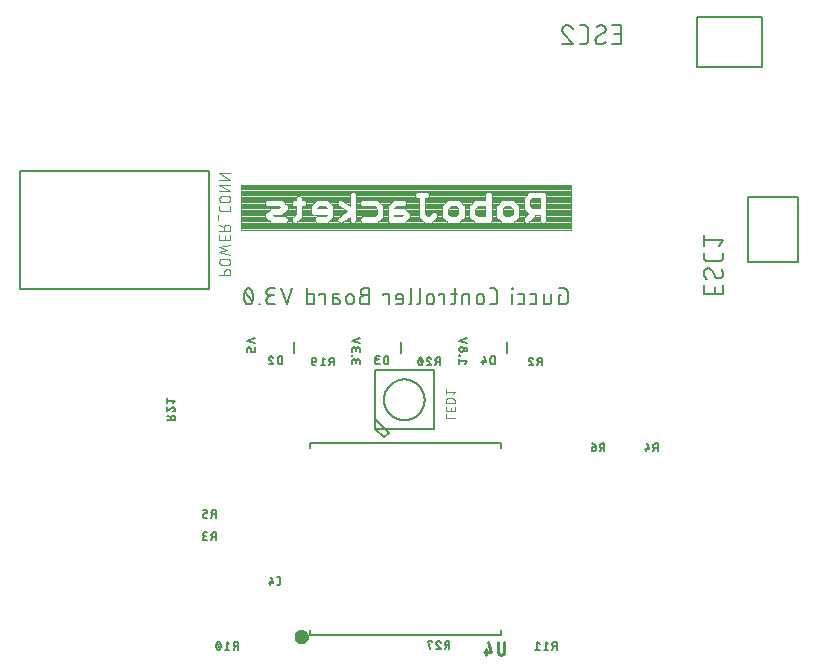
<source format=gbr>
G04 EAGLE Gerber RS-274X export*
G75*
%MOMM*%
%FSLAX34Y34*%
%LPD*%
%INSilkscreen Bottom*%
%IPPOS*%
%AMOC8*
5,1,8,0,0,1.08239X$1,22.5*%
G01*
%ADD10C,0.127000*%
%ADD11C,0.152400*%
%ADD12C,0.100000*%
%ADD13C,0.076200*%
%ADD14C,0.609600*%
%ADD15C,0.228600*%


D10*
X322026Y324263D02*
X319737Y324263D01*
X319737Y316635D01*
X324314Y316635D01*
X324423Y316637D01*
X324532Y316643D01*
X324640Y316652D01*
X324748Y316666D01*
X324856Y316683D01*
X324963Y316705D01*
X325069Y316730D01*
X325174Y316759D01*
X325278Y316791D01*
X325380Y316827D01*
X325482Y316867D01*
X325581Y316911D01*
X325680Y316958D01*
X325776Y317008D01*
X325871Y317062D01*
X325964Y317119D01*
X326054Y317180D01*
X326142Y317244D01*
X326228Y317310D01*
X326312Y317380D01*
X326393Y317453D01*
X326471Y317529D01*
X326547Y317607D01*
X326620Y317688D01*
X326690Y317772D01*
X326756Y317858D01*
X326820Y317946D01*
X326881Y318037D01*
X326938Y318129D01*
X326992Y318224D01*
X327042Y318320D01*
X327089Y318419D01*
X327133Y318518D01*
X327173Y318620D01*
X327209Y318723D01*
X327241Y318826D01*
X327270Y318931D01*
X327295Y319037D01*
X327317Y319144D01*
X327334Y319252D01*
X327348Y319360D01*
X327357Y319468D01*
X327363Y319577D01*
X327365Y319686D01*
X327365Y327314D01*
X327363Y327423D01*
X327357Y327532D01*
X327348Y327640D01*
X327334Y327748D01*
X327317Y327856D01*
X327295Y327963D01*
X327270Y328069D01*
X327241Y328174D01*
X327209Y328277D01*
X327173Y328380D01*
X327133Y328482D01*
X327089Y328581D01*
X327042Y328680D01*
X326992Y328776D01*
X326938Y328871D01*
X326881Y328963D01*
X326820Y329054D01*
X326756Y329142D01*
X326690Y329228D01*
X326620Y329312D01*
X326547Y329393D01*
X326471Y329471D01*
X326393Y329547D01*
X326312Y329620D01*
X326228Y329690D01*
X326142Y329756D01*
X326054Y329820D01*
X325964Y329881D01*
X325871Y329938D01*
X325776Y329992D01*
X325680Y330042D01*
X325581Y330089D01*
X325482Y330133D01*
X325380Y330173D01*
X325278Y330209D01*
X325174Y330241D01*
X325069Y330270D01*
X324963Y330295D01*
X324856Y330317D01*
X324748Y330334D01*
X324640Y330348D01*
X324532Y330357D01*
X324423Y330363D01*
X324314Y330365D01*
X319737Y330365D01*
X313102Y325788D02*
X313102Y318923D01*
X313100Y318828D01*
X313094Y318734D01*
X313084Y318640D01*
X313071Y318546D01*
X313053Y318453D01*
X313032Y318361D01*
X313007Y318270D01*
X312978Y318180D01*
X312945Y318091D01*
X312909Y318004D01*
X312870Y317918D01*
X312826Y317834D01*
X312780Y317752D01*
X312729Y317672D01*
X312676Y317593D01*
X312620Y317518D01*
X312560Y317444D01*
X312497Y317373D01*
X312432Y317305D01*
X312364Y317240D01*
X312293Y317177D01*
X312219Y317117D01*
X312144Y317061D01*
X312065Y317008D01*
X311985Y316957D01*
X311903Y316911D01*
X311819Y316867D01*
X311733Y316828D01*
X311646Y316792D01*
X311557Y316759D01*
X311467Y316730D01*
X311376Y316705D01*
X311284Y316684D01*
X311191Y316666D01*
X311097Y316653D01*
X311003Y316643D01*
X310909Y316637D01*
X310814Y316635D01*
X307000Y316635D01*
X307000Y325788D01*
X298648Y316635D02*
X295597Y316635D01*
X298648Y316635D02*
X298743Y316637D01*
X298837Y316643D01*
X298931Y316653D01*
X299025Y316666D01*
X299118Y316684D01*
X299210Y316705D01*
X299301Y316730D01*
X299391Y316759D01*
X299480Y316792D01*
X299567Y316828D01*
X299653Y316867D01*
X299737Y316911D01*
X299819Y316957D01*
X299899Y317008D01*
X299978Y317061D01*
X300053Y317117D01*
X300127Y317177D01*
X300198Y317240D01*
X300266Y317305D01*
X300331Y317373D01*
X300394Y317444D01*
X300454Y317518D01*
X300510Y317593D01*
X300563Y317672D01*
X300614Y317752D01*
X300660Y317834D01*
X300704Y317918D01*
X300743Y318004D01*
X300779Y318091D01*
X300812Y318180D01*
X300841Y318270D01*
X300866Y318361D01*
X300887Y318453D01*
X300905Y318546D01*
X300918Y318640D01*
X300928Y318734D01*
X300934Y318828D01*
X300936Y318923D01*
X300936Y323500D01*
X300934Y323595D01*
X300928Y323689D01*
X300918Y323783D01*
X300905Y323877D01*
X300887Y323970D01*
X300866Y324062D01*
X300841Y324153D01*
X300812Y324243D01*
X300779Y324332D01*
X300743Y324419D01*
X300704Y324505D01*
X300660Y324589D01*
X300614Y324671D01*
X300563Y324751D01*
X300510Y324830D01*
X300454Y324905D01*
X300394Y324979D01*
X300331Y325050D01*
X300266Y325118D01*
X300198Y325183D01*
X300127Y325246D01*
X300053Y325306D01*
X299978Y325362D01*
X299899Y325415D01*
X299819Y325466D01*
X299737Y325512D01*
X299653Y325556D01*
X299567Y325595D01*
X299480Y325631D01*
X299391Y325664D01*
X299301Y325693D01*
X299210Y325718D01*
X299118Y325739D01*
X299025Y325757D01*
X298931Y325770D01*
X298837Y325780D01*
X298743Y325786D01*
X298648Y325788D01*
X295597Y325788D01*
X288298Y316635D02*
X285247Y316635D01*
X288298Y316635D02*
X288393Y316637D01*
X288487Y316643D01*
X288581Y316653D01*
X288675Y316666D01*
X288768Y316684D01*
X288860Y316705D01*
X288951Y316730D01*
X289041Y316759D01*
X289130Y316792D01*
X289217Y316828D01*
X289303Y316867D01*
X289387Y316911D01*
X289469Y316957D01*
X289549Y317008D01*
X289628Y317061D01*
X289703Y317117D01*
X289777Y317177D01*
X289848Y317240D01*
X289916Y317305D01*
X289981Y317373D01*
X290044Y317444D01*
X290104Y317518D01*
X290160Y317593D01*
X290213Y317672D01*
X290264Y317752D01*
X290310Y317834D01*
X290354Y317918D01*
X290393Y318004D01*
X290429Y318091D01*
X290462Y318180D01*
X290491Y318270D01*
X290516Y318361D01*
X290537Y318453D01*
X290555Y318546D01*
X290568Y318640D01*
X290578Y318734D01*
X290584Y318828D01*
X290586Y318923D01*
X290586Y323500D01*
X290584Y323595D01*
X290578Y323689D01*
X290568Y323783D01*
X290555Y323877D01*
X290537Y323970D01*
X290516Y324062D01*
X290491Y324153D01*
X290462Y324243D01*
X290429Y324332D01*
X290393Y324419D01*
X290354Y324505D01*
X290310Y324589D01*
X290264Y324671D01*
X290213Y324751D01*
X290160Y324830D01*
X290104Y324905D01*
X290044Y324979D01*
X289981Y325050D01*
X289916Y325118D01*
X289848Y325183D01*
X289777Y325246D01*
X289703Y325306D01*
X289628Y325362D01*
X289549Y325415D01*
X289469Y325466D01*
X289387Y325512D01*
X289303Y325556D01*
X289217Y325595D01*
X289130Y325631D01*
X289041Y325664D01*
X288951Y325693D01*
X288860Y325718D01*
X288768Y325739D01*
X288675Y325757D01*
X288581Y325770D01*
X288487Y325780D01*
X288393Y325786D01*
X288298Y325788D01*
X285247Y325788D01*
X280351Y325788D02*
X280351Y316635D01*
X280733Y329602D02*
X280733Y330365D01*
X279970Y330365D01*
X279970Y329602D01*
X280733Y329602D01*
X264504Y316635D02*
X261453Y316635D01*
X264504Y316635D02*
X264613Y316637D01*
X264722Y316643D01*
X264830Y316652D01*
X264938Y316666D01*
X265046Y316683D01*
X265153Y316705D01*
X265259Y316730D01*
X265364Y316759D01*
X265468Y316791D01*
X265570Y316827D01*
X265672Y316867D01*
X265771Y316911D01*
X265870Y316958D01*
X265966Y317008D01*
X266061Y317062D01*
X266154Y317119D01*
X266244Y317180D01*
X266332Y317244D01*
X266418Y317310D01*
X266502Y317380D01*
X266583Y317453D01*
X266661Y317529D01*
X266737Y317607D01*
X266810Y317688D01*
X266880Y317772D01*
X266946Y317858D01*
X267010Y317946D01*
X267071Y318037D01*
X267128Y318129D01*
X267182Y318224D01*
X267232Y318320D01*
X267279Y318419D01*
X267323Y318518D01*
X267363Y318620D01*
X267399Y318723D01*
X267431Y318826D01*
X267460Y318931D01*
X267485Y319037D01*
X267507Y319144D01*
X267524Y319252D01*
X267538Y319360D01*
X267547Y319468D01*
X267553Y319577D01*
X267555Y319686D01*
X267556Y319686D02*
X267556Y327314D01*
X267555Y327314D02*
X267553Y327423D01*
X267547Y327532D01*
X267538Y327640D01*
X267524Y327748D01*
X267507Y327856D01*
X267485Y327963D01*
X267460Y328069D01*
X267431Y328174D01*
X267399Y328277D01*
X267363Y328380D01*
X267323Y328482D01*
X267279Y328581D01*
X267232Y328680D01*
X267182Y328776D01*
X267128Y328871D01*
X267071Y328963D01*
X267010Y329054D01*
X266946Y329142D01*
X266880Y329228D01*
X266810Y329312D01*
X266737Y329393D01*
X266661Y329471D01*
X266583Y329547D01*
X266502Y329620D01*
X266418Y329690D01*
X266332Y329756D01*
X266244Y329820D01*
X266154Y329881D01*
X266061Y329938D01*
X265966Y329992D01*
X265870Y330042D01*
X265771Y330089D01*
X265672Y330133D01*
X265570Y330173D01*
X265468Y330209D01*
X265364Y330241D01*
X265259Y330270D01*
X265153Y330295D01*
X265046Y330317D01*
X264938Y330334D01*
X264830Y330348D01*
X264722Y330357D01*
X264613Y330363D01*
X264504Y330365D01*
X261453Y330365D01*
X256402Y322737D02*
X256402Y319686D01*
X256402Y322737D02*
X256400Y322846D01*
X256394Y322955D01*
X256385Y323063D01*
X256371Y323171D01*
X256354Y323279D01*
X256332Y323386D01*
X256307Y323492D01*
X256278Y323597D01*
X256246Y323701D01*
X256210Y323803D01*
X256170Y323905D01*
X256126Y324004D01*
X256079Y324103D01*
X256029Y324199D01*
X255975Y324294D01*
X255918Y324386D01*
X255857Y324477D01*
X255793Y324565D01*
X255727Y324651D01*
X255657Y324735D01*
X255584Y324816D01*
X255508Y324894D01*
X255430Y324970D01*
X255349Y325043D01*
X255265Y325113D01*
X255179Y325179D01*
X255091Y325243D01*
X255000Y325304D01*
X254908Y325361D01*
X254813Y325415D01*
X254717Y325465D01*
X254618Y325512D01*
X254519Y325556D01*
X254417Y325596D01*
X254315Y325632D01*
X254211Y325664D01*
X254106Y325693D01*
X254000Y325718D01*
X253893Y325740D01*
X253785Y325757D01*
X253677Y325771D01*
X253569Y325780D01*
X253460Y325786D01*
X253351Y325788D01*
X253242Y325786D01*
X253133Y325780D01*
X253025Y325771D01*
X252917Y325757D01*
X252809Y325740D01*
X252702Y325718D01*
X252596Y325693D01*
X252491Y325664D01*
X252387Y325632D01*
X252285Y325596D01*
X252183Y325556D01*
X252084Y325512D01*
X251985Y325465D01*
X251889Y325415D01*
X251794Y325361D01*
X251702Y325304D01*
X251611Y325243D01*
X251523Y325179D01*
X251437Y325113D01*
X251353Y325043D01*
X251272Y324970D01*
X251194Y324894D01*
X251118Y324816D01*
X251045Y324735D01*
X250975Y324651D01*
X250909Y324565D01*
X250845Y324477D01*
X250784Y324386D01*
X250727Y324294D01*
X250673Y324199D01*
X250623Y324103D01*
X250576Y324004D01*
X250532Y323905D01*
X250492Y323803D01*
X250456Y323701D01*
X250424Y323597D01*
X250395Y323492D01*
X250370Y323386D01*
X250348Y323279D01*
X250331Y323171D01*
X250317Y323063D01*
X250308Y322955D01*
X250302Y322846D01*
X250300Y322737D01*
X250300Y319686D01*
X250302Y319577D01*
X250308Y319468D01*
X250317Y319360D01*
X250331Y319252D01*
X250348Y319144D01*
X250370Y319037D01*
X250395Y318931D01*
X250424Y318826D01*
X250456Y318722D01*
X250492Y318620D01*
X250532Y318518D01*
X250576Y318419D01*
X250623Y318320D01*
X250673Y318224D01*
X250727Y318129D01*
X250784Y318037D01*
X250845Y317946D01*
X250909Y317858D01*
X250975Y317772D01*
X251045Y317688D01*
X251118Y317607D01*
X251194Y317529D01*
X251272Y317453D01*
X251353Y317380D01*
X251437Y317310D01*
X251523Y317244D01*
X251611Y317180D01*
X251702Y317119D01*
X251794Y317062D01*
X251889Y317008D01*
X251985Y316958D01*
X252084Y316911D01*
X252183Y316867D01*
X252285Y316827D01*
X252387Y316791D01*
X252491Y316759D01*
X252596Y316730D01*
X252702Y316705D01*
X252809Y316683D01*
X252917Y316666D01*
X253025Y316652D01*
X253133Y316643D01*
X253242Y316637D01*
X253351Y316635D01*
X253460Y316637D01*
X253569Y316643D01*
X253677Y316652D01*
X253785Y316666D01*
X253893Y316683D01*
X254000Y316705D01*
X254106Y316730D01*
X254211Y316759D01*
X254315Y316791D01*
X254417Y316827D01*
X254519Y316867D01*
X254618Y316911D01*
X254717Y316958D01*
X254813Y317008D01*
X254908Y317062D01*
X255000Y317119D01*
X255091Y317180D01*
X255179Y317244D01*
X255265Y317310D01*
X255349Y317380D01*
X255430Y317453D01*
X255508Y317529D01*
X255584Y317607D01*
X255657Y317688D01*
X255727Y317772D01*
X255793Y317858D01*
X255857Y317946D01*
X255918Y318037D01*
X255975Y318129D01*
X256029Y318224D01*
X256079Y318320D01*
X256126Y318419D01*
X256170Y318518D01*
X256210Y318620D01*
X256246Y318722D01*
X256278Y318826D01*
X256307Y318931D01*
X256332Y319037D01*
X256354Y319144D01*
X256371Y319252D01*
X256385Y319360D01*
X256394Y319468D01*
X256400Y319577D01*
X256402Y319686D01*
X244252Y316635D02*
X244252Y325788D01*
X240439Y325788D01*
X240344Y325786D01*
X240250Y325780D01*
X240156Y325770D01*
X240062Y325757D01*
X239969Y325739D01*
X239877Y325718D01*
X239786Y325693D01*
X239696Y325664D01*
X239607Y325631D01*
X239520Y325595D01*
X239434Y325556D01*
X239350Y325512D01*
X239268Y325466D01*
X239188Y325415D01*
X239110Y325362D01*
X239034Y325306D01*
X238960Y325246D01*
X238889Y325183D01*
X238821Y325118D01*
X238756Y325050D01*
X238693Y324979D01*
X238633Y324905D01*
X238577Y324830D01*
X238524Y324751D01*
X238474Y324671D01*
X238427Y324589D01*
X238384Y324505D01*
X238344Y324419D01*
X238308Y324332D01*
X238275Y324243D01*
X238246Y324153D01*
X238221Y324062D01*
X238200Y323970D01*
X238182Y323877D01*
X238169Y323783D01*
X238159Y323689D01*
X238153Y323595D01*
X238151Y323500D01*
X238150Y323500D02*
X238150Y316635D01*
X233252Y325788D02*
X228675Y325788D01*
X231726Y330365D02*
X231726Y318923D01*
X231724Y318828D01*
X231718Y318734D01*
X231708Y318640D01*
X231695Y318546D01*
X231677Y318453D01*
X231656Y318361D01*
X231631Y318270D01*
X231602Y318180D01*
X231569Y318091D01*
X231533Y318004D01*
X231494Y317918D01*
X231450Y317834D01*
X231404Y317752D01*
X231353Y317672D01*
X231300Y317593D01*
X231244Y317518D01*
X231184Y317444D01*
X231121Y317373D01*
X231056Y317305D01*
X230988Y317240D01*
X230917Y317177D01*
X230843Y317117D01*
X230768Y317061D01*
X230689Y317008D01*
X230609Y316957D01*
X230527Y316911D01*
X230443Y316867D01*
X230357Y316828D01*
X230270Y316792D01*
X230181Y316759D01*
X230091Y316730D01*
X230000Y316705D01*
X229908Y316684D01*
X229815Y316666D01*
X229721Y316653D01*
X229627Y316643D01*
X229533Y316637D01*
X229438Y316635D01*
X228675Y316635D01*
X223022Y316635D02*
X223022Y325788D01*
X218445Y325788D01*
X218445Y324263D01*
X214103Y322737D02*
X214103Y319686D01*
X214102Y322737D02*
X214100Y322846D01*
X214094Y322955D01*
X214085Y323063D01*
X214071Y323171D01*
X214054Y323279D01*
X214032Y323386D01*
X214007Y323492D01*
X213978Y323597D01*
X213946Y323701D01*
X213910Y323803D01*
X213870Y323905D01*
X213826Y324004D01*
X213779Y324103D01*
X213729Y324199D01*
X213675Y324294D01*
X213618Y324386D01*
X213557Y324477D01*
X213493Y324565D01*
X213427Y324651D01*
X213357Y324735D01*
X213284Y324816D01*
X213208Y324894D01*
X213130Y324970D01*
X213049Y325043D01*
X212965Y325113D01*
X212879Y325179D01*
X212791Y325243D01*
X212700Y325304D01*
X212608Y325361D01*
X212513Y325415D01*
X212417Y325465D01*
X212318Y325512D01*
X212219Y325556D01*
X212117Y325596D01*
X212015Y325632D01*
X211911Y325664D01*
X211806Y325693D01*
X211700Y325718D01*
X211593Y325740D01*
X211485Y325757D01*
X211377Y325771D01*
X211269Y325780D01*
X211160Y325786D01*
X211051Y325788D01*
X210942Y325786D01*
X210833Y325780D01*
X210725Y325771D01*
X210617Y325757D01*
X210509Y325740D01*
X210402Y325718D01*
X210296Y325693D01*
X210191Y325664D01*
X210087Y325632D01*
X209985Y325596D01*
X209883Y325556D01*
X209784Y325512D01*
X209685Y325465D01*
X209589Y325415D01*
X209494Y325361D01*
X209402Y325304D01*
X209311Y325243D01*
X209223Y325179D01*
X209137Y325113D01*
X209053Y325043D01*
X208972Y324970D01*
X208894Y324894D01*
X208818Y324816D01*
X208745Y324735D01*
X208675Y324651D01*
X208609Y324565D01*
X208545Y324477D01*
X208484Y324386D01*
X208427Y324294D01*
X208373Y324199D01*
X208323Y324103D01*
X208276Y324004D01*
X208232Y323905D01*
X208192Y323803D01*
X208156Y323701D01*
X208124Y323597D01*
X208095Y323492D01*
X208070Y323386D01*
X208048Y323279D01*
X208031Y323171D01*
X208017Y323063D01*
X208008Y322955D01*
X208002Y322846D01*
X208000Y322737D01*
X208000Y319686D01*
X208002Y319577D01*
X208008Y319468D01*
X208017Y319360D01*
X208031Y319252D01*
X208048Y319144D01*
X208070Y319037D01*
X208095Y318931D01*
X208124Y318826D01*
X208156Y318722D01*
X208192Y318620D01*
X208232Y318518D01*
X208276Y318419D01*
X208323Y318320D01*
X208373Y318224D01*
X208427Y318129D01*
X208484Y318037D01*
X208545Y317946D01*
X208609Y317858D01*
X208675Y317772D01*
X208745Y317688D01*
X208818Y317607D01*
X208894Y317529D01*
X208972Y317453D01*
X209053Y317380D01*
X209137Y317310D01*
X209223Y317244D01*
X209311Y317180D01*
X209402Y317119D01*
X209494Y317062D01*
X209589Y317008D01*
X209685Y316958D01*
X209784Y316911D01*
X209883Y316867D01*
X209985Y316827D01*
X210087Y316791D01*
X210191Y316759D01*
X210296Y316730D01*
X210402Y316705D01*
X210509Y316683D01*
X210617Y316666D01*
X210725Y316652D01*
X210833Y316643D01*
X210942Y316637D01*
X211051Y316635D01*
X211160Y316637D01*
X211269Y316643D01*
X211377Y316652D01*
X211485Y316666D01*
X211593Y316683D01*
X211700Y316705D01*
X211806Y316730D01*
X211911Y316759D01*
X212015Y316791D01*
X212117Y316827D01*
X212219Y316867D01*
X212318Y316911D01*
X212417Y316958D01*
X212513Y317008D01*
X212608Y317062D01*
X212700Y317119D01*
X212791Y317180D01*
X212879Y317244D01*
X212965Y317310D01*
X213049Y317380D01*
X213130Y317453D01*
X213208Y317529D01*
X213284Y317607D01*
X213357Y317688D01*
X213427Y317772D01*
X213493Y317858D01*
X213557Y317946D01*
X213618Y318037D01*
X213675Y318129D01*
X213729Y318224D01*
X213779Y318320D01*
X213826Y318419D01*
X213870Y318518D01*
X213910Y318620D01*
X213946Y318722D01*
X213978Y318826D01*
X214007Y318931D01*
X214032Y319037D01*
X214054Y319144D01*
X214071Y319252D01*
X214085Y319360D01*
X214094Y319468D01*
X214100Y319577D01*
X214102Y319686D01*
X202234Y318923D02*
X202234Y330365D01*
X202234Y318923D02*
X202232Y318828D01*
X202226Y318734D01*
X202216Y318640D01*
X202203Y318546D01*
X202185Y318453D01*
X202164Y318361D01*
X202139Y318270D01*
X202110Y318180D01*
X202077Y318091D01*
X202041Y318004D01*
X202002Y317918D01*
X201958Y317834D01*
X201912Y317752D01*
X201861Y317672D01*
X201808Y317593D01*
X201752Y317518D01*
X201692Y317444D01*
X201629Y317373D01*
X201564Y317305D01*
X201496Y317240D01*
X201425Y317177D01*
X201351Y317117D01*
X201276Y317061D01*
X201197Y317008D01*
X201117Y316957D01*
X201035Y316911D01*
X200951Y316867D01*
X200865Y316828D01*
X200778Y316792D01*
X200689Y316759D01*
X200599Y316730D01*
X200508Y316705D01*
X200416Y316684D01*
X200323Y316666D01*
X200229Y316653D01*
X200135Y316643D01*
X200041Y316637D01*
X199946Y316635D01*
X195034Y318923D02*
X195034Y330365D01*
X195034Y318923D02*
X195032Y318828D01*
X195026Y318734D01*
X195016Y318640D01*
X195003Y318546D01*
X194985Y318453D01*
X194964Y318361D01*
X194939Y318270D01*
X194910Y318180D01*
X194877Y318091D01*
X194841Y318004D01*
X194802Y317918D01*
X194758Y317834D01*
X194712Y317752D01*
X194661Y317672D01*
X194608Y317593D01*
X194552Y317518D01*
X194492Y317444D01*
X194429Y317373D01*
X194364Y317305D01*
X194296Y317240D01*
X194225Y317177D01*
X194151Y317117D01*
X194076Y317061D01*
X193997Y317008D01*
X193917Y316957D01*
X193835Y316911D01*
X193751Y316867D01*
X193665Y316828D01*
X193578Y316792D01*
X193489Y316759D01*
X193399Y316730D01*
X193308Y316705D01*
X193216Y316684D01*
X193123Y316666D01*
X193029Y316653D01*
X192935Y316643D01*
X192841Y316637D01*
X192746Y316635D01*
X185714Y316635D02*
X181900Y316635D01*
X185714Y316635D02*
X185809Y316637D01*
X185903Y316643D01*
X185997Y316653D01*
X186091Y316666D01*
X186184Y316684D01*
X186276Y316705D01*
X186367Y316730D01*
X186457Y316759D01*
X186546Y316792D01*
X186633Y316828D01*
X186719Y316867D01*
X186803Y316911D01*
X186885Y316957D01*
X186965Y317008D01*
X187044Y317061D01*
X187119Y317117D01*
X187193Y317177D01*
X187264Y317240D01*
X187332Y317305D01*
X187397Y317373D01*
X187460Y317444D01*
X187520Y317518D01*
X187576Y317593D01*
X187629Y317672D01*
X187680Y317752D01*
X187726Y317834D01*
X187770Y317918D01*
X187809Y318004D01*
X187845Y318091D01*
X187878Y318180D01*
X187907Y318270D01*
X187932Y318361D01*
X187953Y318453D01*
X187971Y318546D01*
X187984Y318640D01*
X187994Y318734D01*
X188000Y318828D01*
X188002Y318923D01*
X188003Y318923D02*
X188003Y322737D01*
X188001Y322846D01*
X187995Y322955D01*
X187986Y323063D01*
X187972Y323171D01*
X187955Y323279D01*
X187933Y323386D01*
X187908Y323492D01*
X187879Y323597D01*
X187847Y323701D01*
X187811Y323803D01*
X187771Y323905D01*
X187727Y324004D01*
X187680Y324103D01*
X187630Y324199D01*
X187576Y324294D01*
X187519Y324386D01*
X187458Y324477D01*
X187394Y324565D01*
X187328Y324651D01*
X187258Y324735D01*
X187185Y324816D01*
X187109Y324894D01*
X187031Y324970D01*
X186950Y325043D01*
X186866Y325113D01*
X186780Y325179D01*
X186692Y325243D01*
X186601Y325304D01*
X186509Y325361D01*
X186414Y325415D01*
X186318Y325465D01*
X186219Y325512D01*
X186120Y325556D01*
X186018Y325596D01*
X185916Y325632D01*
X185812Y325664D01*
X185707Y325693D01*
X185601Y325718D01*
X185494Y325740D01*
X185386Y325757D01*
X185278Y325771D01*
X185170Y325780D01*
X185061Y325786D01*
X184952Y325788D01*
X184843Y325786D01*
X184734Y325780D01*
X184626Y325771D01*
X184518Y325757D01*
X184410Y325740D01*
X184303Y325718D01*
X184197Y325693D01*
X184092Y325664D01*
X183988Y325632D01*
X183886Y325596D01*
X183784Y325556D01*
X183685Y325512D01*
X183586Y325465D01*
X183490Y325415D01*
X183395Y325361D01*
X183303Y325304D01*
X183212Y325243D01*
X183124Y325179D01*
X183038Y325113D01*
X182954Y325043D01*
X182873Y324970D01*
X182795Y324894D01*
X182719Y324816D01*
X182646Y324735D01*
X182576Y324651D01*
X182510Y324565D01*
X182446Y324477D01*
X182385Y324386D01*
X182328Y324294D01*
X182274Y324199D01*
X182224Y324103D01*
X182177Y324004D01*
X182133Y323905D01*
X182093Y323803D01*
X182057Y323701D01*
X182025Y323597D01*
X181996Y323492D01*
X181971Y323386D01*
X181949Y323279D01*
X181932Y323171D01*
X181918Y323063D01*
X181909Y322955D01*
X181903Y322846D01*
X181901Y322737D01*
X181900Y322737D02*
X181900Y321212D01*
X188003Y321212D01*
X175772Y325788D02*
X175772Y316635D01*
X175772Y325788D02*
X171195Y325788D01*
X171195Y324263D01*
X158860Y324263D02*
X155046Y324263D01*
X154924Y324261D01*
X154802Y324255D01*
X154680Y324245D01*
X154558Y324232D01*
X154437Y324214D01*
X154317Y324193D01*
X154197Y324167D01*
X154079Y324138D01*
X153961Y324105D01*
X153844Y324069D01*
X153729Y324028D01*
X153615Y323984D01*
X153502Y323937D01*
X153391Y323885D01*
X153282Y323830D01*
X153174Y323772D01*
X153069Y323711D01*
X152965Y323645D01*
X152864Y323577D01*
X152765Y323506D01*
X152668Y323431D01*
X152574Y323353D01*
X152482Y323272D01*
X152393Y323189D01*
X152306Y323102D01*
X152223Y323013D01*
X152142Y322921D01*
X152064Y322827D01*
X151989Y322730D01*
X151918Y322631D01*
X151850Y322530D01*
X151784Y322426D01*
X151723Y322321D01*
X151665Y322213D01*
X151610Y322104D01*
X151558Y321993D01*
X151511Y321880D01*
X151467Y321766D01*
X151426Y321651D01*
X151390Y321534D01*
X151357Y321416D01*
X151328Y321298D01*
X151302Y321178D01*
X151281Y321058D01*
X151263Y320937D01*
X151250Y320815D01*
X151240Y320693D01*
X151234Y320571D01*
X151232Y320449D01*
X151234Y320327D01*
X151240Y320205D01*
X151250Y320083D01*
X151263Y319961D01*
X151281Y319840D01*
X151302Y319720D01*
X151328Y319600D01*
X151357Y319482D01*
X151390Y319364D01*
X151426Y319247D01*
X151467Y319132D01*
X151511Y319018D01*
X151558Y318905D01*
X151610Y318794D01*
X151665Y318685D01*
X151723Y318577D01*
X151784Y318472D01*
X151850Y318368D01*
X151918Y318267D01*
X151989Y318168D01*
X152064Y318071D01*
X152142Y317977D01*
X152223Y317885D01*
X152306Y317796D01*
X152393Y317709D01*
X152482Y317626D01*
X152574Y317545D01*
X152668Y317467D01*
X152765Y317392D01*
X152864Y317321D01*
X152965Y317253D01*
X153069Y317187D01*
X153174Y317126D01*
X153282Y317068D01*
X153391Y317013D01*
X153502Y316961D01*
X153615Y316914D01*
X153729Y316870D01*
X153844Y316829D01*
X153961Y316793D01*
X154079Y316760D01*
X154197Y316731D01*
X154317Y316705D01*
X154437Y316684D01*
X154558Y316666D01*
X154680Y316653D01*
X154802Y316643D01*
X154924Y316637D01*
X155046Y316635D01*
X158860Y316635D01*
X158860Y330365D01*
X155046Y330365D01*
X154937Y330363D01*
X154828Y330357D01*
X154720Y330348D01*
X154612Y330334D01*
X154504Y330317D01*
X154397Y330295D01*
X154291Y330270D01*
X154186Y330241D01*
X154082Y330209D01*
X153980Y330173D01*
X153878Y330133D01*
X153779Y330089D01*
X153680Y330042D01*
X153584Y329992D01*
X153489Y329938D01*
X153397Y329881D01*
X153306Y329820D01*
X153218Y329756D01*
X153132Y329690D01*
X153048Y329620D01*
X152967Y329547D01*
X152889Y329471D01*
X152813Y329393D01*
X152740Y329312D01*
X152670Y329228D01*
X152604Y329142D01*
X152540Y329054D01*
X152479Y328963D01*
X152422Y328871D01*
X152368Y328776D01*
X152318Y328680D01*
X152271Y328581D01*
X152227Y328482D01*
X152187Y328380D01*
X152151Y328278D01*
X152119Y328174D01*
X152090Y328069D01*
X152065Y327963D01*
X152043Y327856D01*
X152026Y327748D01*
X152012Y327640D01*
X152003Y327532D01*
X151997Y327423D01*
X151995Y327314D01*
X151997Y327205D01*
X152003Y327096D01*
X152012Y326988D01*
X152026Y326880D01*
X152043Y326772D01*
X152065Y326665D01*
X152090Y326559D01*
X152119Y326454D01*
X152151Y326350D01*
X152187Y326248D01*
X152227Y326146D01*
X152271Y326047D01*
X152318Y325948D01*
X152368Y325852D01*
X152422Y325757D01*
X152479Y325665D01*
X152540Y325574D01*
X152604Y325486D01*
X152670Y325400D01*
X152740Y325316D01*
X152813Y325235D01*
X152889Y325157D01*
X152967Y325081D01*
X153048Y325008D01*
X153132Y324938D01*
X153218Y324872D01*
X153306Y324808D01*
X153397Y324747D01*
X153489Y324690D01*
X153584Y324636D01*
X153680Y324586D01*
X153779Y324539D01*
X153878Y324495D01*
X153980Y324455D01*
X154082Y324419D01*
X154186Y324387D01*
X154291Y324358D01*
X154397Y324333D01*
X154504Y324311D01*
X154612Y324294D01*
X154720Y324280D01*
X154828Y324271D01*
X154937Y324265D01*
X155046Y324263D01*
X146153Y322737D02*
X146153Y319686D01*
X146153Y322737D02*
X146151Y322846D01*
X146145Y322955D01*
X146136Y323063D01*
X146122Y323171D01*
X146105Y323279D01*
X146083Y323386D01*
X146058Y323492D01*
X146029Y323597D01*
X145997Y323701D01*
X145961Y323803D01*
X145921Y323905D01*
X145877Y324004D01*
X145830Y324103D01*
X145780Y324199D01*
X145726Y324294D01*
X145669Y324386D01*
X145608Y324477D01*
X145544Y324565D01*
X145478Y324651D01*
X145408Y324735D01*
X145335Y324816D01*
X145259Y324894D01*
X145181Y324970D01*
X145100Y325043D01*
X145016Y325113D01*
X144930Y325179D01*
X144842Y325243D01*
X144751Y325304D01*
X144659Y325361D01*
X144564Y325415D01*
X144468Y325465D01*
X144369Y325512D01*
X144270Y325556D01*
X144168Y325596D01*
X144066Y325632D01*
X143962Y325664D01*
X143857Y325693D01*
X143751Y325718D01*
X143644Y325740D01*
X143536Y325757D01*
X143428Y325771D01*
X143320Y325780D01*
X143211Y325786D01*
X143102Y325788D01*
X142993Y325786D01*
X142884Y325780D01*
X142776Y325771D01*
X142668Y325757D01*
X142560Y325740D01*
X142453Y325718D01*
X142347Y325693D01*
X142242Y325664D01*
X142138Y325632D01*
X142036Y325596D01*
X141934Y325556D01*
X141835Y325512D01*
X141736Y325465D01*
X141640Y325415D01*
X141545Y325361D01*
X141453Y325304D01*
X141362Y325243D01*
X141274Y325179D01*
X141188Y325113D01*
X141104Y325043D01*
X141023Y324970D01*
X140945Y324894D01*
X140869Y324816D01*
X140796Y324735D01*
X140726Y324651D01*
X140660Y324565D01*
X140596Y324477D01*
X140535Y324386D01*
X140478Y324294D01*
X140424Y324199D01*
X140374Y324103D01*
X140327Y324004D01*
X140283Y323905D01*
X140243Y323803D01*
X140207Y323701D01*
X140175Y323597D01*
X140146Y323492D01*
X140121Y323386D01*
X140099Y323279D01*
X140082Y323171D01*
X140068Y323063D01*
X140059Y322955D01*
X140053Y322846D01*
X140051Y322737D01*
X140051Y319686D01*
X140053Y319577D01*
X140059Y319468D01*
X140068Y319360D01*
X140082Y319252D01*
X140099Y319144D01*
X140121Y319037D01*
X140146Y318931D01*
X140175Y318826D01*
X140207Y318722D01*
X140243Y318620D01*
X140283Y318518D01*
X140327Y318419D01*
X140374Y318320D01*
X140424Y318224D01*
X140478Y318129D01*
X140535Y318037D01*
X140596Y317946D01*
X140660Y317858D01*
X140726Y317772D01*
X140796Y317688D01*
X140869Y317607D01*
X140945Y317529D01*
X141023Y317453D01*
X141104Y317380D01*
X141188Y317310D01*
X141274Y317244D01*
X141362Y317180D01*
X141453Y317119D01*
X141545Y317062D01*
X141640Y317008D01*
X141736Y316958D01*
X141835Y316911D01*
X141934Y316867D01*
X142036Y316827D01*
X142138Y316791D01*
X142242Y316759D01*
X142347Y316730D01*
X142453Y316705D01*
X142560Y316683D01*
X142668Y316666D01*
X142776Y316652D01*
X142884Y316643D01*
X142993Y316637D01*
X143102Y316635D01*
X143211Y316637D01*
X143320Y316643D01*
X143428Y316652D01*
X143536Y316666D01*
X143644Y316683D01*
X143751Y316705D01*
X143857Y316730D01*
X143962Y316759D01*
X144066Y316791D01*
X144168Y316827D01*
X144270Y316867D01*
X144369Y316911D01*
X144468Y316958D01*
X144564Y317008D01*
X144659Y317062D01*
X144751Y317119D01*
X144842Y317180D01*
X144930Y317244D01*
X145016Y317310D01*
X145100Y317380D01*
X145181Y317453D01*
X145259Y317529D01*
X145335Y317607D01*
X145408Y317688D01*
X145478Y317772D01*
X145544Y317858D01*
X145608Y317946D01*
X145669Y318037D01*
X145726Y318129D01*
X145780Y318224D01*
X145830Y318320D01*
X145877Y318419D01*
X145921Y318518D01*
X145961Y318620D01*
X145997Y318722D01*
X146029Y318826D01*
X146058Y318931D01*
X146083Y319037D01*
X146105Y319144D01*
X146122Y319252D01*
X146136Y319360D01*
X146145Y319468D01*
X146151Y319577D01*
X146153Y319686D01*
X131855Y321974D02*
X128422Y321974D01*
X131855Y321975D02*
X131957Y321973D01*
X132059Y321967D01*
X132161Y321957D01*
X132263Y321944D01*
X132363Y321926D01*
X132463Y321905D01*
X132563Y321880D01*
X132661Y321851D01*
X132758Y321818D01*
X132853Y321781D01*
X132947Y321741D01*
X133040Y321698D01*
X133131Y321651D01*
X133219Y321600D01*
X133306Y321546D01*
X133391Y321489D01*
X133474Y321428D01*
X133554Y321365D01*
X133631Y321298D01*
X133706Y321229D01*
X133779Y321156D01*
X133848Y321081D01*
X133915Y321004D01*
X133978Y320924D01*
X134039Y320841D01*
X134096Y320756D01*
X134150Y320669D01*
X134201Y320581D01*
X134248Y320490D01*
X134291Y320397D01*
X134331Y320303D01*
X134368Y320208D01*
X134401Y320111D01*
X134430Y320013D01*
X134455Y319913D01*
X134476Y319813D01*
X134494Y319713D01*
X134507Y319611D01*
X134517Y319509D01*
X134523Y319407D01*
X134525Y319305D01*
X134523Y319203D01*
X134517Y319101D01*
X134507Y318999D01*
X134494Y318897D01*
X134476Y318797D01*
X134455Y318697D01*
X134430Y318597D01*
X134401Y318499D01*
X134368Y318402D01*
X134331Y318307D01*
X134291Y318213D01*
X134248Y318120D01*
X134201Y318029D01*
X134150Y317941D01*
X134096Y317854D01*
X134039Y317769D01*
X133978Y317686D01*
X133915Y317606D01*
X133848Y317529D01*
X133779Y317454D01*
X133706Y317381D01*
X133631Y317312D01*
X133554Y317245D01*
X133474Y317182D01*
X133391Y317121D01*
X133306Y317064D01*
X133219Y317010D01*
X133131Y316959D01*
X133040Y316912D01*
X132947Y316869D01*
X132853Y316829D01*
X132758Y316792D01*
X132661Y316759D01*
X132563Y316730D01*
X132463Y316705D01*
X132363Y316684D01*
X132263Y316666D01*
X132161Y316653D01*
X132059Y316643D01*
X131957Y316637D01*
X131855Y316635D01*
X128422Y316635D01*
X128422Y323500D01*
X128424Y323595D01*
X128430Y323689D01*
X128440Y323783D01*
X128453Y323877D01*
X128471Y323970D01*
X128492Y324062D01*
X128517Y324153D01*
X128546Y324243D01*
X128579Y324332D01*
X128615Y324419D01*
X128654Y324505D01*
X128698Y324589D01*
X128744Y324671D01*
X128795Y324751D01*
X128848Y324830D01*
X128904Y324905D01*
X128964Y324979D01*
X129027Y325050D01*
X129092Y325118D01*
X129160Y325183D01*
X129231Y325246D01*
X129305Y325306D01*
X129381Y325362D01*
X129459Y325415D01*
X129539Y325466D01*
X129621Y325512D01*
X129705Y325556D01*
X129791Y325595D01*
X129878Y325631D01*
X129967Y325664D01*
X130057Y325693D01*
X130148Y325718D01*
X130240Y325739D01*
X130333Y325757D01*
X130427Y325770D01*
X130521Y325780D01*
X130615Y325786D01*
X130710Y325788D01*
X130711Y325788D02*
X133762Y325788D01*
X121772Y325788D02*
X121772Y316635D01*
X121772Y325788D02*
X117195Y325788D01*
X117195Y324263D01*
X106822Y330365D02*
X106822Y316635D01*
X110636Y316635D01*
X110731Y316637D01*
X110825Y316643D01*
X110919Y316653D01*
X111013Y316666D01*
X111106Y316684D01*
X111198Y316705D01*
X111289Y316730D01*
X111379Y316759D01*
X111468Y316792D01*
X111555Y316828D01*
X111641Y316867D01*
X111725Y316911D01*
X111807Y316957D01*
X111887Y317008D01*
X111966Y317061D01*
X112041Y317117D01*
X112115Y317177D01*
X112186Y317240D01*
X112254Y317305D01*
X112319Y317373D01*
X112382Y317444D01*
X112442Y317518D01*
X112498Y317593D01*
X112551Y317672D01*
X112602Y317752D01*
X112648Y317834D01*
X112692Y317918D01*
X112731Y318004D01*
X112767Y318091D01*
X112800Y318180D01*
X112829Y318270D01*
X112854Y318361D01*
X112875Y318453D01*
X112893Y318546D01*
X112906Y318640D01*
X112916Y318734D01*
X112922Y318828D01*
X112924Y318923D01*
X112924Y323500D01*
X112922Y323595D01*
X112916Y323689D01*
X112906Y323783D01*
X112893Y323877D01*
X112875Y323970D01*
X112854Y324062D01*
X112829Y324153D01*
X112800Y324243D01*
X112767Y324332D01*
X112731Y324419D01*
X112692Y324505D01*
X112648Y324589D01*
X112602Y324671D01*
X112551Y324751D01*
X112498Y324830D01*
X112442Y324905D01*
X112382Y324979D01*
X112319Y325050D01*
X112254Y325118D01*
X112186Y325183D01*
X112115Y325246D01*
X112041Y325306D01*
X111966Y325362D01*
X111887Y325415D01*
X111807Y325466D01*
X111725Y325512D01*
X111641Y325556D01*
X111555Y325595D01*
X111468Y325631D01*
X111379Y325664D01*
X111289Y325693D01*
X111198Y325718D01*
X111106Y325739D01*
X111013Y325757D01*
X110919Y325770D01*
X110825Y325780D01*
X110731Y325786D01*
X110636Y325788D01*
X106822Y325788D01*
X94128Y330365D02*
X89552Y316635D01*
X84975Y330365D01*
X79866Y316635D02*
X76052Y316635D01*
X75930Y316637D01*
X75808Y316643D01*
X75686Y316653D01*
X75564Y316666D01*
X75443Y316684D01*
X75323Y316705D01*
X75203Y316731D01*
X75085Y316760D01*
X74967Y316793D01*
X74850Y316829D01*
X74735Y316870D01*
X74621Y316914D01*
X74508Y316961D01*
X74397Y317013D01*
X74288Y317068D01*
X74180Y317126D01*
X74075Y317187D01*
X73971Y317253D01*
X73870Y317321D01*
X73771Y317392D01*
X73674Y317467D01*
X73580Y317545D01*
X73488Y317626D01*
X73399Y317709D01*
X73312Y317796D01*
X73229Y317885D01*
X73148Y317977D01*
X73070Y318071D01*
X72995Y318168D01*
X72924Y318267D01*
X72856Y318368D01*
X72790Y318472D01*
X72729Y318577D01*
X72671Y318685D01*
X72616Y318794D01*
X72564Y318905D01*
X72517Y319018D01*
X72473Y319132D01*
X72432Y319247D01*
X72396Y319364D01*
X72363Y319482D01*
X72334Y319600D01*
X72308Y319720D01*
X72287Y319840D01*
X72269Y319961D01*
X72256Y320083D01*
X72246Y320205D01*
X72240Y320327D01*
X72238Y320449D01*
X72240Y320571D01*
X72246Y320693D01*
X72256Y320815D01*
X72269Y320937D01*
X72287Y321058D01*
X72308Y321178D01*
X72334Y321298D01*
X72363Y321416D01*
X72396Y321534D01*
X72432Y321651D01*
X72473Y321766D01*
X72517Y321880D01*
X72564Y321993D01*
X72616Y322104D01*
X72671Y322213D01*
X72729Y322321D01*
X72790Y322426D01*
X72856Y322530D01*
X72924Y322631D01*
X72995Y322730D01*
X73070Y322827D01*
X73148Y322921D01*
X73229Y323013D01*
X73312Y323102D01*
X73399Y323189D01*
X73488Y323272D01*
X73580Y323353D01*
X73674Y323431D01*
X73771Y323506D01*
X73870Y323577D01*
X73971Y323645D01*
X74075Y323711D01*
X74180Y323772D01*
X74288Y323830D01*
X74397Y323885D01*
X74508Y323937D01*
X74621Y323984D01*
X74735Y324028D01*
X74850Y324069D01*
X74967Y324105D01*
X75085Y324138D01*
X75203Y324167D01*
X75323Y324193D01*
X75443Y324214D01*
X75564Y324232D01*
X75686Y324245D01*
X75808Y324255D01*
X75930Y324261D01*
X76052Y324263D01*
X75289Y330365D02*
X79866Y330365D01*
X75289Y330365D02*
X75180Y330363D01*
X75071Y330357D01*
X74963Y330348D01*
X74855Y330334D01*
X74747Y330317D01*
X74640Y330295D01*
X74534Y330270D01*
X74429Y330241D01*
X74325Y330209D01*
X74223Y330173D01*
X74121Y330133D01*
X74022Y330089D01*
X73923Y330042D01*
X73827Y329992D01*
X73732Y329938D01*
X73640Y329881D01*
X73549Y329820D01*
X73461Y329756D01*
X73375Y329690D01*
X73291Y329620D01*
X73210Y329547D01*
X73132Y329471D01*
X73056Y329393D01*
X72983Y329312D01*
X72913Y329228D01*
X72847Y329142D01*
X72783Y329054D01*
X72722Y328963D01*
X72665Y328871D01*
X72611Y328776D01*
X72561Y328680D01*
X72514Y328581D01*
X72470Y328482D01*
X72430Y328380D01*
X72394Y328278D01*
X72362Y328174D01*
X72333Y328069D01*
X72308Y327963D01*
X72286Y327856D01*
X72269Y327748D01*
X72255Y327640D01*
X72246Y327532D01*
X72240Y327423D01*
X72238Y327314D01*
X72240Y327205D01*
X72246Y327096D01*
X72255Y326988D01*
X72269Y326880D01*
X72286Y326772D01*
X72308Y326665D01*
X72333Y326559D01*
X72362Y326454D01*
X72394Y326350D01*
X72430Y326248D01*
X72470Y326146D01*
X72514Y326047D01*
X72561Y325948D01*
X72611Y325852D01*
X72665Y325757D01*
X72722Y325665D01*
X72783Y325574D01*
X72847Y325486D01*
X72913Y325400D01*
X72983Y325316D01*
X73056Y325235D01*
X73132Y325157D01*
X73210Y325081D01*
X73291Y325008D01*
X73375Y324938D01*
X73461Y324872D01*
X73549Y324808D01*
X73640Y324747D01*
X73732Y324690D01*
X73827Y324636D01*
X73923Y324586D01*
X74022Y324539D01*
X74121Y324495D01*
X74223Y324455D01*
X74325Y324419D01*
X74429Y324387D01*
X74534Y324358D01*
X74640Y324333D01*
X74747Y324311D01*
X74855Y324294D01*
X74963Y324280D01*
X75071Y324271D01*
X75180Y324265D01*
X75289Y324263D01*
X78340Y324263D01*
X66983Y317398D02*
X66983Y316635D01*
X66983Y317398D02*
X66220Y317398D01*
X66220Y316635D01*
X66983Y316635D01*
X60965Y323500D02*
X60962Y323770D01*
X60952Y324040D01*
X60936Y324310D01*
X60913Y324579D01*
X60884Y324847D01*
X60849Y325115D01*
X60807Y325382D01*
X60759Y325648D01*
X60705Y325912D01*
X60644Y326175D01*
X60577Y326437D01*
X60504Y326697D01*
X60424Y326955D01*
X60339Y327211D01*
X60247Y327466D01*
X60150Y327717D01*
X60046Y327967D01*
X59936Y328214D01*
X59821Y328458D01*
X59785Y328558D01*
X59745Y328656D01*
X59702Y328753D01*
X59654Y328848D01*
X59603Y328941D01*
X59549Y329032D01*
X59492Y329121D01*
X59431Y329208D01*
X59366Y329292D01*
X59299Y329374D01*
X59229Y329454D01*
X59155Y329530D01*
X59079Y329604D01*
X59001Y329675D01*
X58919Y329743D01*
X58835Y329808D01*
X58749Y329870D01*
X58660Y329928D01*
X58570Y329983D01*
X58477Y330035D01*
X58382Y330083D01*
X58286Y330127D01*
X58188Y330168D01*
X58089Y330205D01*
X57988Y330238D01*
X57886Y330268D01*
X57783Y330294D01*
X57679Y330315D01*
X57575Y330333D01*
X57470Y330347D01*
X57364Y330357D01*
X57258Y330363D01*
X57152Y330365D01*
X57046Y330363D01*
X56940Y330357D01*
X56834Y330347D01*
X56729Y330333D01*
X56625Y330315D01*
X56521Y330294D01*
X56418Y330268D01*
X56316Y330238D01*
X56215Y330205D01*
X56116Y330168D01*
X56018Y330127D01*
X55922Y330083D01*
X55827Y330035D01*
X55734Y329983D01*
X55644Y329928D01*
X55555Y329870D01*
X55469Y329808D01*
X55385Y329743D01*
X55304Y329675D01*
X55225Y329604D01*
X55149Y329530D01*
X55075Y329454D01*
X55005Y329374D01*
X54938Y329292D01*
X54873Y329208D01*
X54812Y329121D01*
X54755Y329032D01*
X54701Y328941D01*
X54650Y328848D01*
X54602Y328753D01*
X54559Y328656D01*
X54519Y328558D01*
X54483Y328458D01*
X54482Y328458D02*
X54367Y328214D01*
X54257Y327967D01*
X54153Y327717D01*
X54056Y327466D01*
X53964Y327211D01*
X53879Y326955D01*
X53799Y326697D01*
X53726Y326437D01*
X53659Y326175D01*
X53598Y325912D01*
X53544Y325648D01*
X53496Y325382D01*
X53454Y325115D01*
X53419Y324847D01*
X53390Y324579D01*
X53367Y324310D01*
X53351Y324040D01*
X53341Y323770D01*
X53338Y323500D01*
X60966Y323500D02*
X60963Y323230D01*
X60953Y322960D01*
X60937Y322690D01*
X60914Y322421D01*
X60885Y322153D01*
X60850Y321885D01*
X60808Y321618D01*
X60760Y321352D01*
X60706Y321088D01*
X60645Y320824D01*
X60578Y320563D01*
X60505Y320303D01*
X60425Y320044D01*
X60340Y319788D01*
X60248Y319534D01*
X60151Y319282D01*
X60047Y319033D01*
X59937Y318786D01*
X59822Y318542D01*
X59821Y318542D02*
X59785Y318442D01*
X59745Y318344D01*
X59702Y318247D01*
X59654Y318152D01*
X59603Y318059D01*
X59549Y317968D01*
X59492Y317879D01*
X59431Y317792D01*
X59366Y317708D01*
X59299Y317626D01*
X59229Y317546D01*
X59155Y317470D01*
X59079Y317396D01*
X59001Y317325D01*
X58919Y317257D01*
X58835Y317192D01*
X58749Y317130D01*
X58660Y317072D01*
X58570Y317017D01*
X58477Y316965D01*
X58382Y316917D01*
X58286Y316873D01*
X58188Y316832D01*
X58089Y316795D01*
X57988Y316762D01*
X57886Y316732D01*
X57783Y316706D01*
X57679Y316685D01*
X57575Y316667D01*
X57470Y316653D01*
X57364Y316643D01*
X57258Y316637D01*
X57152Y316635D01*
X54482Y318542D02*
X54367Y318786D01*
X54257Y319033D01*
X54153Y319282D01*
X54056Y319534D01*
X53964Y319788D01*
X53879Y320044D01*
X53799Y320303D01*
X53726Y320563D01*
X53659Y320824D01*
X53598Y321088D01*
X53544Y321352D01*
X53496Y321618D01*
X53454Y321885D01*
X53419Y322153D01*
X53390Y322421D01*
X53367Y322690D01*
X53351Y322960D01*
X53341Y323230D01*
X53338Y323500D01*
X54483Y318542D02*
X54519Y318442D01*
X54559Y318344D01*
X54603Y318247D01*
X54650Y318152D01*
X54701Y318059D01*
X54755Y317968D01*
X54813Y317879D01*
X54873Y317792D01*
X54938Y317708D01*
X55005Y317626D01*
X55075Y317546D01*
X55149Y317470D01*
X55225Y317396D01*
X55304Y317325D01*
X55385Y317257D01*
X55469Y317192D01*
X55555Y317130D01*
X55644Y317072D01*
X55734Y317017D01*
X55827Y316965D01*
X55922Y316917D01*
X56018Y316873D01*
X56116Y316832D01*
X56215Y316795D01*
X56316Y316762D01*
X56418Y316732D01*
X56521Y316706D01*
X56625Y316685D01*
X56729Y316667D01*
X56834Y316653D01*
X56940Y316643D01*
X57046Y316637D01*
X57152Y316635D01*
X60203Y319686D02*
X54101Y327314D01*
D11*
X129110Y271618D02*
X129110Y265014D01*
X129110Y271618D02*
X127276Y271618D01*
X127191Y271616D01*
X127107Y271610D01*
X127023Y271600D01*
X126939Y271587D01*
X126856Y271569D01*
X126774Y271548D01*
X126693Y271523D01*
X126613Y271494D01*
X126535Y271462D01*
X126459Y271426D01*
X126384Y271386D01*
X126311Y271343D01*
X126240Y271297D01*
X126171Y271248D01*
X126104Y271195D01*
X126040Y271139D01*
X125979Y271081D01*
X125921Y271020D01*
X125865Y270956D01*
X125812Y270889D01*
X125763Y270820D01*
X125717Y270749D01*
X125674Y270676D01*
X125634Y270601D01*
X125598Y270525D01*
X125566Y270447D01*
X125537Y270367D01*
X125512Y270286D01*
X125491Y270204D01*
X125473Y270121D01*
X125460Y270037D01*
X125450Y269953D01*
X125444Y269869D01*
X125442Y269784D01*
X125444Y269699D01*
X125450Y269615D01*
X125460Y269531D01*
X125473Y269447D01*
X125491Y269364D01*
X125512Y269282D01*
X125537Y269201D01*
X125566Y269121D01*
X125598Y269043D01*
X125634Y268967D01*
X125674Y268892D01*
X125717Y268819D01*
X125763Y268748D01*
X125812Y268679D01*
X125865Y268612D01*
X125921Y268548D01*
X125979Y268487D01*
X126040Y268429D01*
X126104Y268373D01*
X126171Y268320D01*
X126240Y268271D01*
X126311Y268225D01*
X126384Y268182D01*
X126459Y268142D01*
X126535Y268106D01*
X126613Y268074D01*
X126693Y268045D01*
X126774Y268020D01*
X126856Y267999D01*
X126939Y267981D01*
X127023Y267968D01*
X127107Y267958D01*
X127191Y267952D01*
X127276Y267950D01*
X127276Y267949D02*
X129110Y267949D01*
X126909Y267949D02*
X125441Y265014D01*
X121874Y270150D02*
X120039Y271618D01*
X120039Y265014D01*
X118205Y265014D02*
X121874Y265014D01*
X113091Y267949D02*
X110890Y267949D01*
X113091Y267949D02*
X113165Y267951D01*
X113240Y267957D01*
X113313Y267966D01*
X113387Y267979D01*
X113459Y267996D01*
X113530Y268016D01*
X113601Y268040D01*
X113670Y268068D01*
X113738Y268099D01*
X113803Y268133D01*
X113868Y268171D01*
X113930Y268212D01*
X113990Y268256D01*
X114047Y268303D01*
X114102Y268353D01*
X114155Y268406D01*
X114205Y268461D01*
X114252Y268518D01*
X114296Y268578D01*
X114337Y268640D01*
X114375Y268705D01*
X114409Y268771D01*
X114440Y268838D01*
X114468Y268907D01*
X114492Y268978D01*
X114512Y269049D01*
X114529Y269122D01*
X114542Y269195D01*
X114551Y269269D01*
X114557Y269343D01*
X114559Y269417D01*
X114559Y269784D01*
X114558Y269784D02*
X114556Y269869D01*
X114550Y269953D01*
X114540Y270037D01*
X114527Y270121D01*
X114509Y270204D01*
X114488Y270286D01*
X114463Y270367D01*
X114434Y270447D01*
X114402Y270525D01*
X114366Y270601D01*
X114326Y270676D01*
X114283Y270749D01*
X114237Y270820D01*
X114188Y270889D01*
X114135Y270956D01*
X114079Y271020D01*
X114021Y271081D01*
X113960Y271139D01*
X113896Y271195D01*
X113829Y271248D01*
X113760Y271297D01*
X113689Y271343D01*
X113616Y271386D01*
X113541Y271426D01*
X113465Y271462D01*
X113387Y271494D01*
X113307Y271523D01*
X113226Y271548D01*
X113144Y271569D01*
X113061Y271587D01*
X112977Y271600D01*
X112893Y271610D01*
X112809Y271616D01*
X112724Y271618D01*
X112639Y271616D01*
X112555Y271610D01*
X112471Y271600D01*
X112387Y271587D01*
X112304Y271569D01*
X112222Y271548D01*
X112141Y271523D01*
X112061Y271494D01*
X111983Y271462D01*
X111907Y271426D01*
X111832Y271386D01*
X111759Y271343D01*
X111688Y271297D01*
X111619Y271248D01*
X111552Y271195D01*
X111488Y271139D01*
X111427Y271081D01*
X111369Y271020D01*
X111313Y270956D01*
X111260Y270889D01*
X111211Y270820D01*
X111165Y270749D01*
X111122Y270676D01*
X111082Y270601D01*
X111046Y270525D01*
X111014Y270447D01*
X110985Y270367D01*
X110960Y270286D01*
X110939Y270204D01*
X110921Y270121D01*
X110908Y270037D01*
X110898Y269953D01*
X110892Y269869D01*
X110890Y269784D01*
X110890Y267949D01*
X110892Y267842D01*
X110898Y267735D01*
X110908Y267628D01*
X110921Y267522D01*
X110939Y267416D01*
X110960Y267311D01*
X110985Y267207D01*
X111014Y267103D01*
X111047Y267001D01*
X111084Y266901D01*
X111124Y266801D01*
X111168Y266703D01*
X111215Y266607D01*
X111266Y266513D01*
X111320Y266420D01*
X111377Y266330D01*
X111438Y266241D01*
X111502Y266155D01*
X111569Y266072D01*
X111639Y265990D01*
X111712Y265912D01*
X111788Y265836D01*
X111866Y265763D01*
X111948Y265693D01*
X112031Y265626D01*
X112117Y265562D01*
X112206Y265501D01*
X112296Y265444D01*
X112389Y265390D01*
X112483Y265339D01*
X112579Y265292D01*
X112677Y265248D01*
X112777Y265208D01*
X112877Y265171D01*
X112979Y265138D01*
X113083Y265109D01*
X113187Y265084D01*
X113292Y265063D01*
X113398Y265045D01*
X113504Y265032D01*
X113611Y265022D01*
X113718Y265016D01*
X113825Y265014D01*
X219110Y265254D02*
X219110Y271858D01*
X217276Y271858D01*
X217191Y271856D01*
X217107Y271850D01*
X217023Y271840D01*
X216939Y271827D01*
X216856Y271809D01*
X216774Y271788D01*
X216693Y271763D01*
X216613Y271734D01*
X216535Y271702D01*
X216459Y271666D01*
X216384Y271626D01*
X216311Y271583D01*
X216240Y271537D01*
X216171Y271488D01*
X216104Y271435D01*
X216040Y271379D01*
X215979Y271321D01*
X215921Y271260D01*
X215865Y271196D01*
X215812Y271129D01*
X215763Y271060D01*
X215717Y270989D01*
X215674Y270916D01*
X215634Y270841D01*
X215598Y270765D01*
X215566Y270687D01*
X215537Y270607D01*
X215512Y270526D01*
X215491Y270444D01*
X215473Y270361D01*
X215460Y270277D01*
X215450Y270193D01*
X215444Y270109D01*
X215442Y270024D01*
X215444Y269939D01*
X215450Y269855D01*
X215460Y269771D01*
X215473Y269687D01*
X215491Y269604D01*
X215512Y269522D01*
X215537Y269441D01*
X215566Y269361D01*
X215598Y269283D01*
X215634Y269207D01*
X215674Y269132D01*
X215717Y269059D01*
X215763Y268988D01*
X215812Y268919D01*
X215865Y268852D01*
X215921Y268788D01*
X215979Y268727D01*
X216040Y268669D01*
X216104Y268613D01*
X216171Y268560D01*
X216240Y268511D01*
X216311Y268465D01*
X216384Y268422D01*
X216459Y268382D01*
X216535Y268346D01*
X216613Y268314D01*
X216693Y268285D01*
X216774Y268260D01*
X216856Y268239D01*
X216939Y268221D01*
X217023Y268208D01*
X217107Y268198D01*
X217191Y268192D01*
X217276Y268190D01*
X217276Y268189D02*
X219110Y268189D01*
X216909Y268189D02*
X215441Y265254D01*
X209856Y271858D02*
X209777Y271856D01*
X209699Y271851D01*
X209621Y271841D01*
X209544Y271828D01*
X209467Y271811D01*
X209391Y271791D01*
X209316Y271767D01*
X209242Y271740D01*
X209170Y271709D01*
X209099Y271674D01*
X209031Y271637D01*
X208963Y271596D01*
X208898Y271552D01*
X208835Y271505D01*
X208775Y271455D01*
X208717Y271402D01*
X208661Y271346D01*
X208608Y271288D01*
X208558Y271228D01*
X208511Y271165D01*
X208467Y271100D01*
X208426Y271033D01*
X208389Y270964D01*
X208354Y270893D01*
X208323Y270821D01*
X208296Y270747D01*
X208272Y270672D01*
X208252Y270596D01*
X208235Y270519D01*
X208222Y270442D01*
X208212Y270364D01*
X208207Y270286D01*
X208205Y270207D01*
X209856Y271858D02*
X209945Y271856D01*
X210034Y271851D01*
X210122Y271841D01*
X210210Y271828D01*
X210297Y271812D01*
X210384Y271791D01*
X210469Y271767D01*
X210554Y271740D01*
X210637Y271709D01*
X210719Y271674D01*
X210800Y271636D01*
X210879Y271595D01*
X210955Y271551D01*
X211031Y271503D01*
X211104Y271452D01*
X211174Y271399D01*
X211243Y271342D01*
X211309Y271282D01*
X211372Y271220D01*
X211433Y271155D01*
X211491Y271088D01*
X211546Y271018D01*
X211599Y270946D01*
X211648Y270872D01*
X211694Y270796D01*
X211736Y270718D01*
X211776Y270638D01*
X211812Y270557D01*
X211845Y270474D01*
X211874Y270390D01*
X208755Y268923D02*
X208699Y268979D01*
X208645Y269038D01*
X208594Y269099D01*
X208545Y269163D01*
X208500Y269228D01*
X208457Y269296D01*
X208418Y269365D01*
X208381Y269436D01*
X208348Y269509D01*
X208319Y269583D01*
X208292Y269658D01*
X208269Y269734D01*
X208250Y269812D01*
X208234Y269890D01*
X208221Y269968D01*
X208212Y270048D01*
X208207Y270127D01*
X208205Y270207D01*
X208755Y268923D02*
X211874Y265254D01*
X208205Y265254D01*
X204558Y268556D02*
X204556Y268701D01*
X204550Y268846D01*
X204541Y268991D01*
X204527Y269136D01*
X204510Y269280D01*
X204488Y269423D01*
X204463Y269567D01*
X204434Y269709D01*
X204402Y269850D01*
X204365Y269991D01*
X204325Y270130D01*
X204281Y270269D01*
X204234Y270406D01*
X204183Y270542D01*
X204128Y270676D01*
X204070Y270809D01*
X204008Y270941D01*
X204009Y270941D02*
X203983Y271010D01*
X203954Y271077D01*
X203921Y271143D01*
X203885Y271206D01*
X203845Y271268D01*
X203802Y271327D01*
X203756Y271384D01*
X203707Y271438D01*
X203655Y271490D01*
X203600Y271539D01*
X203543Y271584D01*
X203483Y271627D01*
X203421Y271666D01*
X203358Y271702D01*
X203292Y271735D01*
X203225Y271763D01*
X203156Y271789D01*
X203086Y271810D01*
X203015Y271828D01*
X202943Y271841D01*
X202870Y271851D01*
X202797Y271857D01*
X202724Y271859D01*
X202724Y271858D02*
X202651Y271856D01*
X202578Y271850D01*
X202505Y271840D01*
X202434Y271827D01*
X202362Y271809D01*
X202292Y271788D01*
X202224Y271762D01*
X202156Y271734D01*
X202091Y271701D01*
X202027Y271665D01*
X201965Y271626D01*
X201906Y271584D01*
X201849Y271538D01*
X201794Y271489D01*
X201742Y271438D01*
X201693Y271383D01*
X201647Y271326D01*
X201604Y271267D01*
X201564Y271206D01*
X201528Y271142D01*
X201495Y271077D01*
X201466Y271010D01*
X201440Y270941D01*
X201378Y270809D01*
X201320Y270676D01*
X201265Y270542D01*
X201214Y270406D01*
X201167Y270269D01*
X201123Y270130D01*
X201083Y269991D01*
X201046Y269850D01*
X201014Y269709D01*
X200985Y269567D01*
X200960Y269424D01*
X200938Y269280D01*
X200921Y269136D01*
X200907Y268991D01*
X200898Y268846D01*
X200892Y268701D01*
X200890Y268556D01*
X204558Y268556D02*
X204556Y268411D01*
X204550Y268266D01*
X204541Y268121D01*
X204527Y267976D01*
X204510Y267832D01*
X204488Y267689D01*
X204463Y267546D01*
X204435Y267403D01*
X204402Y267262D01*
X204365Y267121D01*
X204325Y266982D01*
X204281Y266843D01*
X204234Y266706D01*
X204183Y266570D01*
X204128Y266436D01*
X204070Y266303D01*
X204008Y266171D01*
X204009Y266172D02*
X203983Y266103D01*
X203954Y266036D01*
X203921Y265970D01*
X203885Y265907D01*
X203845Y265845D01*
X203802Y265786D01*
X203756Y265729D01*
X203707Y265675D01*
X203655Y265623D01*
X203600Y265574D01*
X203543Y265529D01*
X203483Y265486D01*
X203421Y265447D01*
X203358Y265411D01*
X203292Y265378D01*
X203225Y265350D01*
X203156Y265324D01*
X203086Y265303D01*
X203015Y265285D01*
X202943Y265272D01*
X202870Y265262D01*
X202797Y265256D01*
X202724Y265254D01*
X201440Y266171D02*
X201378Y266303D01*
X201320Y266436D01*
X201265Y266570D01*
X201214Y266706D01*
X201167Y266843D01*
X201123Y266982D01*
X201083Y267121D01*
X201046Y267262D01*
X201014Y267403D01*
X200985Y267545D01*
X200960Y267688D01*
X200938Y267832D01*
X200921Y267976D01*
X200907Y268121D01*
X200898Y268266D01*
X200892Y268411D01*
X200890Y268556D01*
X201440Y266171D02*
X201466Y266102D01*
X201495Y266035D01*
X201528Y265970D01*
X201564Y265906D01*
X201604Y265845D01*
X201647Y265786D01*
X201693Y265729D01*
X201742Y265674D01*
X201794Y265623D01*
X201849Y265574D01*
X201906Y265528D01*
X201965Y265486D01*
X202027Y265447D01*
X202091Y265411D01*
X202156Y265378D01*
X202224Y265350D01*
X202292Y265324D01*
X202362Y265303D01*
X202434Y265285D01*
X202505Y265272D01*
X202578Y265262D01*
X202651Y265256D01*
X202724Y265254D01*
X204192Y266722D02*
X201257Y270390D01*
D10*
X95875Y275238D02*
X95875Y284763D01*
D11*
X85614Y272888D02*
X85614Y266284D01*
X85614Y272888D02*
X83780Y272888D01*
X83695Y272886D01*
X83611Y272880D01*
X83527Y272870D01*
X83443Y272857D01*
X83360Y272839D01*
X83278Y272818D01*
X83197Y272793D01*
X83117Y272764D01*
X83039Y272732D01*
X82963Y272696D01*
X82888Y272656D01*
X82815Y272613D01*
X82744Y272567D01*
X82675Y272518D01*
X82608Y272465D01*
X82544Y272409D01*
X82483Y272351D01*
X82425Y272290D01*
X82369Y272226D01*
X82316Y272159D01*
X82267Y272090D01*
X82221Y272019D01*
X82178Y271946D01*
X82138Y271871D01*
X82102Y271795D01*
X82070Y271717D01*
X82041Y271637D01*
X82016Y271556D01*
X81995Y271474D01*
X81977Y271391D01*
X81964Y271307D01*
X81954Y271223D01*
X81948Y271139D01*
X81946Y271054D01*
X81945Y271054D02*
X81945Y268118D01*
X81946Y268118D02*
X81948Y268033D01*
X81954Y267949D01*
X81964Y267865D01*
X81977Y267781D01*
X81995Y267698D01*
X82016Y267616D01*
X82041Y267535D01*
X82070Y267455D01*
X82102Y267377D01*
X82138Y267301D01*
X82178Y267226D01*
X82221Y267153D01*
X82267Y267082D01*
X82316Y267013D01*
X82369Y266946D01*
X82425Y266882D01*
X82483Y266821D01*
X82544Y266763D01*
X82608Y266707D01*
X82675Y266654D01*
X82744Y266605D01*
X82815Y266559D01*
X82888Y266516D01*
X82963Y266476D01*
X83039Y266440D01*
X83117Y266408D01*
X83197Y266379D01*
X83278Y266354D01*
X83360Y266333D01*
X83443Y266315D01*
X83527Y266302D01*
X83611Y266292D01*
X83695Y266286D01*
X83780Y266284D01*
X85614Y266284D01*
X76037Y272888D02*
X75958Y272886D01*
X75880Y272881D01*
X75802Y272871D01*
X75725Y272858D01*
X75648Y272841D01*
X75572Y272821D01*
X75497Y272797D01*
X75423Y272770D01*
X75351Y272739D01*
X75280Y272704D01*
X75212Y272667D01*
X75144Y272626D01*
X75079Y272582D01*
X75016Y272535D01*
X74956Y272485D01*
X74898Y272432D01*
X74842Y272376D01*
X74789Y272318D01*
X74739Y272258D01*
X74692Y272195D01*
X74648Y272130D01*
X74607Y272063D01*
X74570Y271994D01*
X74535Y271923D01*
X74504Y271851D01*
X74477Y271777D01*
X74453Y271702D01*
X74433Y271626D01*
X74416Y271549D01*
X74403Y271472D01*
X74393Y271394D01*
X74388Y271316D01*
X74386Y271237D01*
X76037Y272888D02*
X76126Y272886D01*
X76215Y272881D01*
X76303Y272871D01*
X76391Y272858D01*
X76478Y272842D01*
X76565Y272821D01*
X76650Y272797D01*
X76735Y272770D01*
X76818Y272739D01*
X76900Y272704D01*
X76981Y272666D01*
X77060Y272625D01*
X77136Y272581D01*
X77212Y272533D01*
X77285Y272482D01*
X77355Y272429D01*
X77424Y272372D01*
X77490Y272312D01*
X77553Y272250D01*
X77614Y272185D01*
X77672Y272118D01*
X77727Y272048D01*
X77780Y271976D01*
X77829Y271902D01*
X77875Y271826D01*
X77917Y271748D01*
X77957Y271668D01*
X77993Y271587D01*
X78026Y271504D01*
X78055Y271420D01*
X74936Y269953D02*
X74880Y270009D01*
X74826Y270068D01*
X74775Y270129D01*
X74726Y270193D01*
X74681Y270258D01*
X74638Y270326D01*
X74599Y270395D01*
X74562Y270466D01*
X74529Y270539D01*
X74500Y270613D01*
X74473Y270688D01*
X74450Y270764D01*
X74431Y270842D01*
X74415Y270920D01*
X74402Y270998D01*
X74393Y271078D01*
X74388Y271157D01*
X74386Y271237D01*
X74936Y269953D02*
X78055Y266284D01*
X74386Y266284D01*
X55634Y276675D02*
X55634Y278876D01*
X55636Y278950D01*
X55642Y279025D01*
X55651Y279098D01*
X55664Y279172D01*
X55681Y279244D01*
X55701Y279315D01*
X55725Y279386D01*
X55753Y279455D01*
X55784Y279522D01*
X55818Y279588D01*
X55856Y279653D01*
X55897Y279715D01*
X55941Y279775D01*
X55988Y279832D01*
X56038Y279887D01*
X56091Y279940D01*
X56146Y279990D01*
X56203Y280037D01*
X56263Y280081D01*
X56325Y280122D01*
X56390Y280160D01*
X56455Y280194D01*
X56523Y280225D01*
X56592Y280253D01*
X56663Y280277D01*
X56734Y280297D01*
X56806Y280314D01*
X56880Y280327D01*
X56953Y280336D01*
X57028Y280342D01*
X57102Y280344D01*
X57102Y280343D02*
X57835Y280343D01*
X57835Y280344D02*
X57909Y280342D01*
X57984Y280336D01*
X58057Y280327D01*
X58131Y280314D01*
X58203Y280297D01*
X58274Y280277D01*
X58345Y280253D01*
X58414Y280225D01*
X58481Y280194D01*
X58547Y280160D01*
X58612Y280122D01*
X58674Y280081D01*
X58734Y280037D01*
X58791Y279990D01*
X58846Y279940D01*
X58899Y279887D01*
X58949Y279832D01*
X58996Y279775D01*
X59040Y279715D01*
X59081Y279653D01*
X59119Y279588D01*
X59153Y279522D01*
X59184Y279455D01*
X59212Y279386D01*
X59236Y279315D01*
X59256Y279244D01*
X59273Y279172D01*
X59286Y279098D01*
X59295Y279025D01*
X59301Y278950D01*
X59303Y278876D01*
X59303Y276675D01*
X62238Y276675D01*
X62238Y280343D01*
X62238Y283623D02*
X55634Y285824D01*
X62238Y288025D01*
D10*
X185875Y284763D02*
X185875Y275238D01*
D11*
X175614Y273016D02*
X175614Y266412D01*
X175614Y273016D02*
X173780Y273016D01*
X173695Y273014D01*
X173611Y273008D01*
X173527Y272998D01*
X173443Y272985D01*
X173360Y272967D01*
X173278Y272946D01*
X173197Y272921D01*
X173117Y272892D01*
X173039Y272860D01*
X172963Y272824D01*
X172888Y272784D01*
X172815Y272741D01*
X172744Y272695D01*
X172675Y272646D01*
X172608Y272593D01*
X172544Y272537D01*
X172483Y272479D01*
X172425Y272418D01*
X172369Y272354D01*
X172316Y272287D01*
X172267Y272218D01*
X172221Y272147D01*
X172178Y272074D01*
X172138Y271999D01*
X172102Y271923D01*
X172070Y271845D01*
X172041Y271765D01*
X172016Y271684D01*
X171995Y271602D01*
X171977Y271519D01*
X171964Y271435D01*
X171954Y271351D01*
X171948Y271267D01*
X171946Y271182D01*
X171945Y271182D02*
X171945Y268246D01*
X171946Y268246D02*
X171948Y268161D01*
X171954Y268077D01*
X171964Y267993D01*
X171977Y267909D01*
X171995Y267826D01*
X172016Y267744D01*
X172041Y267663D01*
X172070Y267583D01*
X172102Y267505D01*
X172138Y267429D01*
X172178Y267354D01*
X172221Y267281D01*
X172267Y267210D01*
X172316Y267141D01*
X172369Y267074D01*
X172425Y267010D01*
X172483Y266949D01*
X172544Y266891D01*
X172608Y266835D01*
X172675Y266782D01*
X172744Y266733D01*
X172815Y266687D01*
X172888Y266644D01*
X172963Y266604D01*
X173039Y266568D01*
X173117Y266536D01*
X173197Y266507D01*
X173278Y266482D01*
X173360Y266461D01*
X173443Y266443D01*
X173527Y266430D01*
X173611Y266420D01*
X173695Y266414D01*
X173780Y266412D01*
X175614Y266412D01*
X168055Y266412D02*
X166220Y266412D01*
X166135Y266414D01*
X166051Y266420D01*
X165967Y266430D01*
X165883Y266443D01*
X165800Y266461D01*
X165718Y266482D01*
X165637Y266507D01*
X165557Y266536D01*
X165479Y266568D01*
X165403Y266604D01*
X165328Y266644D01*
X165255Y266687D01*
X165184Y266733D01*
X165115Y266782D01*
X165048Y266835D01*
X164984Y266891D01*
X164923Y266949D01*
X164865Y267010D01*
X164809Y267074D01*
X164756Y267141D01*
X164707Y267210D01*
X164661Y267281D01*
X164618Y267354D01*
X164578Y267429D01*
X164542Y267505D01*
X164510Y267583D01*
X164481Y267663D01*
X164456Y267744D01*
X164435Y267826D01*
X164417Y267909D01*
X164404Y267993D01*
X164394Y268077D01*
X164388Y268161D01*
X164386Y268246D01*
X164388Y268331D01*
X164394Y268415D01*
X164404Y268499D01*
X164417Y268583D01*
X164435Y268666D01*
X164456Y268748D01*
X164481Y268829D01*
X164510Y268909D01*
X164542Y268987D01*
X164578Y269063D01*
X164618Y269138D01*
X164661Y269211D01*
X164707Y269282D01*
X164756Y269351D01*
X164809Y269418D01*
X164865Y269482D01*
X164923Y269543D01*
X164984Y269601D01*
X165048Y269657D01*
X165115Y269710D01*
X165184Y269759D01*
X165255Y269805D01*
X165328Y269848D01*
X165403Y269888D01*
X165479Y269924D01*
X165557Y269956D01*
X165637Y269985D01*
X165718Y270010D01*
X165800Y270031D01*
X165883Y270049D01*
X165967Y270062D01*
X166051Y270072D01*
X166135Y270078D01*
X166220Y270080D01*
X165854Y273016D02*
X168055Y273016D01*
X165854Y273016D02*
X165778Y273014D01*
X165703Y273008D01*
X165628Y272999D01*
X165554Y272985D01*
X165480Y272968D01*
X165408Y272946D01*
X165336Y272922D01*
X165266Y272893D01*
X165198Y272861D01*
X165131Y272826D01*
X165066Y272787D01*
X165003Y272744D01*
X164943Y272699D01*
X164885Y272651D01*
X164829Y272599D01*
X164777Y272545D01*
X164727Y272488D01*
X164680Y272429D01*
X164636Y272368D01*
X164595Y272304D01*
X164558Y272238D01*
X164524Y272170D01*
X164494Y272101D01*
X164467Y272030D01*
X164444Y271958D01*
X164425Y271885D01*
X164410Y271811D01*
X164398Y271736D01*
X164390Y271661D01*
X164386Y271586D01*
X164386Y271510D01*
X164390Y271435D01*
X164398Y271360D01*
X164410Y271285D01*
X164425Y271211D01*
X164444Y271138D01*
X164467Y271066D01*
X164494Y270995D01*
X164524Y270926D01*
X164558Y270858D01*
X164595Y270792D01*
X164636Y270728D01*
X164680Y270667D01*
X164727Y270608D01*
X164777Y270551D01*
X164829Y270497D01*
X164885Y270445D01*
X164943Y270397D01*
X165003Y270352D01*
X165066Y270309D01*
X165131Y270270D01*
X165198Y270235D01*
X165266Y270203D01*
X165336Y270174D01*
X165408Y270150D01*
X165480Y270128D01*
X165554Y270111D01*
X165628Y270097D01*
X165703Y270088D01*
X165778Y270082D01*
X165854Y270080D01*
X165854Y270081D02*
X167321Y270081D01*
X144762Y268388D02*
X144762Y266554D01*
X144762Y268388D02*
X144764Y268473D01*
X144770Y268557D01*
X144780Y268641D01*
X144793Y268725D01*
X144811Y268808D01*
X144832Y268890D01*
X144857Y268971D01*
X144886Y269051D01*
X144918Y269129D01*
X144954Y269205D01*
X144994Y269280D01*
X145037Y269353D01*
X145083Y269424D01*
X145132Y269493D01*
X145185Y269560D01*
X145241Y269624D01*
X145299Y269685D01*
X145360Y269743D01*
X145424Y269799D01*
X145491Y269852D01*
X145560Y269901D01*
X145631Y269947D01*
X145704Y269990D01*
X145779Y270030D01*
X145855Y270066D01*
X145933Y270098D01*
X146013Y270127D01*
X146094Y270152D01*
X146176Y270173D01*
X146259Y270191D01*
X146343Y270204D01*
X146427Y270214D01*
X146511Y270220D01*
X146596Y270222D01*
X146681Y270220D01*
X146765Y270214D01*
X146849Y270204D01*
X146933Y270191D01*
X147016Y270173D01*
X147098Y270152D01*
X147179Y270127D01*
X147259Y270098D01*
X147337Y270066D01*
X147413Y270030D01*
X147488Y269990D01*
X147561Y269947D01*
X147632Y269901D01*
X147701Y269852D01*
X147768Y269799D01*
X147832Y269743D01*
X147893Y269685D01*
X147951Y269624D01*
X148007Y269560D01*
X148060Y269493D01*
X148109Y269424D01*
X148155Y269353D01*
X148198Y269280D01*
X148238Y269205D01*
X148274Y269129D01*
X148306Y269051D01*
X148335Y268971D01*
X148360Y268890D01*
X148381Y268808D01*
X148399Y268725D01*
X148412Y268641D01*
X148422Y268557D01*
X148428Y268473D01*
X148430Y268388D01*
X151366Y268755D02*
X151366Y266554D01*
X151366Y268755D02*
X151364Y268831D01*
X151358Y268906D01*
X151349Y268981D01*
X151335Y269055D01*
X151318Y269129D01*
X151296Y269201D01*
X151272Y269273D01*
X151243Y269343D01*
X151211Y269411D01*
X151176Y269478D01*
X151137Y269543D01*
X151094Y269606D01*
X151049Y269666D01*
X151001Y269724D01*
X150949Y269780D01*
X150895Y269832D01*
X150838Y269882D01*
X150779Y269929D01*
X150718Y269973D01*
X150654Y270014D01*
X150588Y270051D01*
X150520Y270085D01*
X150451Y270115D01*
X150380Y270142D01*
X150308Y270165D01*
X150235Y270184D01*
X150161Y270199D01*
X150086Y270211D01*
X150011Y270219D01*
X149936Y270223D01*
X149860Y270223D01*
X149785Y270219D01*
X149710Y270211D01*
X149635Y270199D01*
X149561Y270184D01*
X149488Y270165D01*
X149416Y270142D01*
X149345Y270115D01*
X149276Y270085D01*
X149208Y270051D01*
X149142Y270014D01*
X149078Y269973D01*
X149017Y269929D01*
X148958Y269882D01*
X148901Y269832D01*
X148847Y269780D01*
X148795Y269724D01*
X148747Y269666D01*
X148702Y269606D01*
X148659Y269543D01*
X148620Y269478D01*
X148585Y269411D01*
X148553Y269343D01*
X148524Y269273D01*
X148500Y269201D01*
X148478Y269129D01*
X148461Y269055D01*
X148447Y268981D01*
X148438Y268906D01*
X148432Y268831D01*
X148430Y268755D01*
X148431Y268755D02*
X148431Y267288D01*
X145129Y273326D02*
X144762Y273326D01*
X145129Y273326D02*
X145129Y273692D01*
X144762Y273692D01*
X144762Y273326D01*
X144762Y276795D02*
X144762Y278630D01*
X144764Y278715D01*
X144770Y278799D01*
X144780Y278883D01*
X144793Y278967D01*
X144811Y279050D01*
X144832Y279132D01*
X144857Y279213D01*
X144886Y279293D01*
X144918Y279371D01*
X144954Y279447D01*
X144994Y279522D01*
X145037Y279595D01*
X145083Y279666D01*
X145132Y279735D01*
X145185Y279802D01*
X145241Y279866D01*
X145299Y279927D01*
X145360Y279985D01*
X145424Y280041D01*
X145491Y280094D01*
X145560Y280143D01*
X145631Y280189D01*
X145704Y280232D01*
X145779Y280272D01*
X145855Y280308D01*
X145933Y280340D01*
X146013Y280369D01*
X146094Y280394D01*
X146176Y280415D01*
X146259Y280433D01*
X146343Y280446D01*
X146427Y280456D01*
X146511Y280462D01*
X146596Y280464D01*
X146681Y280462D01*
X146765Y280456D01*
X146849Y280446D01*
X146933Y280433D01*
X147016Y280415D01*
X147098Y280394D01*
X147179Y280369D01*
X147259Y280340D01*
X147337Y280308D01*
X147413Y280272D01*
X147488Y280232D01*
X147561Y280189D01*
X147632Y280143D01*
X147701Y280094D01*
X147768Y280041D01*
X147832Y279985D01*
X147893Y279927D01*
X147951Y279866D01*
X148007Y279802D01*
X148060Y279735D01*
X148109Y279666D01*
X148155Y279595D01*
X148198Y279522D01*
X148238Y279447D01*
X148274Y279371D01*
X148306Y279293D01*
X148335Y279213D01*
X148360Y279132D01*
X148381Y279050D01*
X148399Y278967D01*
X148412Y278883D01*
X148422Y278799D01*
X148428Y278715D01*
X148430Y278630D01*
X151366Y278996D02*
X151366Y276795D01*
X151366Y278996D02*
X151364Y279072D01*
X151358Y279147D01*
X151349Y279222D01*
X151335Y279296D01*
X151318Y279370D01*
X151296Y279442D01*
X151272Y279514D01*
X151243Y279584D01*
X151211Y279652D01*
X151176Y279719D01*
X151137Y279784D01*
X151094Y279847D01*
X151049Y279907D01*
X151001Y279965D01*
X150949Y280021D01*
X150895Y280073D01*
X150838Y280123D01*
X150779Y280170D01*
X150718Y280214D01*
X150654Y280255D01*
X150588Y280292D01*
X150520Y280326D01*
X150451Y280356D01*
X150380Y280383D01*
X150308Y280406D01*
X150235Y280425D01*
X150161Y280440D01*
X150086Y280452D01*
X150011Y280460D01*
X149936Y280464D01*
X149860Y280464D01*
X149785Y280460D01*
X149710Y280452D01*
X149635Y280440D01*
X149561Y280425D01*
X149488Y280406D01*
X149416Y280383D01*
X149345Y280356D01*
X149276Y280326D01*
X149208Y280292D01*
X149142Y280255D01*
X149078Y280214D01*
X149017Y280170D01*
X148958Y280123D01*
X148901Y280073D01*
X148847Y280021D01*
X148795Y279965D01*
X148747Y279907D01*
X148702Y279847D01*
X148659Y279784D01*
X148620Y279719D01*
X148585Y279652D01*
X148553Y279584D01*
X148524Y279514D01*
X148500Y279442D01*
X148478Y279370D01*
X148461Y279296D01*
X148447Y279222D01*
X148438Y279147D01*
X148432Y279072D01*
X148430Y278996D01*
X148431Y278996D02*
X148431Y277529D01*
X151366Y283743D02*
X144762Y285945D01*
X151366Y288146D01*
D12*
X228184Y399650D02*
X232881Y399650D01*
X228184Y399650D02*
X226291Y397757D01*
X226291Y393060D01*
X228184Y391168D01*
X232881Y391168D01*
X234773Y393060D01*
X234773Y397757D01*
X232881Y399650D01*
X274223Y399650D02*
X278920Y399650D01*
X274223Y399650D02*
X272331Y397757D01*
X272331Y393060D01*
X274223Y391168D01*
X278920Y391168D01*
X280812Y393060D01*
X280812Y397757D01*
X278920Y399650D01*
X297243Y406550D02*
X303832Y406550D01*
X297243Y406550D02*
X295350Y404657D01*
X295350Y399960D01*
X297243Y398068D01*
X303832Y398068D01*
X303832Y406550D01*
X249311Y397757D02*
X249311Y393060D01*
X251203Y391168D01*
X257793Y391168D01*
X257793Y399650D01*
X251203Y399650D01*
X249311Y397757D01*
X186841Y391168D02*
X180252Y391168D01*
X186841Y391168D02*
X187632Y391959D01*
X186841Y392750D01*
X180252Y392750D01*
X180252Y391168D01*
X121619Y399650D02*
X116922Y399650D01*
X115340Y398068D01*
X123201Y398068D01*
X121619Y399650D01*
X51000Y418100D02*
X330000Y418100D01*
X51000Y418100D02*
X51000Y380000D01*
X330000Y380000D01*
X330000Y418100D01*
X114719Y385850D02*
X113162Y387408D01*
X113162Y389610D01*
X114719Y391168D01*
X121619Y391168D01*
X123201Y392750D01*
X111269Y392750D01*
X109712Y394307D01*
X109712Y399960D01*
X111269Y401518D01*
X114719Y404968D01*
X123822Y404968D01*
X125379Y403410D01*
X128829Y399960D01*
X128829Y390858D01*
X127272Y389300D01*
X123822Y385850D01*
X121619Y385850D01*
X114719Y385850D01*
X148012Y396214D02*
X148012Y410310D01*
X148012Y396214D02*
X148177Y395967D01*
X148065Y395409D01*
X148177Y394850D01*
X148012Y394604D01*
X148012Y387408D01*
X146455Y385850D01*
X144252Y385850D01*
X142694Y387408D01*
X142694Y390441D01*
X135562Y385686D01*
X133402Y386118D01*
X132180Y387950D01*
X132612Y390110D01*
X140560Y395409D01*
X132612Y400707D01*
X132180Y402867D01*
X133402Y404700D01*
X135562Y405132D01*
X142694Y400377D01*
X142694Y410310D01*
X144252Y411868D01*
X146455Y411868D01*
X148012Y410310D01*
X151914Y401207D02*
X153472Y399650D01*
X151914Y401207D02*
X151914Y403410D01*
X153472Y404968D01*
X166025Y404968D01*
X169474Y401518D01*
X171032Y399960D01*
X171032Y390858D01*
X167582Y387408D01*
X166025Y385850D01*
X153472Y385850D01*
X151914Y387408D01*
X151914Y389610D01*
X153472Y391168D01*
X163822Y391168D01*
X165714Y393060D01*
X165714Y397757D01*
X163822Y399650D01*
X153472Y399650D01*
X189044Y404968D02*
X190602Y403410D01*
X190602Y401207D01*
X189044Y399650D01*
X182144Y399650D01*
X180562Y398068D01*
X189044Y398068D01*
X190602Y396510D01*
X194052Y393060D01*
X194052Y390858D01*
X192494Y389300D01*
X189044Y385850D01*
X176492Y385850D01*
X174934Y387408D01*
X174934Y399960D01*
X176492Y401518D01*
X179941Y404968D01*
X182144Y404968D01*
X189044Y404968D01*
X213311Y394618D02*
X215514Y394618D01*
X217071Y393060D01*
X217071Y390858D01*
X213621Y387408D01*
X212064Y385850D01*
X206411Y385850D01*
X201404Y390857D01*
X201404Y406550D01*
X199511Y406550D01*
X197954Y408107D01*
X197954Y410310D01*
X199511Y411868D01*
X208614Y411868D01*
X210171Y410310D01*
X210171Y408107D01*
X208614Y406550D01*
X206722Y406550D01*
X206722Y393060D01*
X208614Y391168D01*
X209861Y391168D01*
X213311Y394618D01*
X257793Y410310D02*
X259350Y411868D01*
X261553Y411868D01*
X263111Y410310D01*
X263111Y387408D01*
X261553Y385850D01*
X249000Y385850D01*
X245551Y389300D01*
X243993Y390858D01*
X243993Y399960D01*
X247443Y403410D01*
X249000Y404968D01*
X257793Y404968D01*
X257793Y410310D01*
X307592Y385850D02*
X309150Y387408D01*
X307592Y385850D02*
X305390Y385850D01*
X303832Y387408D01*
X303832Y392750D01*
X300693Y392750D01*
X293793Y385850D01*
X291590Y385850D01*
X290032Y387408D01*
X290032Y389610D01*
X294106Y393684D01*
X290032Y397757D01*
X290032Y406860D01*
X290069Y406896D01*
X295040Y411868D01*
X307592Y411868D01*
X309150Y410310D01*
X309150Y394307D01*
X309150Y387408D01*
X274223Y385850D02*
X272020Y385850D01*
X268570Y389300D01*
X267013Y390858D01*
X267013Y399960D01*
X270463Y403410D01*
X272020Y404968D01*
X281123Y404968D01*
X284573Y401518D01*
X286130Y399960D01*
X286130Y390858D01*
X281123Y385850D01*
X278920Y385850D01*
X274223Y385850D01*
X228184Y385850D02*
X225981Y385850D01*
X222531Y389300D01*
X220973Y390858D01*
X220973Y399960D01*
X224423Y403410D01*
X225981Y404968D01*
X235083Y404968D01*
X238533Y401518D01*
X240091Y399960D01*
X240091Y390858D01*
X235083Y385850D01*
X232881Y385850D01*
X228184Y385850D01*
X98599Y408418D02*
X97042Y406860D01*
X98599Y408418D02*
X100802Y408418D01*
X102360Y406860D01*
X102360Y404968D01*
X104252Y404968D01*
X105810Y403410D01*
X105810Y401207D01*
X104252Y399650D01*
X102360Y399650D01*
X102360Y390858D01*
X97352Y385850D01*
X95149Y385850D01*
X93592Y387408D01*
X93592Y389610D01*
X97042Y393060D01*
X97042Y399650D01*
X95149Y399650D01*
X93592Y401207D01*
X93592Y403410D01*
X95149Y404968D01*
X97042Y404968D01*
X97042Y406860D01*
X88906Y391168D02*
X90463Y389610D01*
X90463Y387408D01*
X88906Y385850D01*
X76353Y385850D01*
X72903Y389300D01*
X71346Y390858D01*
X71346Y393060D01*
X74795Y396510D01*
X76353Y398068D01*
X83253Y398068D01*
X84044Y398859D01*
X83253Y399650D01*
X72903Y399650D01*
X71346Y401207D01*
X71346Y403410D01*
X72903Y404968D01*
X85456Y404968D01*
X87013Y403410D01*
X88928Y401495D01*
X90463Y399960D01*
X90463Y397757D01*
X90427Y397721D01*
X85456Y392750D01*
X78556Y392750D01*
X77765Y391959D01*
X78556Y391168D01*
X88906Y391168D01*
X51000Y380000D02*
X330000Y380000D01*
X330000Y381000D02*
X51000Y381000D01*
X51000Y382000D02*
X330000Y382000D01*
X330000Y383000D02*
X51000Y383000D01*
X51000Y384000D02*
X330000Y384000D01*
X330000Y385000D02*
X51000Y385000D01*
X307742Y386000D02*
X330000Y386000D01*
X305240Y386000D02*
X293943Y386000D01*
X291440Y386000D02*
X281273Y386000D01*
X271870Y386000D02*
X261703Y386000D01*
X248850Y386000D02*
X235233Y386000D01*
X225831Y386000D02*
X212214Y386000D01*
X206261Y386000D02*
X189194Y386000D01*
X176342Y386000D02*
X166175Y386000D01*
X153322Y386000D02*
X146605Y386000D01*
X144102Y386000D02*
X136034Y386000D01*
X133990Y386000D02*
X123972Y386000D01*
X114569Y386000D02*
X97502Y386000D01*
X94999Y386000D02*
X89056Y386000D01*
X76203Y386000D02*
X51000Y386000D01*
X308742Y387000D02*
X330000Y387000D01*
X304240Y387000D02*
X294943Y387000D01*
X290440Y387000D02*
X282273Y387000D01*
X270870Y387000D02*
X262703Y387000D01*
X247850Y387000D02*
X236233Y387000D01*
X224831Y387000D02*
X213214Y387000D01*
X205261Y387000D02*
X190194Y387000D01*
X175342Y387000D02*
X167175Y387000D01*
X152322Y387000D02*
X147605Y387000D01*
X143102Y387000D02*
X137534Y387000D01*
X132814Y387000D02*
X124972Y387000D01*
X113569Y387000D02*
X98502Y387000D01*
X93999Y387000D02*
X90056Y387000D01*
X75203Y387000D02*
X51000Y387000D01*
X309150Y388000D02*
X330000Y388000D01*
X303832Y388000D02*
X295943Y388000D01*
X290032Y388000D02*
X283273Y388000D01*
X269870Y388000D02*
X263111Y388000D01*
X246850Y388000D02*
X237233Y388000D01*
X223831Y388000D02*
X214214Y388000D01*
X204261Y388000D02*
X191194Y388000D01*
X174934Y388000D02*
X168175Y388000D01*
X151914Y388000D02*
X148012Y388000D01*
X142694Y388000D02*
X139034Y388000D01*
X132190Y388000D02*
X125972Y388000D01*
X113162Y388000D02*
X99502Y388000D01*
X93592Y388000D02*
X90463Y388000D01*
X74203Y388000D02*
X51000Y388000D01*
X309150Y389000D02*
X330000Y389000D01*
X303832Y389000D02*
X296943Y389000D01*
X290032Y389000D02*
X284273Y389000D01*
X268870Y389000D02*
X263111Y389000D01*
X245850Y389000D02*
X238233Y389000D01*
X222831Y389000D02*
X215214Y389000D01*
X203261Y389000D02*
X192194Y389000D01*
X174934Y389000D02*
X169175Y389000D01*
X151914Y389000D02*
X148012Y389000D01*
X142694Y389000D02*
X140534Y389000D01*
X132390Y389000D02*
X126972Y389000D01*
X113162Y389000D02*
X100502Y389000D01*
X93592Y389000D02*
X90463Y389000D01*
X73203Y389000D02*
X51000Y389000D01*
X309150Y390000D02*
X330000Y390000D01*
X303832Y390000D02*
X297943Y390000D01*
X290422Y390000D02*
X285273Y390000D01*
X267870Y390000D02*
X263111Y390000D01*
X244850Y390000D02*
X239233Y390000D01*
X221831Y390000D02*
X216214Y390000D01*
X202261Y390000D02*
X193194Y390000D01*
X174934Y390000D02*
X170175Y390000D01*
X152304Y390000D02*
X148012Y390000D01*
X142694Y390000D02*
X142034Y390000D01*
X132590Y390000D02*
X127972Y390000D01*
X113551Y390000D02*
X101502Y390000D01*
X93981Y390000D02*
X90074Y390000D01*
X72203Y390000D02*
X51000Y390000D01*
X309150Y391000D02*
X330000Y391000D01*
X303832Y391000D02*
X298943Y391000D01*
X291422Y391000D02*
X286130Y391000D01*
X267013Y391000D02*
X263111Y391000D01*
X243993Y391000D02*
X240091Y391000D01*
X220973Y391000D02*
X217071Y391000D01*
X201404Y391000D02*
X194052Y391000D01*
X174934Y391000D02*
X171032Y391000D01*
X153304Y391000D02*
X148012Y391000D01*
X133946Y391000D02*
X128829Y391000D01*
X114551Y391000D02*
X102360Y391000D01*
X94981Y391000D02*
X89074Y391000D01*
X71346Y391000D02*
X51000Y391000D01*
X309150Y392000D02*
X330000Y392000D01*
X303832Y392000D02*
X299943Y392000D01*
X292422Y392000D02*
X286130Y392000D01*
X279752Y392000D02*
X273391Y392000D01*
X267013Y392000D02*
X263111Y392000D01*
X257793Y392000D02*
X250371Y392000D01*
X243993Y392000D02*
X240091Y392000D01*
X233713Y392000D02*
X227352Y392000D01*
X220973Y392000D02*
X217071Y392000D01*
X210693Y392000D02*
X207782Y392000D01*
X201404Y392000D02*
X194052Y392000D01*
X187591Y392000D02*
X180252Y392000D01*
X174934Y392000D02*
X171032Y392000D01*
X164654Y392000D02*
X148012Y392000D01*
X135447Y392000D02*
X128829Y392000D01*
X122451Y392000D02*
X102360Y392000D01*
X95982Y392000D02*
X77806Y392000D01*
X71346Y392000D02*
X51000Y392000D01*
X309150Y393000D02*
X330000Y393000D01*
X293422Y393000D02*
X286130Y393000D01*
X280752Y393000D02*
X272391Y393000D01*
X267013Y393000D02*
X263111Y393000D01*
X257793Y393000D02*
X249371Y393000D01*
X243993Y393000D02*
X240091Y393000D01*
X234713Y393000D02*
X226352Y393000D01*
X220973Y393000D02*
X217071Y393000D01*
X211693Y393000D02*
X206782Y393000D01*
X201404Y393000D02*
X194052Y393000D01*
X174934Y393000D02*
X171032Y393000D01*
X165654Y393000D02*
X148012Y393000D01*
X136947Y393000D02*
X128829Y393000D01*
X111019Y393000D02*
X102360Y393000D01*
X96981Y393000D02*
X85706Y393000D01*
X71346Y393000D02*
X51000Y393000D01*
X309150Y394000D02*
X330000Y394000D01*
X293790Y394000D02*
X286130Y394000D01*
X280812Y394000D02*
X272331Y394000D01*
X267013Y394000D02*
X263111Y394000D01*
X257793Y394000D02*
X249311Y394000D01*
X243993Y394000D02*
X240091Y394000D01*
X234773Y394000D02*
X226291Y394000D01*
X220973Y394000D02*
X216132Y394000D01*
X212693Y394000D02*
X206722Y394000D01*
X201404Y394000D02*
X193112Y394000D01*
X174934Y394000D02*
X171032Y394000D01*
X165714Y394000D02*
X148012Y394000D01*
X138447Y394000D02*
X128829Y394000D01*
X110019Y394000D02*
X102360Y394000D01*
X97042Y394000D02*
X86706Y394000D01*
X72285Y394000D02*
X51000Y394000D01*
X309150Y395000D02*
X330000Y395000D01*
X292790Y395000D02*
X286130Y395000D01*
X280812Y395000D02*
X272331Y395000D01*
X267013Y395000D02*
X263111Y395000D01*
X257793Y395000D02*
X249311Y395000D01*
X243993Y395000D02*
X240091Y395000D01*
X234773Y395000D02*
X226291Y395000D01*
X220973Y395000D02*
X206722Y395000D01*
X201404Y395000D02*
X192112Y395000D01*
X174934Y395000D02*
X171032Y395000D01*
X165714Y395000D02*
X148147Y395000D01*
X139947Y395000D02*
X128829Y395000D01*
X109712Y395000D02*
X102360Y395000D01*
X97042Y395000D02*
X87706Y395000D01*
X73285Y395000D02*
X51000Y395000D01*
X309150Y396000D02*
X330000Y396000D01*
X291790Y396000D02*
X286130Y396000D01*
X280812Y396000D02*
X272331Y396000D01*
X267013Y396000D02*
X263111Y396000D01*
X257793Y396000D02*
X249311Y396000D01*
X243993Y396000D02*
X240091Y396000D01*
X234773Y396000D02*
X226291Y396000D01*
X220973Y396000D02*
X206722Y396000D01*
X201404Y396000D02*
X191112Y396000D01*
X174934Y396000D02*
X171032Y396000D01*
X165714Y396000D02*
X148155Y396000D01*
X139673Y396000D02*
X128829Y396000D01*
X109712Y396000D02*
X102360Y396000D01*
X97042Y396000D02*
X88706Y396000D01*
X74285Y396000D02*
X51000Y396000D01*
X309150Y397000D02*
X330000Y397000D01*
X290790Y397000D02*
X286130Y397000D01*
X280812Y397000D02*
X272331Y397000D01*
X267013Y397000D02*
X263111Y397000D01*
X257793Y397000D02*
X249311Y397000D01*
X243993Y397000D02*
X240091Y397000D01*
X234773Y397000D02*
X226291Y397000D01*
X220973Y397000D02*
X206722Y397000D01*
X201404Y397000D02*
X190112Y397000D01*
X174934Y397000D02*
X171032Y397000D01*
X165714Y397000D02*
X148012Y397000D01*
X138173Y397000D02*
X128829Y397000D01*
X109712Y397000D02*
X102360Y397000D01*
X97042Y397000D02*
X89706Y397000D01*
X75285Y397000D02*
X51000Y397000D01*
X309150Y398000D02*
X330000Y398000D01*
X290032Y398000D02*
X286130Y398000D01*
X280570Y398000D02*
X272573Y398000D01*
X267013Y398000D02*
X263111Y398000D01*
X257793Y398000D02*
X249553Y398000D01*
X243993Y398000D02*
X240091Y398000D01*
X234530Y398000D02*
X226534Y398000D01*
X220973Y398000D02*
X206722Y398000D01*
X201404Y398000D02*
X189112Y398000D01*
X174934Y398000D02*
X171032Y398000D01*
X165472Y398000D02*
X148012Y398000D01*
X136673Y398000D02*
X128829Y398000D01*
X109712Y398000D02*
X102360Y398000D01*
X97042Y398000D02*
X90463Y398000D01*
X76285Y398000D02*
X51000Y398000D01*
X309150Y399000D02*
X330000Y399000D01*
X303832Y399000D02*
X296310Y399000D01*
X290032Y399000D02*
X286130Y399000D01*
X279570Y399000D02*
X273573Y399000D01*
X267013Y399000D02*
X263111Y399000D01*
X257793Y399000D02*
X250553Y399000D01*
X243993Y399000D02*
X240091Y399000D01*
X233530Y399000D02*
X227534Y399000D01*
X220973Y399000D02*
X206722Y399000D01*
X201404Y399000D02*
X181494Y399000D01*
X174934Y399000D02*
X171032Y399000D01*
X164472Y399000D02*
X148012Y399000D01*
X135173Y399000D02*
X128829Y399000D01*
X122269Y399000D02*
X116272Y399000D01*
X109712Y399000D02*
X102360Y399000D01*
X97042Y399000D02*
X90463Y399000D01*
X83903Y399000D02*
X51000Y399000D01*
X309150Y400000D02*
X330000Y400000D01*
X303832Y400000D02*
X295350Y400000D01*
X290032Y400000D02*
X286091Y400000D01*
X267052Y400000D02*
X263111Y400000D01*
X244033Y400000D02*
X240051Y400000D01*
X221013Y400000D02*
X206722Y400000D01*
X201404Y400000D02*
X189394Y400000D01*
X174974Y400000D02*
X170992Y400000D01*
X153122Y400000D02*
X148012Y400000D01*
X133673Y400000D02*
X128790Y400000D01*
X109751Y400000D02*
X104602Y400000D01*
X94799Y400000D02*
X90423Y400000D01*
X72553Y400000D02*
X51000Y400000D01*
X309150Y401000D02*
X330000Y401000D01*
X303832Y401000D02*
X295350Y401000D01*
X290032Y401000D02*
X285091Y401000D01*
X268052Y401000D02*
X263111Y401000D01*
X245033Y401000D02*
X239051Y401000D01*
X222013Y401000D02*
X206722Y401000D01*
X201404Y401000D02*
X190394Y401000D01*
X175974Y401000D02*
X169992Y401000D01*
X152122Y401000D02*
X148012Y401000D01*
X142694Y401000D02*
X141760Y401000D01*
X132554Y401000D02*
X127790Y401000D01*
X110751Y401000D02*
X105602Y401000D01*
X93799Y401000D02*
X89423Y401000D01*
X71553Y401000D02*
X51000Y401000D01*
X309150Y402000D02*
X330000Y402000D01*
X303832Y402000D02*
X295350Y402000D01*
X290032Y402000D02*
X284091Y402000D01*
X269052Y402000D02*
X263111Y402000D01*
X246033Y402000D02*
X238051Y402000D01*
X223013Y402000D02*
X206722Y402000D01*
X201404Y402000D02*
X190602Y402000D01*
X176974Y402000D02*
X168992Y402000D01*
X151914Y402000D02*
X148012Y402000D01*
X142694Y402000D02*
X140260Y402000D01*
X132354Y402000D02*
X126790Y402000D01*
X111751Y402000D02*
X105810Y402000D01*
X93592Y402000D02*
X88423Y402000D01*
X71346Y402000D02*
X51000Y402000D01*
X309150Y403000D02*
X330000Y403000D01*
X303832Y403000D02*
X295350Y403000D01*
X290032Y403000D02*
X283091Y403000D01*
X270052Y403000D02*
X263111Y403000D01*
X247033Y403000D02*
X237051Y403000D01*
X224013Y403000D02*
X206722Y403000D01*
X201404Y403000D02*
X190602Y403000D01*
X177974Y403000D02*
X167992Y403000D01*
X151914Y403000D02*
X148012Y403000D01*
X142694Y403000D02*
X138760Y403000D01*
X132269Y403000D02*
X125790Y403000D01*
X112751Y403000D02*
X105810Y403000D01*
X93592Y403000D02*
X87423Y403000D01*
X71346Y403000D02*
X51000Y403000D01*
X309150Y404000D02*
X330000Y404000D01*
X303832Y404000D02*
X295350Y404000D01*
X290032Y404000D02*
X282091Y404000D01*
X271052Y404000D02*
X263111Y404000D01*
X248033Y404000D02*
X236051Y404000D01*
X225013Y404000D02*
X206722Y404000D01*
X201404Y404000D02*
X190012Y404000D01*
X178974Y404000D02*
X166992Y404000D01*
X152504Y404000D02*
X148012Y404000D01*
X142694Y404000D02*
X137260Y404000D01*
X132935Y404000D02*
X124790Y404000D01*
X113751Y404000D02*
X105220Y404000D01*
X94182Y404000D02*
X86424Y404000D01*
X71935Y404000D02*
X51000Y404000D01*
X309150Y405000D02*
X330000Y405000D01*
X303832Y405000D02*
X295693Y405000D01*
X290032Y405000D02*
X263111Y405000D01*
X257793Y405000D02*
X206722Y405000D01*
X201404Y405000D02*
X148012Y405000D01*
X142694Y405000D02*
X135760Y405000D01*
X134901Y405000D02*
X102360Y405000D01*
X97042Y405000D02*
X51000Y405000D01*
X309150Y406000D02*
X330000Y406000D01*
X303832Y406000D02*
X296693Y406000D01*
X290032Y406000D02*
X263111Y406000D01*
X257793Y406000D02*
X206722Y406000D01*
X201404Y406000D02*
X148012Y406000D01*
X142694Y406000D02*
X102360Y406000D01*
X97042Y406000D02*
X51000Y406000D01*
X309150Y407000D02*
X330000Y407000D01*
X290172Y407000D02*
X263111Y407000D01*
X257793Y407000D02*
X209064Y407000D01*
X199061Y407000D02*
X148012Y407000D01*
X142694Y407000D02*
X102220Y407000D01*
X97182Y407000D02*
X51000Y407000D01*
X309150Y408000D02*
X330000Y408000D01*
X291172Y408000D02*
X263111Y408000D01*
X257793Y408000D02*
X210064Y408000D01*
X198061Y408000D02*
X148012Y408000D01*
X142694Y408000D02*
X101220Y408000D01*
X98182Y408000D02*
X51000Y408000D01*
X309150Y409000D02*
X330000Y409000D01*
X292172Y409000D02*
X263111Y409000D01*
X257793Y409000D02*
X210171Y409000D01*
X197954Y409000D02*
X148012Y409000D01*
X142694Y409000D02*
X51000Y409000D01*
X309150Y410000D02*
X330000Y410000D01*
X293172Y410000D02*
X263111Y410000D01*
X257793Y410000D02*
X210171Y410000D01*
X197954Y410000D02*
X148012Y410000D01*
X142694Y410000D02*
X51000Y410000D01*
X308460Y411000D02*
X330000Y411000D01*
X294172Y411000D02*
X262421Y411000D01*
X258483Y411000D02*
X209482Y411000D01*
X198644Y411000D02*
X147322Y411000D01*
X143384Y411000D02*
X51000Y411000D01*
X51000Y412000D02*
X330000Y412000D01*
X330000Y413000D02*
X51000Y413000D01*
X51000Y414000D02*
X330000Y414000D01*
X330000Y415000D02*
X51000Y415000D01*
X51000Y416000D02*
X330000Y416000D01*
X330000Y417000D02*
X51000Y417000D01*
X51000Y418000D02*
X330000Y418000D01*
D10*
X275875Y284763D02*
X275875Y275238D01*
D11*
X265614Y272888D02*
X265614Y266284D01*
X265614Y272888D02*
X263780Y272888D01*
X263695Y272886D01*
X263611Y272880D01*
X263527Y272870D01*
X263443Y272857D01*
X263360Y272839D01*
X263278Y272818D01*
X263197Y272793D01*
X263117Y272764D01*
X263039Y272732D01*
X262963Y272696D01*
X262888Y272656D01*
X262815Y272613D01*
X262744Y272567D01*
X262675Y272518D01*
X262608Y272465D01*
X262544Y272409D01*
X262483Y272351D01*
X262425Y272290D01*
X262369Y272226D01*
X262316Y272159D01*
X262267Y272090D01*
X262221Y272019D01*
X262178Y271946D01*
X262138Y271871D01*
X262102Y271795D01*
X262070Y271717D01*
X262041Y271637D01*
X262016Y271556D01*
X261995Y271474D01*
X261977Y271391D01*
X261964Y271307D01*
X261954Y271223D01*
X261948Y271139D01*
X261946Y271054D01*
X261945Y271054D02*
X261945Y268118D01*
X261946Y268118D02*
X261948Y268033D01*
X261954Y267949D01*
X261964Y267865D01*
X261977Y267781D01*
X261995Y267698D01*
X262016Y267616D01*
X262041Y267535D01*
X262070Y267455D01*
X262102Y267377D01*
X262138Y267301D01*
X262178Y267226D01*
X262221Y267153D01*
X262267Y267082D01*
X262316Y267013D01*
X262369Y266946D01*
X262425Y266882D01*
X262483Y266821D01*
X262544Y266763D01*
X262608Y266707D01*
X262675Y266654D01*
X262744Y266605D01*
X262815Y266559D01*
X262888Y266516D01*
X262963Y266476D01*
X263039Y266440D01*
X263117Y266408D01*
X263197Y266379D01*
X263278Y266354D01*
X263360Y266333D01*
X263443Y266315D01*
X263527Y266302D01*
X263611Y266292D01*
X263695Y266286D01*
X263780Y266284D01*
X265614Y266284D01*
X258055Y267752D02*
X256587Y272888D01*
X258055Y267752D02*
X254386Y267752D01*
X255487Y269219D02*
X255487Y266284D01*
X242238Y268388D02*
X240770Y266554D01*
X242238Y268388D02*
X235634Y268388D01*
X235634Y266554D02*
X235634Y270223D01*
X235634Y273326D02*
X236001Y273326D01*
X236001Y273692D01*
X235634Y273692D01*
X235634Y273326D01*
X237468Y276796D02*
X237553Y276798D01*
X237637Y276804D01*
X237721Y276814D01*
X237805Y276827D01*
X237888Y276845D01*
X237970Y276866D01*
X238051Y276891D01*
X238131Y276920D01*
X238209Y276952D01*
X238285Y276988D01*
X238360Y277028D01*
X238433Y277071D01*
X238504Y277117D01*
X238573Y277166D01*
X238640Y277219D01*
X238704Y277275D01*
X238765Y277333D01*
X238823Y277394D01*
X238879Y277458D01*
X238932Y277525D01*
X238981Y277594D01*
X239027Y277665D01*
X239070Y277738D01*
X239110Y277813D01*
X239146Y277889D01*
X239178Y277967D01*
X239207Y278047D01*
X239232Y278128D01*
X239253Y278210D01*
X239271Y278293D01*
X239284Y278377D01*
X239294Y278461D01*
X239300Y278545D01*
X239302Y278630D01*
X239300Y278715D01*
X239294Y278799D01*
X239284Y278883D01*
X239271Y278967D01*
X239253Y279050D01*
X239232Y279132D01*
X239207Y279213D01*
X239178Y279293D01*
X239146Y279371D01*
X239110Y279447D01*
X239070Y279522D01*
X239027Y279595D01*
X238981Y279666D01*
X238932Y279735D01*
X238879Y279802D01*
X238823Y279866D01*
X238765Y279927D01*
X238704Y279985D01*
X238640Y280041D01*
X238573Y280094D01*
X238504Y280143D01*
X238433Y280189D01*
X238360Y280232D01*
X238285Y280272D01*
X238209Y280308D01*
X238131Y280340D01*
X238051Y280369D01*
X237970Y280394D01*
X237888Y280415D01*
X237805Y280433D01*
X237721Y280446D01*
X237637Y280456D01*
X237553Y280462D01*
X237468Y280464D01*
X237383Y280462D01*
X237299Y280456D01*
X237215Y280446D01*
X237131Y280433D01*
X237048Y280415D01*
X236966Y280394D01*
X236885Y280369D01*
X236805Y280340D01*
X236727Y280308D01*
X236651Y280272D01*
X236576Y280232D01*
X236503Y280189D01*
X236432Y280143D01*
X236363Y280094D01*
X236296Y280041D01*
X236232Y279985D01*
X236171Y279927D01*
X236113Y279866D01*
X236057Y279802D01*
X236004Y279735D01*
X235955Y279666D01*
X235909Y279595D01*
X235866Y279522D01*
X235826Y279447D01*
X235790Y279371D01*
X235758Y279293D01*
X235729Y279213D01*
X235704Y279132D01*
X235683Y279050D01*
X235665Y278967D01*
X235652Y278883D01*
X235642Y278799D01*
X235636Y278715D01*
X235634Y278630D01*
X235636Y278545D01*
X235642Y278461D01*
X235652Y278377D01*
X235665Y278293D01*
X235683Y278210D01*
X235704Y278128D01*
X235729Y278047D01*
X235758Y277967D01*
X235790Y277889D01*
X235826Y277813D01*
X235866Y277738D01*
X235909Y277665D01*
X235955Y277594D01*
X236004Y277525D01*
X236057Y277458D01*
X236113Y277394D01*
X236171Y277333D01*
X236232Y277275D01*
X236296Y277219D01*
X236363Y277166D01*
X236432Y277117D01*
X236503Y277071D01*
X236576Y277028D01*
X236651Y276988D01*
X236727Y276952D01*
X236805Y276920D01*
X236885Y276891D01*
X236966Y276866D01*
X237048Y276845D01*
X237131Y276827D01*
X237215Y276814D01*
X237299Y276804D01*
X237383Y276798D01*
X237468Y276796D01*
X240770Y277162D02*
X240846Y277164D01*
X240921Y277170D01*
X240996Y277179D01*
X241070Y277193D01*
X241144Y277210D01*
X241216Y277232D01*
X241288Y277256D01*
X241358Y277285D01*
X241426Y277317D01*
X241493Y277352D01*
X241558Y277391D01*
X241621Y277434D01*
X241681Y277479D01*
X241739Y277527D01*
X241795Y277579D01*
X241847Y277633D01*
X241897Y277690D01*
X241944Y277749D01*
X241988Y277810D01*
X242029Y277874D01*
X242066Y277940D01*
X242100Y278008D01*
X242130Y278077D01*
X242157Y278148D01*
X242180Y278220D01*
X242199Y278293D01*
X242214Y278367D01*
X242226Y278442D01*
X242234Y278517D01*
X242238Y278592D01*
X242238Y278668D01*
X242234Y278743D01*
X242226Y278818D01*
X242214Y278893D01*
X242199Y278967D01*
X242180Y279040D01*
X242157Y279112D01*
X242130Y279183D01*
X242100Y279252D01*
X242066Y279320D01*
X242029Y279386D01*
X241988Y279450D01*
X241944Y279511D01*
X241897Y279570D01*
X241847Y279627D01*
X241795Y279681D01*
X241739Y279733D01*
X241681Y279781D01*
X241621Y279826D01*
X241558Y279869D01*
X241493Y279908D01*
X241426Y279943D01*
X241358Y279975D01*
X241288Y280004D01*
X241216Y280028D01*
X241144Y280050D01*
X241070Y280067D01*
X240996Y280081D01*
X240921Y280090D01*
X240846Y280096D01*
X240770Y280098D01*
X240694Y280096D01*
X240619Y280090D01*
X240544Y280081D01*
X240470Y280067D01*
X240396Y280050D01*
X240324Y280028D01*
X240252Y280004D01*
X240182Y279975D01*
X240114Y279943D01*
X240047Y279908D01*
X239982Y279869D01*
X239919Y279826D01*
X239859Y279781D01*
X239801Y279733D01*
X239745Y279681D01*
X239693Y279627D01*
X239643Y279570D01*
X239596Y279511D01*
X239552Y279450D01*
X239511Y279386D01*
X239474Y279320D01*
X239440Y279252D01*
X239410Y279183D01*
X239383Y279112D01*
X239360Y279040D01*
X239341Y278967D01*
X239326Y278893D01*
X239314Y278818D01*
X239306Y278743D01*
X239302Y278668D01*
X239302Y278592D01*
X239306Y278517D01*
X239314Y278442D01*
X239326Y278367D01*
X239341Y278293D01*
X239360Y278220D01*
X239383Y278148D01*
X239410Y278077D01*
X239440Y278008D01*
X239474Y277940D01*
X239511Y277874D01*
X239552Y277810D01*
X239596Y277749D01*
X239643Y277690D01*
X239693Y277633D01*
X239745Y277579D01*
X239801Y277527D01*
X239859Y277479D01*
X239919Y277434D01*
X239982Y277391D01*
X240047Y277352D01*
X240114Y277317D01*
X240182Y277285D01*
X240252Y277256D01*
X240324Y277232D01*
X240396Y277210D01*
X240470Y277193D01*
X240544Y277179D01*
X240619Y277170D01*
X240694Y277164D01*
X240770Y277162D01*
X242238Y283743D02*
X235634Y285945D01*
X242238Y288146D01*
D10*
X214000Y261000D02*
X164000Y261000D01*
X164000Y220000D01*
X164000Y211000D01*
X173000Y211000D01*
X214000Y211000D01*
X214000Y261000D01*
X164000Y220000D02*
X173000Y211000D01*
X176000Y208000D01*
X172000Y204000D01*
X164000Y211000D01*
X171795Y236000D02*
X171800Y236422D01*
X171816Y236844D01*
X171842Y237266D01*
X171878Y237686D01*
X171924Y238106D01*
X171981Y238524D01*
X172048Y238941D01*
X172126Y239357D01*
X172213Y239770D01*
X172311Y240180D01*
X172418Y240589D01*
X172536Y240994D01*
X172663Y241397D01*
X172801Y241796D01*
X172948Y242192D01*
X173105Y242584D01*
X173271Y242972D01*
X173447Y243356D01*
X173632Y243736D01*
X173827Y244110D01*
X174030Y244480D01*
X174243Y244845D01*
X174464Y245205D01*
X174695Y245559D01*
X174933Y245907D01*
X175181Y246249D01*
X175436Y246585D01*
X175700Y246915D01*
X175972Y247238D01*
X176252Y247554D01*
X176539Y247864D01*
X176834Y248166D01*
X177136Y248461D01*
X177446Y248748D01*
X177762Y249028D01*
X178085Y249300D01*
X178415Y249564D01*
X178751Y249819D01*
X179093Y250067D01*
X179441Y250305D01*
X179795Y250536D01*
X180155Y250757D01*
X180520Y250970D01*
X180890Y251173D01*
X181264Y251368D01*
X181644Y251553D01*
X182028Y251729D01*
X182416Y251895D01*
X182808Y252052D01*
X183204Y252199D01*
X183603Y252337D01*
X184006Y252464D01*
X184411Y252582D01*
X184820Y252689D01*
X185230Y252787D01*
X185643Y252874D01*
X186059Y252952D01*
X186476Y253019D01*
X186894Y253076D01*
X187314Y253122D01*
X187734Y253158D01*
X188156Y253184D01*
X188578Y253200D01*
X189000Y253205D01*
X189422Y253200D01*
X189844Y253184D01*
X190266Y253158D01*
X190686Y253122D01*
X191106Y253076D01*
X191524Y253019D01*
X191941Y252952D01*
X192357Y252874D01*
X192770Y252787D01*
X193180Y252689D01*
X193589Y252582D01*
X193994Y252464D01*
X194397Y252337D01*
X194796Y252199D01*
X195192Y252052D01*
X195584Y251895D01*
X195972Y251729D01*
X196356Y251553D01*
X196736Y251368D01*
X197110Y251173D01*
X197480Y250970D01*
X197845Y250757D01*
X198205Y250536D01*
X198559Y250305D01*
X198907Y250067D01*
X199249Y249819D01*
X199585Y249564D01*
X199915Y249300D01*
X200238Y249028D01*
X200554Y248748D01*
X200864Y248461D01*
X201166Y248166D01*
X201461Y247864D01*
X201748Y247554D01*
X202028Y247238D01*
X202300Y246915D01*
X202564Y246585D01*
X202819Y246249D01*
X203067Y245907D01*
X203305Y245559D01*
X203536Y245205D01*
X203757Y244845D01*
X203970Y244480D01*
X204173Y244110D01*
X204368Y243736D01*
X204553Y243356D01*
X204729Y242972D01*
X204895Y242584D01*
X205052Y242192D01*
X205199Y241796D01*
X205337Y241397D01*
X205464Y240994D01*
X205582Y240589D01*
X205689Y240180D01*
X205787Y239770D01*
X205874Y239357D01*
X205952Y238941D01*
X206019Y238524D01*
X206076Y238106D01*
X206122Y237686D01*
X206158Y237266D01*
X206184Y236844D01*
X206200Y236422D01*
X206205Y236000D01*
X206200Y235578D01*
X206184Y235156D01*
X206158Y234734D01*
X206122Y234314D01*
X206076Y233894D01*
X206019Y233476D01*
X205952Y233059D01*
X205874Y232643D01*
X205787Y232230D01*
X205689Y231820D01*
X205582Y231411D01*
X205464Y231006D01*
X205337Y230603D01*
X205199Y230204D01*
X205052Y229808D01*
X204895Y229416D01*
X204729Y229028D01*
X204553Y228644D01*
X204368Y228264D01*
X204173Y227890D01*
X203970Y227520D01*
X203757Y227155D01*
X203536Y226795D01*
X203305Y226441D01*
X203067Y226093D01*
X202819Y225751D01*
X202564Y225415D01*
X202300Y225085D01*
X202028Y224762D01*
X201748Y224446D01*
X201461Y224136D01*
X201166Y223834D01*
X200864Y223539D01*
X200554Y223252D01*
X200238Y222972D01*
X199915Y222700D01*
X199585Y222436D01*
X199249Y222181D01*
X198907Y221933D01*
X198559Y221695D01*
X198205Y221464D01*
X197845Y221243D01*
X197480Y221030D01*
X197110Y220827D01*
X196736Y220632D01*
X196356Y220447D01*
X195972Y220271D01*
X195584Y220105D01*
X195192Y219948D01*
X194796Y219801D01*
X194397Y219663D01*
X193994Y219536D01*
X193589Y219418D01*
X193180Y219311D01*
X192770Y219213D01*
X192357Y219126D01*
X191941Y219048D01*
X191524Y218981D01*
X191106Y218924D01*
X190686Y218878D01*
X190266Y218842D01*
X189844Y218816D01*
X189422Y218800D01*
X189000Y218795D01*
X188578Y218800D01*
X188156Y218816D01*
X187734Y218842D01*
X187314Y218878D01*
X186894Y218924D01*
X186476Y218981D01*
X186059Y219048D01*
X185643Y219126D01*
X185230Y219213D01*
X184820Y219311D01*
X184411Y219418D01*
X184006Y219536D01*
X183603Y219663D01*
X183204Y219801D01*
X182808Y219948D01*
X182416Y220105D01*
X182028Y220271D01*
X181644Y220447D01*
X181264Y220632D01*
X180890Y220827D01*
X180520Y221030D01*
X180155Y221243D01*
X179795Y221464D01*
X179441Y221695D01*
X179093Y221933D01*
X178751Y222181D01*
X178415Y222436D01*
X178085Y222700D01*
X177762Y222972D01*
X177446Y223252D01*
X177136Y223539D01*
X176834Y223834D01*
X176539Y224136D01*
X176252Y224446D01*
X175972Y224762D01*
X175700Y225085D01*
X175436Y225415D01*
X175181Y225751D01*
X174933Y226093D01*
X174695Y226441D01*
X174464Y226795D01*
X174243Y227155D01*
X174030Y227520D01*
X173827Y227890D01*
X173632Y228264D01*
X173447Y228644D01*
X173271Y229028D01*
X173105Y229416D01*
X172948Y229808D01*
X172801Y230204D01*
X172663Y230603D01*
X172536Y231006D01*
X172418Y231411D01*
X172311Y231820D01*
X172213Y232230D01*
X172126Y232643D01*
X172048Y233059D01*
X171981Y233476D01*
X171924Y233894D01*
X171878Y234314D01*
X171842Y234734D01*
X171816Y235156D01*
X171800Y235578D01*
X171795Y236000D01*
D13*
X224306Y220506D02*
X231672Y220506D01*
X224306Y220506D02*
X224306Y223780D01*
X224306Y226846D02*
X224306Y230120D01*
X224306Y226846D02*
X231672Y226846D01*
X231672Y230120D01*
X228398Y229301D02*
X228398Y226846D01*
X231672Y233170D02*
X224306Y233170D01*
X231672Y233170D02*
X231672Y235216D01*
X231670Y235305D01*
X231664Y235394D01*
X231654Y235483D01*
X231641Y235571D01*
X231624Y235659D01*
X231602Y235746D01*
X231577Y235831D01*
X231549Y235916D01*
X231516Y235999D01*
X231480Y236081D01*
X231441Y236161D01*
X231398Y236239D01*
X231352Y236315D01*
X231302Y236390D01*
X231249Y236462D01*
X231193Y236531D01*
X231134Y236598D01*
X231073Y236663D01*
X231008Y236724D01*
X230941Y236783D01*
X230872Y236839D01*
X230800Y236892D01*
X230725Y236942D01*
X230649Y236988D01*
X230571Y237031D01*
X230491Y237070D01*
X230409Y237106D01*
X230326Y237139D01*
X230241Y237167D01*
X230156Y237192D01*
X230069Y237214D01*
X229981Y237231D01*
X229893Y237244D01*
X229804Y237254D01*
X229715Y237260D01*
X229626Y237262D01*
X226352Y237262D01*
X226263Y237260D01*
X226174Y237254D01*
X226085Y237244D01*
X225997Y237231D01*
X225909Y237214D01*
X225822Y237192D01*
X225737Y237167D01*
X225652Y237139D01*
X225569Y237106D01*
X225487Y237070D01*
X225407Y237031D01*
X225329Y236988D01*
X225253Y236942D01*
X225178Y236892D01*
X225106Y236839D01*
X225037Y236783D01*
X224970Y236724D01*
X224905Y236663D01*
X224844Y236598D01*
X224785Y236531D01*
X224729Y236462D01*
X224676Y236390D01*
X224626Y236315D01*
X224580Y236239D01*
X224537Y236161D01*
X224498Y236081D01*
X224462Y235999D01*
X224429Y235916D01*
X224401Y235831D01*
X224376Y235746D01*
X224354Y235659D01*
X224337Y235571D01*
X224324Y235483D01*
X224314Y235394D01*
X224308Y235305D01*
X224306Y235216D01*
X224306Y233170D01*
X230035Y240729D02*
X231672Y242775D01*
X224306Y242775D01*
X224306Y240729D02*
X224306Y244821D01*
D14*
X98700Y35300D02*
X98702Y35409D01*
X98708Y35518D01*
X98718Y35626D01*
X98732Y35734D01*
X98749Y35842D01*
X98771Y35949D01*
X98796Y36055D01*
X98826Y36159D01*
X98859Y36263D01*
X98896Y36366D01*
X98936Y36467D01*
X98980Y36566D01*
X99028Y36664D01*
X99080Y36761D01*
X99134Y36855D01*
X99192Y36947D01*
X99254Y37037D01*
X99319Y37124D01*
X99386Y37210D01*
X99457Y37293D01*
X99531Y37373D01*
X99608Y37450D01*
X99687Y37525D01*
X99769Y37596D01*
X99854Y37665D01*
X99941Y37730D01*
X100030Y37793D01*
X100122Y37851D01*
X100216Y37907D01*
X100311Y37959D01*
X100409Y38008D01*
X100508Y38053D01*
X100609Y38095D01*
X100711Y38132D01*
X100814Y38166D01*
X100919Y38197D01*
X101025Y38223D01*
X101131Y38246D01*
X101239Y38264D01*
X101347Y38279D01*
X101455Y38290D01*
X101564Y38297D01*
X101673Y38300D01*
X101782Y38299D01*
X101891Y38294D01*
X101999Y38285D01*
X102107Y38272D01*
X102215Y38255D01*
X102322Y38235D01*
X102428Y38210D01*
X102533Y38182D01*
X102637Y38150D01*
X102740Y38114D01*
X102842Y38074D01*
X102942Y38031D01*
X103040Y37984D01*
X103137Y37934D01*
X103231Y37880D01*
X103324Y37822D01*
X103415Y37762D01*
X103503Y37698D01*
X103589Y37631D01*
X103672Y37561D01*
X103753Y37488D01*
X103831Y37412D01*
X103906Y37333D01*
X103979Y37251D01*
X104048Y37167D01*
X104114Y37081D01*
X104177Y36992D01*
X104237Y36901D01*
X104294Y36808D01*
X104347Y36713D01*
X104396Y36616D01*
X104442Y36517D01*
X104484Y36417D01*
X104523Y36315D01*
X104558Y36211D01*
X104589Y36107D01*
X104617Y36002D01*
X104640Y35895D01*
X104660Y35788D01*
X104676Y35680D01*
X104688Y35572D01*
X104696Y35463D01*
X104700Y35354D01*
X104700Y35246D01*
X104696Y35137D01*
X104688Y35028D01*
X104676Y34920D01*
X104660Y34812D01*
X104640Y34705D01*
X104617Y34598D01*
X104589Y34493D01*
X104558Y34389D01*
X104523Y34285D01*
X104484Y34183D01*
X104442Y34083D01*
X104396Y33984D01*
X104347Y33887D01*
X104294Y33792D01*
X104237Y33699D01*
X104177Y33608D01*
X104114Y33519D01*
X104048Y33433D01*
X103979Y33349D01*
X103906Y33267D01*
X103831Y33188D01*
X103753Y33112D01*
X103672Y33039D01*
X103589Y32969D01*
X103503Y32902D01*
X103415Y32838D01*
X103324Y32778D01*
X103231Y32720D01*
X103137Y32666D01*
X103040Y32616D01*
X102942Y32569D01*
X102842Y32526D01*
X102740Y32486D01*
X102637Y32450D01*
X102533Y32418D01*
X102428Y32390D01*
X102322Y32365D01*
X102215Y32345D01*
X102107Y32328D01*
X101999Y32315D01*
X101891Y32306D01*
X101782Y32301D01*
X101673Y32300D01*
X101564Y32303D01*
X101455Y32310D01*
X101347Y32321D01*
X101239Y32336D01*
X101131Y32354D01*
X101025Y32377D01*
X100919Y32403D01*
X100814Y32434D01*
X100711Y32468D01*
X100609Y32505D01*
X100508Y32547D01*
X100409Y32592D01*
X100311Y32641D01*
X100216Y32693D01*
X100122Y32749D01*
X100030Y32807D01*
X99941Y32870D01*
X99854Y32935D01*
X99769Y33004D01*
X99687Y33075D01*
X99608Y33150D01*
X99531Y33227D01*
X99457Y33307D01*
X99386Y33390D01*
X99319Y33476D01*
X99254Y33563D01*
X99192Y33653D01*
X99134Y33745D01*
X99080Y33839D01*
X99028Y33936D01*
X98980Y34034D01*
X98936Y34133D01*
X98896Y34234D01*
X98859Y34337D01*
X98826Y34441D01*
X98796Y34545D01*
X98771Y34651D01*
X98749Y34758D01*
X98732Y34866D01*
X98718Y34974D01*
X98708Y35082D01*
X98702Y35191D01*
X98700Y35300D01*
D10*
X271000Y195000D02*
X271000Y199000D01*
X109000Y199000D01*
X109000Y195000D01*
X271000Y41000D02*
X271000Y37000D01*
X109000Y37000D01*
X109000Y41000D01*
D15*
X273857Y30557D02*
X273857Y23036D01*
X273855Y22929D01*
X273849Y22822D01*
X273839Y22716D01*
X273825Y22610D01*
X273808Y22504D01*
X273786Y22400D01*
X273761Y22296D01*
X273731Y22193D01*
X273698Y22091D01*
X273662Y21991D01*
X273621Y21892D01*
X273577Y21795D01*
X273529Y21699D01*
X273478Y21605D01*
X273424Y21513D01*
X273366Y21423D01*
X273304Y21336D01*
X273240Y21250D01*
X273173Y21167D01*
X273102Y21087D01*
X273028Y21009D01*
X272952Y20934D01*
X272873Y20862D01*
X272792Y20793D01*
X272707Y20727D01*
X272621Y20664D01*
X272532Y20605D01*
X272441Y20549D01*
X272348Y20496D01*
X272254Y20446D01*
X272157Y20400D01*
X272059Y20358D01*
X271959Y20320D01*
X271858Y20285D01*
X271756Y20253D01*
X271652Y20226D01*
X271548Y20203D01*
X271443Y20183D01*
X271337Y20167D01*
X271231Y20155D01*
X271124Y20147D01*
X271017Y20143D01*
X270911Y20143D01*
X270804Y20147D01*
X270697Y20155D01*
X270591Y20167D01*
X270485Y20183D01*
X270380Y20203D01*
X270276Y20226D01*
X270172Y20253D01*
X270070Y20285D01*
X269969Y20320D01*
X269869Y20358D01*
X269771Y20400D01*
X269674Y20446D01*
X269580Y20496D01*
X269487Y20549D01*
X269396Y20605D01*
X269307Y20664D01*
X269221Y20727D01*
X269136Y20793D01*
X269055Y20862D01*
X268976Y20934D01*
X268900Y21009D01*
X268826Y21087D01*
X268755Y21167D01*
X268688Y21250D01*
X268624Y21336D01*
X268562Y21423D01*
X268504Y21513D01*
X268450Y21605D01*
X268399Y21699D01*
X268351Y21795D01*
X268307Y21892D01*
X268266Y21991D01*
X268230Y22091D01*
X268197Y22193D01*
X268167Y22296D01*
X268142Y22400D01*
X268120Y22504D01*
X268103Y22610D01*
X268089Y22716D01*
X268079Y22822D01*
X268073Y22929D01*
X268071Y23036D01*
X268071Y30557D01*
X259732Y30557D02*
X262046Y22457D01*
X256261Y22457D01*
X257996Y24771D02*
X257996Y20143D01*
D11*
X82433Y79382D02*
X80965Y79382D01*
X82433Y79382D02*
X82507Y79384D01*
X82582Y79390D01*
X82655Y79399D01*
X82729Y79412D01*
X82801Y79429D01*
X82872Y79449D01*
X82943Y79473D01*
X83012Y79501D01*
X83080Y79532D01*
X83145Y79566D01*
X83210Y79604D01*
X83272Y79645D01*
X83332Y79689D01*
X83389Y79736D01*
X83444Y79786D01*
X83497Y79839D01*
X83547Y79894D01*
X83594Y79951D01*
X83638Y80011D01*
X83679Y80073D01*
X83717Y80138D01*
X83751Y80204D01*
X83782Y80271D01*
X83810Y80340D01*
X83834Y80411D01*
X83854Y80482D01*
X83871Y80555D01*
X83884Y80628D01*
X83893Y80702D01*
X83899Y80776D01*
X83901Y80850D01*
X83900Y80850D02*
X83900Y84518D01*
X83901Y84518D02*
X83899Y84592D01*
X83893Y84667D01*
X83884Y84740D01*
X83871Y84813D01*
X83854Y84886D01*
X83834Y84957D01*
X83810Y85028D01*
X83782Y85097D01*
X83751Y85164D01*
X83717Y85230D01*
X83679Y85295D01*
X83638Y85357D01*
X83594Y85417D01*
X83547Y85474D01*
X83497Y85529D01*
X83444Y85582D01*
X83389Y85632D01*
X83332Y85679D01*
X83272Y85723D01*
X83210Y85764D01*
X83145Y85802D01*
X83080Y85836D01*
X83012Y85867D01*
X82943Y85895D01*
X82873Y85919D01*
X82801Y85939D01*
X82729Y85956D01*
X82655Y85969D01*
X82582Y85978D01*
X82507Y85984D01*
X82433Y85986D01*
X80965Y85986D01*
X76301Y85986D02*
X77769Y80850D01*
X74100Y80850D01*
X75200Y82317D02*
X75200Y79382D01*
X24000Y330000D02*
X-136000Y330000D01*
X-136000Y430000D01*
X24000Y430000D01*
X24000Y330000D01*
D13*
X32381Y341381D02*
X41779Y341381D01*
X41779Y343992D01*
X41777Y344093D01*
X41771Y344194D01*
X41761Y344295D01*
X41748Y344395D01*
X41730Y344495D01*
X41709Y344594D01*
X41683Y344692D01*
X41654Y344789D01*
X41622Y344885D01*
X41585Y344979D01*
X41545Y345072D01*
X41501Y345164D01*
X41454Y345253D01*
X41403Y345341D01*
X41349Y345427D01*
X41292Y345510D01*
X41232Y345592D01*
X41168Y345670D01*
X41102Y345747D01*
X41032Y345820D01*
X40960Y345891D01*
X40885Y345959D01*
X40807Y346024D01*
X40727Y346086D01*
X40645Y346145D01*
X40560Y346201D01*
X40474Y346253D01*
X40385Y346302D01*
X40294Y346348D01*
X40202Y346389D01*
X40108Y346428D01*
X40013Y346462D01*
X39917Y346493D01*
X39819Y346520D01*
X39721Y346544D01*
X39621Y346563D01*
X39521Y346579D01*
X39421Y346591D01*
X39320Y346599D01*
X39219Y346603D01*
X39117Y346603D01*
X39016Y346599D01*
X38915Y346591D01*
X38815Y346579D01*
X38715Y346563D01*
X38615Y346544D01*
X38517Y346520D01*
X38419Y346493D01*
X38323Y346462D01*
X38228Y346428D01*
X38134Y346389D01*
X38042Y346348D01*
X37951Y346302D01*
X37863Y346253D01*
X37776Y346201D01*
X37691Y346145D01*
X37609Y346086D01*
X37529Y346024D01*
X37451Y345959D01*
X37376Y345891D01*
X37304Y345820D01*
X37234Y345747D01*
X37168Y345670D01*
X37104Y345592D01*
X37044Y345510D01*
X36987Y345427D01*
X36933Y345341D01*
X36882Y345253D01*
X36835Y345164D01*
X36791Y345072D01*
X36751Y344979D01*
X36714Y344885D01*
X36682Y344789D01*
X36653Y344692D01*
X36627Y344594D01*
X36606Y344495D01*
X36588Y344395D01*
X36575Y344295D01*
X36565Y344194D01*
X36559Y344093D01*
X36557Y343992D01*
X36558Y343992D02*
X36558Y341381D01*
X34992Y350089D02*
X39168Y350089D01*
X39168Y350088D02*
X39269Y350090D01*
X39370Y350096D01*
X39471Y350106D01*
X39571Y350119D01*
X39671Y350137D01*
X39770Y350158D01*
X39868Y350184D01*
X39965Y350213D01*
X40061Y350245D01*
X40155Y350282D01*
X40248Y350322D01*
X40340Y350366D01*
X40429Y350413D01*
X40517Y350464D01*
X40603Y350518D01*
X40686Y350575D01*
X40768Y350635D01*
X40846Y350699D01*
X40923Y350765D01*
X40996Y350835D01*
X41067Y350907D01*
X41135Y350982D01*
X41200Y351060D01*
X41262Y351140D01*
X41321Y351222D01*
X41377Y351307D01*
X41429Y351394D01*
X41478Y351482D01*
X41524Y351573D01*
X41565Y351665D01*
X41604Y351759D01*
X41638Y351854D01*
X41669Y351950D01*
X41696Y352048D01*
X41720Y352146D01*
X41739Y352246D01*
X41755Y352346D01*
X41767Y352446D01*
X41775Y352547D01*
X41779Y352648D01*
X41779Y352750D01*
X41775Y352851D01*
X41767Y352952D01*
X41755Y353052D01*
X41739Y353152D01*
X41720Y353252D01*
X41696Y353350D01*
X41669Y353448D01*
X41638Y353544D01*
X41604Y353639D01*
X41565Y353733D01*
X41524Y353825D01*
X41478Y353916D01*
X41429Y354004D01*
X41377Y354091D01*
X41321Y354176D01*
X41262Y354258D01*
X41200Y354338D01*
X41135Y354416D01*
X41067Y354491D01*
X40996Y354563D01*
X40923Y354633D01*
X40846Y354699D01*
X40768Y354763D01*
X40686Y354823D01*
X40603Y354880D01*
X40517Y354934D01*
X40429Y354985D01*
X40340Y355032D01*
X40248Y355076D01*
X40155Y355116D01*
X40061Y355153D01*
X39965Y355185D01*
X39868Y355214D01*
X39770Y355240D01*
X39671Y355261D01*
X39571Y355279D01*
X39471Y355292D01*
X39370Y355302D01*
X39269Y355308D01*
X39168Y355310D01*
X34992Y355310D01*
X34891Y355308D01*
X34790Y355302D01*
X34689Y355292D01*
X34589Y355279D01*
X34489Y355261D01*
X34390Y355240D01*
X34292Y355214D01*
X34195Y355185D01*
X34099Y355153D01*
X34005Y355116D01*
X33912Y355076D01*
X33820Y355032D01*
X33731Y354985D01*
X33643Y354934D01*
X33557Y354880D01*
X33474Y354823D01*
X33392Y354763D01*
X33314Y354699D01*
X33237Y354633D01*
X33164Y354563D01*
X33093Y354491D01*
X33025Y354416D01*
X32960Y354338D01*
X32898Y354258D01*
X32839Y354176D01*
X32783Y354091D01*
X32731Y354005D01*
X32682Y353916D01*
X32636Y353825D01*
X32595Y353733D01*
X32556Y353639D01*
X32522Y353544D01*
X32491Y353448D01*
X32464Y353350D01*
X32440Y353252D01*
X32421Y353152D01*
X32405Y353052D01*
X32393Y352952D01*
X32385Y352851D01*
X32381Y352750D01*
X32381Y352648D01*
X32385Y352547D01*
X32393Y352446D01*
X32405Y352346D01*
X32421Y352246D01*
X32440Y352146D01*
X32464Y352048D01*
X32491Y351950D01*
X32522Y351854D01*
X32556Y351759D01*
X32595Y351665D01*
X32636Y351573D01*
X32682Y351482D01*
X32731Y351394D01*
X32783Y351307D01*
X32839Y351222D01*
X32898Y351140D01*
X32960Y351060D01*
X33025Y350982D01*
X33093Y350907D01*
X33164Y350835D01*
X33237Y350765D01*
X33314Y350699D01*
X33392Y350635D01*
X33474Y350575D01*
X33557Y350518D01*
X33643Y350464D01*
X33731Y350413D01*
X33820Y350366D01*
X33912Y350322D01*
X34005Y350282D01*
X34099Y350245D01*
X34195Y350213D01*
X34292Y350184D01*
X34390Y350158D01*
X34489Y350137D01*
X34589Y350119D01*
X34689Y350106D01*
X34790Y350096D01*
X34891Y350090D01*
X34992Y350088D01*
X41779Y358886D02*
X32381Y360974D01*
X38646Y363063D01*
X32381Y365151D01*
X41779Y367240D01*
X32381Y371138D02*
X32381Y375314D01*
X32381Y371138D02*
X41779Y371138D01*
X41779Y375314D01*
X37602Y374270D02*
X37602Y371138D01*
X41779Y379102D02*
X32381Y379102D01*
X41779Y379102D02*
X41779Y381712D01*
X41777Y381813D01*
X41771Y381914D01*
X41761Y382015D01*
X41748Y382115D01*
X41730Y382215D01*
X41709Y382314D01*
X41683Y382412D01*
X41654Y382509D01*
X41622Y382605D01*
X41585Y382699D01*
X41545Y382792D01*
X41501Y382884D01*
X41454Y382973D01*
X41403Y383061D01*
X41349Y383147D01*
X41292Y383230D01*
X41232Y383312D01*
X41168Y383390D01*
X41102Y383467D01*
X41032Y383540D01*
X40960Y383611D01*
X40885Y383679D01*
X40807Y383744D01*
X40727Y383806D01*
X40645Y383865D01*
X40560Y383921D01*
X40474Y383973D01*
X40385Y384022D01*
X40294Y384068D01*
X40202Y384109D01*
X40108Y384148D01*
X40013Y384182D01*
X39917Y384213D01*
X39819Y384240D01*
X39721Y384264D01*
X39621Y384283D01*
X39521Y384299D01*
X39421Y384311D01*
X39320Y384319D01*
X39219Y384323D01*
X39117Y384323D01*
X39016Y384319D01*
X38915Y384311D01*
X38815Y384299D01*
X38715Y384283D01*
X38615Y384264D01*
X38517Y384240D01*
X38419Y384213D01*
X38323Y384182D01*
X38228Y384148D01*
X38134Y384109D01*
X38042Y384068D01*
X37951Y384022D01*
X37863Y383973D01*
X37776Y383921D01*
X37691Y383865D01*
X37609Y383806D01*
X37529Y383744D01*
X37451Y383679D01*
X37376Y383611D01*
X37304Y383540D01*
X37234Y383467D01*
X37168Y383390D01*
X37104Y383312D01*
X37044Y383230D01*
X36987Y383147D01*
X36933Y383061D01*
X36882Y382973D01*
X36835Y382884D01*
X36791Y382792D01*
X36751Y382699D01*
X36714Y382605D01*
X36682Y382509D01*
X36653Y382412D01*
X36627Y382314D01*
X36606Y382215D01*
X36588Y382115D01*
X36575Y382015D01*
X36565Y381914D01*
X36559Y381813D01*
X36557Y381712D01*
X36558Y381712D02*
X36558Y379102D01*
X36558Y382235D02*
X32381Y384323D01*
X31337Y387796D02*
X31337Y391973D01*
X32381Y397567D02*
X32381Y399655D01*
X32381Y397567D02*
X32383Y397478D01*
X32389Y397390D01*
X32398Y397302D01*
X32411Y397214D01*
X32428Y397127D01*
X32448Y397041D01*
X32473Y396956D01*
X32500Y396871D01*
X32532Y396788D01*
X32566Y396707D01*
X32605Y396627D01*
X32646Y396549D01*
X32691Y396472D01*
X32739Y396398D01*
X32790Y396325D01*
X32844Y396255D01*
X32902Y396188D01*
X32962Y396122D01*
X33024Y396060D01*
X33090Y396000D01*
X33157Y395942D01*
X33227Y395888D01*
X33300Y395837D01*
X33374Y395789D01*
X33451Y395744D01*
X33529Y395703D01*
X33609Y395664D01*
X33690Y395630D01*
X33773Y395598D01*
X33858Y395571D01*
X33943Y395546D01*
X34029Y395526D01*
X34116Y395509D01*
X34204Y395496D01*
X34292Y395487D01*
X34380Y395481D01*
X34469Y395479D01*
X34469Y395478D02*
X39691Y395478D01*
X39691Y395479D02*
X39782Y395481D01*
X39873Y395487D01*
X39964Y395497D01*
X40054Y395511D01*
X40143Y395528D01*
X40231Y395550D01*
X40319Y395576D01*
X40405Y395605D01*
X40490Y395638D01*
X40573Y395675D01*
X40655Y395715D01*
X40735Y395759D01*
X40813Y395806D01*
X40889Y395857D01*
X40962Y395910D01*
X41033Y395967D01*
X41102Y396028D01*
X41167Y396091D01*
X41230Y396156D01*
X41290Y396225D01*
X41348Y396296D01*
X41401Y396369D01*
X41452Y396445D01*
X41499Y396523D01*
X41543Y396603D01*
X41583Y396685D01*
X41620Y396768D01*
X41653Y396853D01*
X41682Y396939D01*
X41708Y397027D01*
X41730Y397115D01*
X41747Y397204D01*
X41761Y397294D01*
X41771Y397385D01*
X41777Y397476D01*
X41779Y397567D01*
X41779Y399655D01*
X39168Y403124D02*
X34992Y403124D01*
X39168Y403123D02*
X39269Y403125D01*
X39370Y403131D01*
X39471Y403141D01*
X39571Y403154D01*
X39671Y403172D01*
X39770Y403193D01*
X39868Y403219D01*
X39965Y403248D01*
X40061Y403280D01*
X40155Y403317D01*
X40248Y403357D01*
X40340Y403401D01*
X40429Y403448D01*
X40517Y403499D01*
X40603Y403553D01*
X40686Y403610D01*
X40768Y403670D01*
X40846Y403734D01*
X40923Y403800D01*
X40996Y403870D01*
X41067Y403942D01*
X41135Y404017D01*
X41200Y404095D01*
X41262Y404175D01*
X41321Y404257D01*
X41377Y404342D01*
X41429Y404429D01*
X41478Y404517D01*
X41524Y404608D01*
X41565Y404700D01*
X41604Y404794D01*
X41638Y404889D01*
X41669Y404985D01*
X41696Y405083D01*
X41720Y405181D01*
X41739Y405281D01*
X41755Y405381D01*
X41767Y405481D01*
X41775Y405582D01*
X41779Y405683D01*
X41779Y405785D01*
X41775Y405886D01*
X41767Y405987D01*
X41755Y406087D01*
X41739Y406187D01*
X41720Y406287D01*
X41696Y406385D01*
X41669Y406483D01*
X41638Y406579D01*
X41604Y406674D01*
X41565Y406768D01*
X41524Y406860D01*
X41478Y406951D01*
X41429Y407039D01*
X41377Y407126D01*
X41321Y407211D01*
X41262Y407293D01*
X41200Y407373D01*
X41135Y407451D01*
X41067Y407526D01*
X40996Y407598D01*
X40923Y407668D01*
X40846Y407734D01*
X40768Y407798D01*
X40686Y407858D01*
X40603Y407915D01*
X40517Y407969D01*
X40429Y408020D01*
X40340Y408067D01*
X40248Y408111D01*
X40155Y408151D01*
X40061Y408188D01*
X39965Y408220D01*
X39868Y408249D01*
X39770Y408275D01*
X39671Y408296D01*
X39571Y408314D01*
X39471Y408327D01*
X39370Y408337D01*
X39269Y408343D01*
X39168Y408345D01*
X34992Y408345D01*
X34891Y408343D01*
X34790Y408337D01*
X34689Y408327D01*
X34589Y408314D01*
X34489Y408296D01*
X34390Y408275D01*
X34292Y408249D01*
X34195Y408220D01*
X34099Y408188D01*
X34005Y408151D01*
X33912Y408111D01*
X33820Y408067D01*
X33731Y408020D01*
X33643Y407969D01*
X33557Y407915D01*
X33474Y407858D01*
X33392Y407798D01*
X33314Y407734D01*
X33237Y407668D01*
X33164Y407598D01*
X33093Y407526D01*
X33025Y407451D01*
X32960Y407373D01*
X32898Y407293D01*
X32839Y407211D01*
X32783Y407126D01*
X32731Y407040D01*
X32682Y406951D01*
X32636Y406860D01*
X32595Y406768D01*
X32556Y406674D01*
X32522Y406579D01*
X32491Y406483D01*
X32464Y406385D01*
X32440Y406287D01*
X32421Y406187D01*
X32405Y406087D01*
X32393Y405987D01*
X32385Y405886D01*
X32381Y405785D01*
X32381Y405683D01*
X32385Y405582D01*
X32393Y405481D01*
X32405Y405381D01*
X32421Y405281D01*
X32440Y405181D01*
X32464Y405083D01*
X32491Y404985D01*
X32522Y404889D01*
X32556Y404794D01*
X32595Y404700D01*
X32636Y404608D01*
X32682Y404517D01*
X32731Y404429D01*
X32783Y404342D01*
X32839Y404257D01*
X32898Y404175D01*
X32960Y404095D01*
X33025Y404017D01*
X33093Y403942D01*
X33164Y403870D01*
X33237Y403800D01*
X33314Y403734D01*
X33392Y403670D01*
X33474Y403610D01*
X33557Y403553D01*
X33643Y403499D01*
X33731Y403448D01*
X33820Y403401D01*
X33912Y403357D01*
X34005Y403317D01*
X34099Y403280D01*
X34195Y403248D01*
X34292Y403219D01*
X34390Y403193D01*
X34489Y403172D01*
X34589Y403154D01*
X34689Y403141D01*
X34790Y403131D01*
X34891Y403125D01*
X34992Y403123D01*
X32381Y412573D02*
X41779Y412573D01*
X32381Y417794D01*
X41779Y417794D01*
X41779Y422326D02*
X32381Y422326D01*
X32381Y427547D02*
X41779Y422326D01*
X41779Y427547D02*
X32381Y427547D01*
D11*
X480000Y407500D02*
X522000Y407500D01*
X522000Y352500D01*
X480000Y352500D01*
X480000Y407500D01*
X442762Y332987D02*
X442762Y325762D01*
X459018Y325762D01*
X459018Y332987D01*
X451793Y331181D02*
X451793Y325762D01*
X442762Y343656D02*
X442764Y343774D01*
X442770Y343892D01*
X442779Y344010D01*
X442793Y344127D01*
X442810Y344244D01*
X442831Y344361D01*
X442856Y344476D01*
X442885Y344591D01*
X442918Y344705D01*
X442954Y344817D01*
X442994Y344928D01*
X443037Y345038D01*
X443084Y345147D01*
X443134Y345254D01*
X443189Y345359D01*
X443246Y345462D01*
X443307Y345563D01*
X443371Y345663D01*
X443438Y345760D01*
X443508Y345855D01*
X443582Y345947D01*
X443658Y346038D01*
X443738Y346125D01*
X443820Y346210D01*
X443905Y346292D01*
X443992Y346372D01*
X444083Y346448D01*
X444175Y346522D01*
X444270Y346592D01*
X444367Y346659D01*
X444467Y346723D01*
X444568Y346784D01*
X444671Y346841D01*
X444776Y346896D01*
X444883Y346946D01*
X444992Y346993D01*
X445102Y347036D01*
X445213Y347076D01*
X445325Y347112D01*
X445439Y347145D01*
X445554Y347174D01*
X445669Y347199D01*
X445786Y347220D01*
X445903Y347237D01*
X446020Y347251D01*
X446138Y347260D01*
X446256Y347266D01*
X446374Y347268D01*
X442762Y343656D02*
X442764Y343473D01*
X442771Y343291D01*
X442782Y343109D01*
X442797Y342927D01*
X442817Y342745D01*
X442840Y342564D01*
X442869Y342384D01*
X442901Y342204D01*
X442938Y342025D01*
X442979Y341848D01*
X443025Y341671D01*
X443074Y341495D01*
X443128Y341321D01*
X443186Y341147D01*
X443248Y340976D01*
X443314Y340806D01*
X443385Y340637D01*
X443459Y340470D01*
X443537Y340305D01*
X443619Y340142D01*
X443705Y339981D01*
X443795Y339822D01*
X443889Y339665D01*
X443986Y339511D01*
X444087Y339359D01*
X444192Y339209D01*
X444300Y339062D01*
X444411Y338918D01*
X444526Y338776D01*
X444645Y338637D01*
X444767Y338501D01*
X444892Y338368D01*
X445020Y338238D01*
X455406Y338689D02*
X455524Y338691D01*
X455642Y338697D01*
X455760Y338706D01*
X455877Y338720D01*
X455994Y338737D01*
X456111Y338758D01*
X456226Y338783D01*
X456341Y338812D01*
X456455Y338845D01*
X456567Y338881D01*
X456678Y338921D01*
X456788Y338964D01*
X456897Y339011D01*
X457004Y339061D01*
X457109Y339116D01*
X457212Y339173D01*
X457313Y339234D01*
X457413Y339298D01*
X457510Y339365D01*
X457605Y339435D01*
X457697Y339509D01*
X457788Y339585D01*
X457875Y339665D01*
X457960Y339747D01*
X458042Y339832D01*
X458122Y339919D01*
X458198Y340010D01*
X458272Y340102D01*
X458342Y340197D01*
X458409Y340294D01*
X458473Y340394D01*
X458534Y340495D01*
X458592Y340598D01*
X458646Y340703D01*
X458696Y340810D01*
X458743Y340919D01*
X458787Y341029D01*
X458826Y341140D01*
X458862Y341253D01*
X458895Y341366D01*
X458924Y341481D01*
X458949Y341596D01*
X458970Y341713D01*
X458987Y341830D01*
X459001Y341947D01*
X459010Y342065D01*
X459016Y342183D01*
X459018Y342301D01*
X459016Y342462D01*
X459010Y342624D01*
X459001Y342785D01*
X458987Y342946D01*
X458970Y343106D01*
X458949Y343266D01*
X458924Y343426D01*
X458895Y343585D01*
X458863Y343743D01*
X458827Y343900D01*
X458787Y344056D01*
X458743Y344212D01*
X458695Y344366D01*
X458644Y344519D01*
X458590Y344671D01*
X458531Y344822D01*
X458470Y344971D01*
X458404Y345118D01*
X458335Y345264D01*
X458263Y345409D01*
X458187Y345551D01*
X458108Y345692D01*
X458026Y345831D01*
X457940Y345967D01*
X457851Y346102D01*
X457759Y346235D01*
X457663Y346365D01*
X452245Y340495D02*
X452307Y340394D01*
X452372Y340294D01*
X452441Y340197D01*
X452513Y340102D01*
X452587Y340009D01*
X452665Y339919D01*
X452746Y339831D01*
X452829Y339746D01*
X452915Y339664D01*
X453004Y339585D01*
X453095Y339508D01*
X453189Y339435D01*
X453285Y339364D01*
X453383Y339297D01*
X453483Y339233D01*
X453586Y339172D01*
X453690Y339115D01*
X453796Y339061D01*
X453904Y339011D01*
X454013Y338964D01*
X454124Y338920D01*
X454236Y338880D01*
X454350Y338844D01*
X454464Y338812D01*
X454580Y338783D01*
X454696Y338758D01*
X454813Y338737D01*
X454931Y338720D01*
X455049Y338706D01*
X455168Y338697D01*
X455287Y338691D01*
X455406Y338689D01*
X449535Y345462D02*
X449473Y345563D01*
X449408Y345663D01*
X449339Y345760D01*
X449267Y345855D01*
X449193Y345948D01*
X449115Y346038D01*
X449034Y346126D01*
X448951Y346211D01*
X448865Y346293D01*
X448776Y346372D01*
X448685Y346449D01*
X448591Y346522D01*
X448495Y346593D01*
X448397Y346660D01*
X448297Y346724D01*
X448194Y346785D01*
X448090Y346842D01*
X447984Y346896D01*
X447876Y346946D01*
X447767Y346993D01*
X447656Y347037D01*
X447544Y347077D01*
X447430Y347113D01*
X447316Y347145D01*
X447200Y347174D01*
X447084Y347199D01*
X446967Y347220D01*
X446849Y347237D01*
X446731Y347251D01*
X446612Y347260D01*
X446493Y347266D01*
X446374Y347268D01*
X449535Y345462D02*
X452245Y340495D01*
X442762Y356920D02*
X442762Y360533D01*
X442762Y356920D02*
X442764Y356802D01*
X442770Y356684D01*
X442779Y356566D01*
X442793Y356449D01*
X442810Y356332D01*
X442831Y356215D01*
X442856Y356100D01*
X442885Y355985D01*
X442918Y355871D01*
X442954Y355759D01*
X442994Y355648D01*
X443037Y355538D01*
X443084Y355429D01*
X443134Y355322D01*
X443189Y355217D01*
X443246Y355114D01*
X443307Y355013D01*
X443371Y354913D01*
X443438Y354816D01*
X443508Y354721D01*
X443582Y354629D01*
X443658Y354538D01*
X443738Y354451D01*
X443820Y354366D01*
X443905Y354284D01*
X443992Y354204D01*
X444083Y354128D01*
X444175Y354054D01*
X444270Y353984D01*
X444367Y353917D01*
X444467Y353853D01*
X444568Y353792D01*
X444671Y353735D01*
X444776Y353680D01*
X444883Y353630D01*
X444992Y353583D01*
X445102Y353540D01*
X445213Y353500D01*
X445325Y353464D01*
X445439Y353431D01*
X445554Y353402D01*
X445669Y353377D01*
X445786Y353356D01*
X445903Y353339D01*
X446020Y353325D01*
X446138Y353316D01*
X446256Y353310D01*
X446374Y353308D01*
X455406Y353308D01*
X455524Y353310D01*
X455642Y353316D01*
X455760Y353325D01*
X455877Y353339D01*
X455994Y353356D01*
X456111Y353377D01*
X456226Y353402D01*
X456341Y353431D01*
X456455Y353464D01*
X456567Y353500D01*
X456678Y353540D01*
X456788Y353583D01*
X456897Y353630D01*
X457004Y353680D01*
X457109Y353734D01*
X457212Y353792D01*
X457313Y353853D01*
X457413Y353917D01*
X457510Y353984D01*
X457605Y354054D01*
X457697Y354128D01*
X457788Y354204D01*
X457875Y354284D01*
X457960Y354366D01*
X458042Y354451D01*
X458122Y354538D01*
X458198Y354629D01*
X458272Y354721D01*
X458342Y354816D01*
X458409Y354913D01*
X458473Y355013D01*
X458534Y355114D01*
X458591Y355217D01*
X458645Y355322D01*
X458696Y355429D01*
X458743Y355538D01*
X458786Y355648D01*
X458826Y355759D01*
X458862Y355871D01*
X458895Y355985D01*
X458924Y356100D01*
X458949Y356215D01*
X458970Y356332D01*
X458987Y356449D01*
X459001Y356566D01*
X459010Y356684D01*
X459016Y356802D01*
X459018Y356920D01*
X459018Y360533D01*
X455406Y366373D02*
X459018Y370889D01*
X442762Y370889D01*
X442762Y375404D02*
X442762Y366373D01*
X436500Y518000D02*
X436500Y560000D01*
X491500Y560000D01*
X491500Y518000D01*
X436500Y518000D01*
X372404Y536982D02*
X365180Y536982D01*
X372404Y536982D02*
X372404Y553238D01*
X365180Y553238D01*
X366986Y546013D02*
X372404Y546013D01*
X354511Y536982D02*
X354393Y536984D01*
X354275Y536990D01*
X354157Y536999D01*
X354040Y537013D01*
X353923Y537030D01*
X353806Y537051D01*
X353691Y537076D01*
X353576Y537105D01*
X353462Y537138D01*
X353350Y537174D01*
X353239Y537214D01*
X353129Y537257D01*
X353020Y537304D01*
X352913Y537354D01*
X352808Y537409D01*
X352705Y537466D01*
X352604Y537527D01*
X352504Y537591D01*
X352407Y537658D01*
X352312Y537728D01*
X352220Y537802D01*
X352129Y537878D01*
X352042Y537958D01*
X351957Y538040D01*
X351875Y538125D01*
X351795Y538212D01*
X351719Y538303D01*
X351645Y538395D01*
X351575Y538490D01*
X351508Y538587D01*
X351444Y538687D01*
X351383Y538788D01*
X351326Y538891D01*
X351271Y538996D01*
X351221Y539103D01*
X351174Y539212D01*
X351131Y539322D01*
X351091Y539433D01*
X351055Y539545D01*
X351022Y539659D01*
X350993Y539774D01*
X350968Y539889D01*
X350947Y540006D01*
X350930Y540123D01*
X350916Y540240D01*
X350907Y540358D01*
X350901Y540476D01*
X350899Y540594D01*
X354511Y536982D02*
X354694Y536984D01*
X354876Y536991D01*
X355058Y537002D01*
X355240Y537017D01*
X355422Y537037D01*
X355603Y537061D01*
X355783Y537089D01*
X355963Y537121D01*
X356142Y537158D01*
X356319Y537199D01*
X356496Y537245D01*
X356672Y537294D01*
X356847Y537348D01*
X357020Y537406D01*
X357191Y537468D01*
X357362Y537534D01*
X357530Y537605D01*
X357697Y537679D01*
X357862Y537757D01*
X358025Y537839D01*
X358186Y537925D01*
X358345Y538015D01*
X358502Y538109D01*
X358656Y538206D01*
X358808Y538307D01*
X358958Y538412D01*
X359105Y538520D01*
X359249Y538631D01*
X359391Y538746D01*
X359530Y538865D01*
X359666Y538987D01*
X359799Y539112D01*
X359929Y539240D01*
X359477Y549626D02*
X359475Y549744D01*
X359469Y549862D01*
X359460Y549980D01*
X359446Y550097D01*
X359429Y550214D01*
X359408Y550331D01*
X359383Y550446D01*
X359354Y550561D01*
X359321Y550675D01*
X359285Y550787D01*
X359245Y550898D01*
X359202Y551008D01*
X359155Y551117D01*
X359105Y551224D01*
X359050Y551329D01*
X358993Y551432D01*
X358932Y551533D01*
X358868Y551633D01*
X358801Y551730D01*
X358731Y551825D01*
X358657Y551917D01*
X358581Y552008D01*
X358501Y552095D01*
X358419Y552180D01*
X358334Y552262D01*
X358247Y552342D01*
X358156Y552418D01*
X358064Y552492D01*
X357969Y552562D01*
X357872Y552629D01*
X357772Y552693D01*
X357671Y552754D01*
X357568Y552811D01*
X357463Y552866D01*
X357356Y552916D01*
X357247Y552963D01*
X357137Y553006D01*
X357026Y553046D01*
X356914Y553082D01*
X356800Y553115D01*
X356685Y553144D01*
X356570Y553169D01*
X356453Y553190D01*
X356336Y553207D01*
X356219Y553221D01*
X356101Y553230D01*
X355983Y553236D01*
X355865Y553238D01*
X355704Y553236D01*
X355542Y553230D01*
X355381Y553221D01*
X355220Y553207D01*
X355060Y553190D01*
X354900Y553169D01*
X354740Y553144D01*
X354581Y553115D01*
X354423Y553083D01*
X354266Y553047D01*
X354110Y553007D01*
X353954Y552963D01*
X353800Y552915D01*
X353647Y552864D01*
X353495Y552810D01*
X353344Y552751D01*
X353195Y552690D01*
X353048Y552624D01*
X352902Y552555D01*
X352757Y552483D01*
X352615Y552407D01*
X352474Y552328D01*
X352335Y552246D01*
X352199Y552160D01*
X352064Y552071D01*
X351931Y551979D01*
X351801Y551883D01*
X357672Y546465D02*
X357773Y546527D01*
X357873Y546592D01*
X357970Y546661D01*
X358065Y546733D01*
X358158Y546807D01*
X358248Y546885D01*
X358336Y546966D01*
X358421Y547049D01*
X358503Y547135D01*
X358582Y547224D01*
X358659Y547315D01*
X358732Y547409D01*
X358803Y547505D01*
X358870Y547603D01*
X358934Y547703D01*
X358995Y547806D01*
X359052Y547910D01*
X359106Y548016D01*
X359156Y548124D01*
X359203Y548233D01*
X359247Y548344D01*
X359287Y548456D01*
X359323Y548570D01*
X359355Y548684D01*
X359384Y548800D01*
X359409Y548916D01*
X359430Y549033D01*
X359447Y549151D01*
X359461Y549269D01*
X359470Y549388D01*
X359476Y549507D01*
X359478Y549626D01*
X352704Y543755D02*
X352603Y543693D01*
X352503Y543628D01*
X352406Y543559D01*
X352311Y543487D01*
X352218Y543413D01*
X352128Y543335D01*
X352040Y543254D01*
X351955Y543171D01*
X351873Y543085D01*
X351794Y542996D01*
X351717Y542905D01*
X351644Y542811D01*
X351573Y542715D01*
X351506Y542617D01*
X351442Y542517D01*
X351381Y542414D01*
X351324Y542310D01*
X351270Y542204D01*
X351220Y542096D01*
X351173Y541987D01*
X351129Y541876D01*
X351089Y541764D01*
X351053Y541650D01*
X351021Y541536D01*
X350992Y541420D01*
X350967Y541304D01*
X350946Y541187D01*
X350929Y541069D01*
X350915Y540951D01*
X350906Y540832D01*
X350900Y540713D01*
X350898Y540594D01*
X352704Y543755D02*
X357672Y546465D01*
X341246Y536982D02*
X337634Y536982D01*
X341246Y536982D02*
X341364Y536984D01*
X341482Y536990D01*
X341600Y536999D01*
X341717Y537013D01*
X341834Y537030D01*
X341951Y537051D01*
X342066Y537076D01*
X342181Y537105D01*
X342295Y537138D01*
X342407Y537174D01*
X342518Y537214D01*
X342628Y537257D01*
X342737Y537304D01*
X342844Y537354D01*
X342949Y537409D01*
X343052Y537466D01*
X343153Y537527D01*
X343253Y537591D01*
X343350Y537658D01*
X343445Y537728D01*
X343537Y537802D01*
X343628Y537878D01*
X343715Y537958D01*
X343800Y538040D01*
X343882Y538125D01*
X343962Y538212D01*
X344038Y538303D01*
X344112Y538395D01*
X344182Y538490D01*
X344249Y538587D01*
X344313Y538687D01*
X344374Y538788D01*
X344431Y538891D01*
X344486Y538996D01*
X344536Y539103D01*
X344583Y539212D01*
X344626Y539322D01*
X344666Y539433D01*
X344702Y539545D01*
X344735Y539659D01*
X344764Y539774D01*
X344789Y539889D01*
X344810Y540006D01*
X344827Y540123D01*
X344841Y540240D01*
X344850Y540358D01*
X344856Y540476D01*
X344858Y540594D01*
X344859Y540594D02*
X344859Y549626D01*
X344858Y549626D02*
X344856Y549744D01*
X344850Y549862D01*
X344841Y549980D01*
X344827Y550097D01*
X344810Y550214D01*
X344789Y550331D01*
X344764Y550446D01*
X344735Y550561D01*
X344702Y550675D01*
X344666Y550787D01*
X344626Y550898D01*
X344583Y551008D01*
X344536Y551117D01*
X344486Y551224D01*
X344431Y551329D01*
X344374Y551432D01*
X344313Y551533D01*
X344249Y551633D01*
X344182Y551730D01*
X344112Y551825D01*
X344038Y551917D01*
X343962Y552008D01*
X343882Y552095D01*
X343800Y552180D01*
X343715Y552262D01*
X343628Y552342D01*
X343537Y552418D01*
X343445Y552492D01*
X343350Y552562D01*
X343253Y552629D01*
X343153Y552693D01*
X343052Y552754D01*
X342949Y552811D01*
X342844Y552866D01*
X342737Y552916D01*
X342628Y552963D01*
X342518Y553006D01*
X342407Y553046D01*
X342295Y553082D01*
X342181Y553115D01*
X342066Y553144D01*
X341951Y553169D01*
X341834Y553190D01*
X341717Y553207D01*
X341600Y553221D01*
X341482Y553230D01*
X341364Y553236D01*
X341246Y553238D01*
X337634Y553238D01*
X326826Y553238D02*
X326701Y553236D01*
X326576Y553230D01*
X326451Y553221D01*
X326327Y553207D01*
X326203Y553190D01*
X326079Y553169D01*
X325957Y553144D01*
X325835Y553115D01*
X325714Y553083D01*
X325594Y553047D01*
X325475Y553007D01*
X325358Y552964D01*
X325242Y552917D01*
X325127Y552866D01*
X325015Y552812D01*
X324903Y552754D01*
X324794Y552694D01*
X324687Y552629D01*
X324581Y552562D01*
X324478Y552491D01*
X324377Y552417D01*
X324278Y552340D01*
X324182Y552260D01*
X324088Y552177D01*
X323997Y552092D01*
X323908Y552003D01*
X323823Y551912D01*
X323740Y551818D01*
X323660Y551722D01*
X323583Y551623D01*
X323509Y551522D01*
X323438Y551419D01*
X323371Y551313D01*
X323306Y551206D01*
X323246Y551097D01*
X323188Y550985D01*
X323134Y550873D01*
X323083Y550758D01*
X323036Y550642D01*
X322993Y550525D01*
X322953Y550406D01*
X322917Y550286D01*
X322885Y550165D01*
X322856Y550043D01*
X322831Y549921D01*
X322810Y549797D01*
X322793Y549673D01*
X322779Y549549D01*
X322770Y549424D01*
X322764Y549299D01*
X322762Y549174D01*
X326826Y553238D02*
X326969Y553236D01*
X327111Y553230D01*
X327254Y553220D01*
X327396Y553207D01*
X327537Y553189D01*
X327679Y553168D01*
X327819Y553143D01*
X327959Y553114D01*
X328098Y553081D01*
X328236Y553044D01*
X328373Y553004D01*
X328508Y552960D01*
X328643Y552912D01*
X328776Y552860D01*
X328908Y552805D01*
X329038Y552746D01*
X329166Y552684D01*
X329293Y552618D01*
X329418Y552549D01*
X329541Y552477D01*
X329662Y552401D01*
X329780Y552322D01*
X329897Y552239D01*
X330011Y552154D01*
X330123Y552065D01*
X330232Y551974D01*
X330339Y551879D01*
X330444Y551782D01*
X330545Y551681D01*
X330644Y551578D01*
X330740Y551473D01*
X330833Y551364D01*
X330923Y551253D01*
X331010Y551140D01*
X331094Y551025D01*
X331174Y550907D01*
X331252Y550787D01*
X331326Y550665D01*
X331396Y550541D01*
X331464Y550415D01*
X331527Y550287D01*
X331588Y550158D01*
X331645Y550027D01*
X331698Y549895D01*
X331747Y549761D01*
X331793Y549626D01*
X324117Y546013D02*
X324023Y546105D01*
X323933Y546199D01*
X323845Y546296D01*
X323760Y546396D01*
X323678Y546498D01*
X323599Y546603D01*
X323524Y546710D01*
X323452Y546819D01*
X323383Y546930D01*
X323317Y547044D01*
X323255Y547159D01*
X323196Y547276D01*
X323141Y547395D01*
X323090Y547515D01*
X323042Y547637D01*
X322997Y547760D01*
X322957Y547884D01*
X322920Y548010D01*
X322887Y548137D01*
X322858Y548264D01*
X322832Y548393D01*
X322811Y548522D01*
X322793Y548652D01*
X322780Y548782D01*
X322770Y548912D01*
X322764Y549043D01*
X322762Y549174D01*
X324117Y546013D02*
X331793Y536982D01*
X322762Y536982D01*
X305453Y271618D02*
X305453Y265014D01*
X305453Y271618D02*
X303618Y271618D01*
X303533Y271616D01*
X303449Y271610D01*
X303365Y271600D01*
X303281Y271587D01*
X303198Y271569D01*
X303116Y271548D01*
X303035Y271523D01*
X302955Y271494D01*
X302877Y271462D01*
X302801Y271426D01*
X302726Y271386D01*
X302653Y271343D01*
X302582Y271297D01*
X302513Y271248D01*
X302446Y271195D01*
X302382Y271139D01*
X302321Y271081D01*
X302263Y271020D01*
X302207Y270956D01*
X302154Y270889D01*
X302105Y270820D01*
X302059Y270749D01*
X302016Y270676D01*
X301976Y270601D01*
X301940Y270525D01*
X301908Y270447D01*
X301879Y270367D01*
X301854Y270286D01*
X301833Y270204D01*
X301815Y270121D01*
X301802Y270037D01*
X301792Y269953D01*
X301786Y269869D01*
X301784Y269784D01*
X301786Y269699D01*
X301792Y269615D01*
X301802Y269531D01*
X301815Y269447D01*
X301833Y269364D01*
X301854Y269282D01*
X301879Y269201D01*
X301908Y269121D01*
X301940Y269043D01*
X301976Y268967D01*
X302016Y268892D01*
X302059Y268819D01*
X302105Y268748D01*
X302154Y268679D01*
X302207Y268612D01*
X302263Y268548D01*
X302321Y268487D01*
X302382Y268429D01*
X302446Y268373D01*
X302513Y268320D01*
X302582Y268271D01*
X302653Y268225D01*
X302726Y268182D01*
X302801Y268142D01*
X302877Y268106D01*
X302955Y268074D01*
X303035Y268045D01*
X303116Y268020D01*
X303198Y267999D01*
X303281Y267981D01*
X303365Y267968D01*
X303449Y267958D01*
X303533Y267952D01*
X303618Y267950D01*
X303618Y267949D02*
X305453Y267949D01*
X303251Y267949D02*
X301784Y265014D01*
X296198Y271618D02*
X296119Y271616D01*
X296041Y271611D01*
X295963Y271601D01*
X295886Y271588D01*
X295809Y271571D01*
X295733Y271551D01*
X295658Y271527D01*
X295584Y271500D01*
X295512Y271469D01*
X295441Y271434D01*
X295373Y271397D01*
X295305Y271356D01*
X295240Y271312D01*
X295177Y271265D01*
X295117Y271215D01*
X295059Y271162D01*
X295003Y271106D01*
X294950Y271048D01*
X294900Y270988D01*
X294853Y270925D01*
X294809Y270860D01*
X294768Y270793D01*
X294731Y270724D01*
X294696Y270653D01*
X294665Y270581D01*
X294638Y270507D01*
X294614Y270432D01*
X294594Y270356D01*
X294577Y270279D01*
X294564Y270202D01*
X294554Y270124D01*
X294549Y270046D01*
X294547Y269967D01*
X296198Y271618D02*
X296287Y271616D01*
X296376Y271611D01*
X296464Y271601D01*
X296552Y271588D01*
X296639Y271572D01*
X296726Y271551D01*
X296811Y271527D01*
X296896Y271500D01*
X296979Y271469D01*
X297061Y271434D01*
X297142Y271396D01*
X297221Y271355D01*
X297297Y271311D01*
X297373Y271263D01*
X297446Y271212D01*
X297516Y271159D01*
X297585Y271102D01*
X297651Y271042D01*
X297714Y270980D01*
X297775Y270915D01*
X297833Y270848D01*
X297888Y270778D01*
X297941Y270706D01*
X297990Y270632D01*
X298036Y270556D01*
X298078Y270478D01*
X298118Y270398D01*
X298154Y270317D01*
X298187Y270234D01*
X298216Y270150D01*
X295098Y268683D02*
X295042Y268739D01*
X294988Y268798D01*
X294937Y268859D01*
X294888Y268923D01*
X294843Y268988D01*
X294800Y269056D01*
X294761Y269125D01*
X294724Y269196D01*
X294691Y269269D01*
X294662Y269343D01*
X294635Y269418D01*
X294612Y269494D01*
X294593Y269572D01*
X294577Y269650D01*
X294564Y269728D01*
X294555Y269808D01*
X294550Y269887D01*
X294548Y269967D01*
X295098Y268683D02*
X298216Y265014D01*
X294547Y265014D01*
X29453Y142618D02*
X29453Y136014D01*
X29453Y142618D02*
X27618Y142618D01*
X27533Y142616D01*
X27449Y142610D01*
X27365Y142600D01*
X27281Y142587D01*
X27198Y142569D01*
X27116Y142548D01*
X27035Y142523D01*
X26955Y142494D01*
X26877Y142462D01*
X26801Y142426D01*
X26726Y142386D01*
X26653Y142343D01*
X26582Y142297D01*
X26513Y142248D01*
X26446Y142195D01*
X26382Y142139D01*
X26321Y142081D01*
X26263Y142020D01*
X26207Y141956D01*
X26154Y141889D01*
X26105Y141820D01*
X26059Y141749D01*
X26016Y141676D01*
X25976Y141601D01*
X25940Y141525D01*
X25908Y141447D01*
X25879Y141367D01*
X25854Y141286D01*
X25833Y141204D01*
X25815Y141121D01*
X25802Y141037D01*
X25792Y140953D01*
X25786Y140869D01*
X25784Y140784D01*
X25786Y140699D01*
X25792Y140615D01*
X25802Y140531D01*
X25815Y140447D01*
X25833Y140364D01*
X25854Y140282D01*
X25879Y140201D01*
X25908Y140121D01*
X25940Y140043D01*
X25976Y139967D01*
X26016Y139892D01*
X26059Y139819D01*
X26105Y139748D01*
X26154Y139679D01*
X26207Y139612D01*
X26263Y139548D01*
X26321Y139487D01*
X26382Y139429D01*
X26446Y139373D01*
X26513Y139320D01*
X26582Y139271D01*
X26653Y139225D01*
X26726Y139182D01*
X26801Y139142D01*
X26877Y139106D01*
X26955Y139074D01*
X27035Y139045D01*
X27116Y139020D01*
X27198Y138999D01*
X27281Y138981D01*
X27365Y138968D01*
X27449Y138958D01*
X27533Y138952D01*
X27618Y138950D01*
X27618Y138949D02*
X29453Y138949D01*
X27251Y138949D02*
X25784Y136014D01*
X22216Y136014D02*
X20015Y136014D01*
X19941Y136016D01*
X19866Y136022D01*
X19793Y136031D01*
X19719Y136044D01*
X19647Y136061D01*
X19576Y136081D01*
X19505Y136105D01*
X19436Y136133D01*
X19369Y136164D01*
X19303Y136198D01*
X19238Y136236D01*
X19176Y136277D01*
X19116Y136321D01*
X19059Y136368D01*
X19004Y136418D01*
X18951Y136471D01*
X18901Y136526D01*
X18854Y136583D01*
X18810Y136643D01*
X18769Y136705D01*
X18731Y136770D01*
X18697Y136835D01*
X18666Y136903D01*
X18638Y136972D01*
X18614Y137043D01*
X18594Y137114D01*
X18577Y137186D01*
X18564Y137260D01*
X18555Y137333D01*
X18549Y137408D01*
X18547Y137482D01*
X18547Y138215D01*
X18549Y138289D01*
X18555Y138364D01*
X18564Y138437D01*
X18577Y138511D01*
X18594Y138583D01*
X18614Y138654D01*
X18638Y138725D01*
X18666Y138794D01*
X18697Y138861D01*
X18731Y138927D01*
X18769Y138992D01*
X18810Y139054D01*
X18854Y139114D01*
X18901Y139171D01*
X18951Y139226D01*
X19004Y139279D01*
X19059Y139329D01*
X19116Y139376D01*
X19176Y139420D01*
X19238Y139461D01*
X19303Y139499D01*
X19369Y139533D01*
X19436Y139564D01*
X19505Y139592D01*
X19576Y139616D01*
X19647Y139636D01*
X19719Y139653D01*
X19793Y139666D01*
X19866Y139675D01*
X19941Y139681D01*
X20015Y139683D01*
X22216Y139683D01*
X22216Y142618D01*
X18547Y142618D01*
X29453Y123618D02*
X29453Y117014D01*
X29453Y123618D02*
X27618Y123618D01*
X27533Y123616D01*
X27449Y123610D01*
X27365Y123600D01*
X27281Y123587D01*
X27198Y123569D01*
X27116Y123548D01*
X27035Y123523D01*
X26955Y123494D01*
X26877Y123462D01*
X26801Y123426D01*
X26726Y123386D01*
X26653Y123343D01*
X26582Y123297D01*
X26513Y123248D01*
X26446Y123195D01*
X26382Y123139D01*
X26321Y123081D01*
X26263Y123020D01*
X26207Y122956D01*
X26154Y122889D01*
X26105Y122820D01*
X26059Y122749D01*
X26016Y122676D01*
X25976Y122601D01*
X25940Y122525D01*
X25908Y122447D01*
X25879Y122367D01*
X25854Y122286D01*
X25833Y122204D01*
X25815Y122121D01*
X25802Y122037D01*
X25792Y121953D01*
X25786Y121869D01*
X25784Y121784D01*
X25786Y121699D01*
X25792Y121615D01*
X25802Y121531D01*
X25815Y121447D01*
X25833Y121364D01*
X25854Y121282D01*
X25879Y121201D01*
X25908Y121121D01*
X25940Y121043D01*
X25976Y120967D01*
X26016Y120892D01*
X26059Y120819D01*
X26105Y120748D01*
X26154Y120679D01*
X26207Y120612D01*
X26263Y120548D01*
X26321Y120487D01*
X26382Y120429D01*
X26446Y120373D01*
X26513Y120320D01*
X26582Y120271D01*
X26653Y120225D01*
X26726Y120182D01*
X26801Y120142D01*
X26877Y120106D01*
X26955Y120074D01*
X27035Y120045D01*
X27116Y120020D01*
X27198Y119999D01*
X27281Y119981D01*
X27365Y119968D01*
X27449Y119958D01*
X27533Y119952D01*
X27618Y119950D01*
X27618Y119949D02*
X29453Y119949D01*
X27251Y119949D02*
X25784Y117014D01*
X22216Y117014D02*
X20382Y117014D01*
X20382Y117015D02*
X20297Y117017D01*
X20213Y117023D01*
X20129Y117033D01*
X20045Y117046D01*
X19962Y117064D01*
X19880Y117085D01*
X19799Y117110D01*
X19719Y117139D01*
X19641Y117171D01*
X19565Y117207D01*
X19490Y117247D01*
X19417Y117290D01*
X19346Y117336D01*
X19277Y117385D01*
X19210Y117438D01*
X19146Y117494D01*
X19085Y117552D01*
X19027Y117613D01*
X18971Y117677D01*
X18918Y117744D01*
X18869Y117813D01*
X18823Y117884D01*
X18780Y117957D01*
X18740Y118032D01*
X18704Y118108D01*
X18672Y118186D01*
X18643Y118266D01*
X18618Y118347D01*
X18597Y118429D01*
X18579Y118512D01*
X18566Y118596D01*
X18556Y118680D01*
X18550Y118764D01*
X18548Y118849D01*
X18550Y118934D01*
X18556Y119018D01*
X18566Y119102D01*
X18579Y119186D01*
X18597Y119269D01*
X18618Y119351D01*
X18643Y119432D01*
X18672Y119512D01*
X18704Y119590D01*
X18740Y119666D01*
X18780Y119741D01*
X18823Y119814D01*
X18869Y119885D01*
X18918Y119954D01*
X18971Y120021D01*
X19027Y120085D01*
X19085Y120146D01*
X19146Y120204D01*
X19210Y120260D01*
X19277Y120313D01*
X19346Y120362D01*
X19417Y120408D01*
X19490Y120451D01*
X19565Y120491D01*
X19641Y120527D01*
X19719Y120559D01*
X19799Y120588D01*
X19880Y120613D01*
X19962Y120634D01*
X20045Y120652D01*
X20129Y120665D01*
X20213Y120675D01*
X20297Y120681D01*
X20382Y120683D01*
X20015Y123618D02*
X22216Y123618D01*
X20015Y123619D02*
X19939Y123617D01*
X19864Y123611D01*
X19789Y123602D01*
X19715Y123588D01*
X19641Y123571D01*
X19569Y123549D01*
X19497Y123525D01*
X19427Y123496D01*
X19359Y123464D01*
X19292Y123429D01*
X19227Y123390D01*
X19164Y123347D01*
X19104Y123302D01*
X19046Y123254D01*
X18990Y123202D01*
X18938Y123148D01*
X18888Y123091D01*
X18841Y123032D01*
X18797Y122971D01*
X18756Y122907D01*
X18719Y122841D01*
X18685Y122773D01*
X18655Y122704D01*
X18628Y122633D01*
X18605Y122561D01*
X18586Y122488D01*
X18571Y122414D01*
X18559Y122339D01*
X18551Y122264D01*
X18547Y122189D01*
X18547Y122113D01*
X18551Y122038D01*
X18559Y121963D01*
X18571Y121888D01*
X18586Y121814D01*
X18605Y121741D01*
X18628Y121669D01*
X18655Y121598D01*
X18685Y121529D01*
X18719Y121461D01*
X18756Y121395D01*
X18797Y121331D01*
X18841Y121270D01*
X18888Y121211D01*
X18938Y121154D01*
X18990Y121100D01*
X19046Y121048D01*
X19104Y121000D01*
X19164Y120955D01*
X19227Y120912D01*
X19292Y120873D01*
X19359Y120838D01*
X19427Y120806D01*
X19497Y120777D01*
X19569Y120753D01*
X19641Y120731D01*
X19715Y120714D01*
X19789Y120700D01*
X19864Y120691D01*
X19939Y120685D01*
X20015Y120683D01*
X21483Y120683D01*
X403453Y192382D02*
X403453Y198986D01*
X401618Y198986D01*
X401533Y198984D01*
X401449Y198978D01*
X401365Y198968D01*
X401281Y198955D01*
X401198Y198937D01*
X401116Y198916D01*
X401035Y198891D01*
X400955Y198862D01*
X400877Y198830D01*
X400801Y198794D01*
X400726Y198754D01*
X400653Y198711D01*
X400582Y198665D01*
X400513Y198616D01*
X400446Y198563D01*
X400382Y198507D01*
X400321Y198449D01*
X400263Y198388D01*
X400207Y198324D01*
X400154Y198257D01*
X400105Y198188D01*
X400059Y198117D01*
X400016Y198044D01*
X399976Y197969D01*
X399940Y197893D01*
X399908Y197815D01*
X399879Y197735D01*
X399854Y197654D01*
X399833Y197572D01*
X399815Y197489D01*
X399802Y197405D01*
X399792Y197321D01*
X399786Y197237D01*
X399784Y197152D01*
X399786Y197067D01*
X399792Y196983D01*
X399802Y196899D01*
X399815Y196815D01*
X399833Y196732D01*
X399854Y196650D01*
X399879Y196569D01*
X399908Y196489D01*
X399940Y196411D01*
X399976Y196335D01*
X400016Y196260D01*
X400059Y196187D01*
X400105Y196116D01*
X400154Y196047D01*
X400207Y195980D01*
X400263Y195916D01*
X400321Y195855D01*
X400382Y195797D01*
X400446Y195741D01*
X400513Y195688D01*
X400582Y195639D01*
X400653Y195593D01*
X400726Y195550D01*
X400801Y195510D01*
X400877Y195474D01*
X400955Y195442D01*
X401035Y195413D01*
X401116Y195388D01*
X401198Y195367D01*
X401281Y195349D01*
X401365Y195336D01*
X401449Y195326D01*
X401533Y195320D01*
X401618Y195318D01*
X401618Y195317D02*
X403453Y195317D01*
X401251Y195317D02*
X399784Y192382D01*
X396216Y193850D02*
X394749Y198986D01*
X396216Y193850D02*
X392547Y193850D01*
X393648Y195317D02*
X393648Y192382D01*
X358453Y192382D02*
X358453Y198986D01*
X356618Y198986D01*
X356533Y198984D01*
X356449Y198978D01*
X356365Y198968D01*
X356281Y198955D01*
X356198Y198937D01*
X356116Y198916D01*
X356035Y198891D01*
X355955Y198862D01*
X355877Y198830D01*
X355801Y198794D01*
X355726Y198754D01*
X355653Y198711D01*
X355582Y198665D01*
X355513Y198616D01*
X355446Y198563D01*
X355382Y198507D01*
X355321Y198449D01*
X355263Y198388D01*
X355207Y198324D01*
X355154Y198257D01*
X355105Y198188D01*
X355059Y198117D01*
X355016Y198044D01*
X354976Y197969D01*
X354940Y197893D01*
X354908Y197815D01*
X354879Y197735D01*
X354854Y197654D01*
X354833Y197572D01*
X354815Y197489D01*
X354802Y197405D01*
X354792Y197321D01*
X354786Y197237D01*
X354784Y197152D01*
X354786Y197067D01*
X354792Y196983D01*
X354802Y196899D01*
X354815Y196815D01*
X354833Y196732D01*
X354854Y196650D01*
X354879Y196569D01*
X354908Y196489D01*
X354940Y196411D01*
X354976Y196335D01*
X355016Y196260D01*
X355059Y196187D01*
X355105Y196116D01*
X355154Y196047D01*
X355207Y195980D01*
X355263Y195916D01*
X355321Y195855D01*
X355382Y195797D01*
X355446Y195741D01*
X355513Y195688D01*
X355582Y195639D01*
X355653Y195593D01*
X355726Y195550D01*
X355801Y195510D01*
X355877Y195474D01*
X355955Y195442D01*
X356035Y195413D01*
X356116Y195388D01*
X356198Y195367D01*
X356281Y195349D01*
X356365Y195336D01*
X356449Y195326D01*
X356533Y195320D01*
X356618Y195318D01*
X356618Y195317D02*
X358453Y195317D01*
X356251Y195317D02*
X354784Y192382D01*
X351216Y196051D02*
X349015Y196051D01*
X348941Y196049D01*
X348866Y196043D01*
X348793Y196034D01*
X348719Y196021D01*
X348647Y196004D01*
X348576Y195984D01*
X348505Y195960D01*
X348436Y195932D01*
X348369Y195901D01*
X348303Y195867D01*
X348238Y195829D01*
X348176Y195788D01*
X348116Y195744D01*
X348059Y195697D01*
X348004Y195647D01*
X347951Y195594D01*
X347901Y195539D01*
X347854Y195482D01*
X347810Y195422D01*
X347769Y195360D01*
X347731Y195295D01*
X347697Y195229D01*
X347666Y195162D01*
X347638Y195093D01*
X347614Y195022D01*
X347594Y194951D01*
X347577Y194879D01*
X347564Y194805D01*
X347555Y194732D01*
X347549Y194657D01*
X347547Y194583D01*
X347547Y194216D01*
X347548Y194216D02*
X347550Y194131D01*
X347556Y194047D01*
X347566Y193963D01*
X347579Y193879D01*
X347597Y193796D01*
X347618Y193714D01*
X347643Y193633D01*
X347672Y193553D01*
X347704Y193475D01*
X347740Y193399D01*
X347780Y193324D01*
X347823Y193251D01*
X347869Y193180D01*
X347918Y193111D01*
X347971Y193044D01*
X348027Y192980D01*
X348085Y192919D01*
X348146Y192861D01*
X348210Y192805D01*
X348277Y192752D01*
X348346Y192703D01*
X348417Y192657D01*
X348490Y192614D01*
X348565Y192574D01*
X348641Y192538D01*
X348719Y192506D01*
X348799Y192477D01*
X348880Y192452D01*
X348962Y192431D01*
X349045Y192413D01*
X349129Y192400D01*
X349213Y192390D01*
X349297Y192384D01*
X349382Y192382D01*
X349467Y192384D01*
X349551Y192390D01*
X349635Y192400D01*
X349719Y192413D01*
X349802Y192431D01*
X349884Y192452D01*
X349965Y192477D01*
X350045Y192506D01*
X350123Y192538D01*
X350199Y192574D01*
X350274Y192614D01*
X350347Y192657D01*
X350418Y192703D01*
X350487Y192752D01*
X350554Y192805D01*
X350618Y192861D01*
X350679Y192919D01*
X350737Y192980D01*
X350793Y193044D01*
X350846Y193111D01*
X350895Y193180D01*
X350941Y193251D01*
X350984Y193324D01*
X351024Y193399D01*
X351060Y193475D01*
X351092Y193553D01*
X351121Y193633D01*
X351146Y193714D01*
X351167Y193796D01*
X351185Y193879D01*
X351198Y193963D01*
X351208Y194047D01*
X351214Y194131D01*
X351216Y194216D01*
X351216Y196051D01*
X351214Y196158D01*
X351208Y196265D01*
X351198Y196372D01*
X351185Y196478D01*
X351167Y196584D01*
X351146Y196689D01*
X351121Y196793D01*
X351092Y196897D01*
X351059Y196999D01*
X351022Y197099D01*
X350982Y197199D01*
X350938Y197297D01*
X350891Y197393D01*
X350840Y197487D01*
X350786Y197580D01*
X350729Y197670D01*
X350668Y197759D01*
X350604Y197845D01*
X350537Y197928D01*
X350467Y198010D01*
X350394Y198088D01*
X350318Y198164D01*
X350240Y198237D01*
X350158Y198307D01*
X350075Y198374D01*
X349989Y198438D01*
X349900Y198499D01*
X349810Y198556D01*
X349717Y198610D01*
X349623Y198661D01*
X349527Y198708D01*
X349429Y198752D01*
X349330Y198792D01*
X349229Y198829D01*
X349127Y198862D01*
X349023Y198891D01*
X348919Y198916D01*
X348814Y198937D01*
X348708Y198955D01*
X348602Y198968D01*
X348495Y198978D01*
X348388Y198984D01*
X348281Y198986D01*
X48110Y30986D02*
X48110Y24382D01*
X48110Y30986D02*
X46276Y30986D01*
X46191Y30984D01*
X46107Y30978D01*
X46023Y30968D01*
X45939Y30955D01*
X45856Y30937D01*
X45774Y30916D01*
X45693Y30891D01*
X45613Y30862D01*
X45535Y30830D01*
X45459Y30794D01*
X45384Y30754D01*
X45311Y30711D01*
X45240Y30665D01*
X45171Y30616D01*
X45104Y30563D01*
X45040Y30507D01*
X44979Y30449D01*
X44921Y30388D01*
X44865Y30324D01*
X44812Y30257D01*
X44763Y30188D01*
X44717Y30117D01*
X44674Y30044D01*
X44634Y29969D01*
X44598Y29893D01*
X44566Y29815D01*
X44537Y29735D01*
X44512Y29654D01*
X44491Y29572D01*
X44473Y29489D01*
X44460Y29405D01*
X44450Y29321D01*
X44444Y29237D01*
X44442Y29152D01*
X44444Y29067D01*
X44450Y28983D01*
X44460Y28899D01*
X44473Y28815D01*
X44491Y28732D01*
X44512Y28650D01*
X44537Y28569D01*
X44566Y28489D01*
X44598Y28411D01*
X44634Y28335D01*
X44674Y28260D01*
X44717Y28187D01*
X44763Y28116D01*
X44812Y28047D01*
X44865Y27980D01*
X44921Y27916D01*
X44979Y27855D01*
X45040Y27797D01*
X45104Y27741D01*
X45171Y27688D01*
X45240Y27639D01*
X45311Y27593D01*
X45384Y27550D01*
X45459Y27510D01*
X45535Y27474D01*
X45613Y27442D01*
X45693Y27413D01*
X45774Y27388D01*
X45856Y27367D01*
X45939Y27349D01*
X46023Y27336D01*
X46107Y27326D01*
X46191Y27320D01*
X46276Y27318D01*
X46276Y27317D02*
X48110Y27317D01*
X45909Y27317D02*
X44441Y24382D01*
X40874Y29518D02*
X39039Y30986D01*
X39039Y24382D01*
X37205Y24382D02*
X40874Y24382D01*
X33558Y27684D02*
X33556Y27829D01*
X33550Y27974D01*
X33541Y28119D01*
X33527Y28264D01*
X33510Y28408D01*
X33488Y28551D01*
X33463Y28695D01*
X33434Y28837D01*
X33402Y28978D01*
X33365Y29119D01*
X33325Y29258D01*
X33281Y29397D01*
X33234Y29534D01*
X33183Y29670D01*
X33128Y29804D01*
X33070Y29937D01*
X33008Y30069D01*
X33009Y30069D02*
X32983Y30138D01*
X32954Y30205D01*
X32921Y30271D01*
X32885Y30334D01*
X32845Y30396D01*
X32802Y30455D01*
X32756Y30512D01*
X32707Y30566D01*
X32655Y30618D01*
X32600Y30667D01*
X32543Y30712D01*
X32483Y30755D01*
X32421Y30794D01*
X32358Y30830D01*
X32292Y30863D01*
X32225Y30891D01*
X32156Y30917D01*
X32086Y30938D01*
X32015Y30956D01*
X31943Y30969D01*
X31870Y30979D01*
X31797Y30985D01*
X31724Y30987D01*
X31724Y30986D02*
X31651Y30984D01*
X31578Y30978D01*
X31505Y30968D01*
X31434Y30955D01*
X31362Y30937D01*
X31292Y30916D01*
X31224Y30890D01*
X31156Y30862D01*
X31091Y30829D01*
X31027Y30793D01*
X30965Y30754D01*
X30906Y30712D01*
X30849Y30666D01*
X30794Y30617D01*
X30742Y30566D01*
X30693Y30511D01*
X30647Y30454D01*
X30604Y30395D01*
X30564Y30334D01*
X30528Y30270D01*
X30495Y30205D01*
X30466Y30138D01*
X30440Y30069D01*
X30378Y29937D01*
X30320Y29804D01*
X30265Y29670D01*
X30214Y29534D01*
X30167Y29397D01*
X30123Y29258D01*
X30083Y29119D01*
X30046Y28978D01*
X30014Y28837D01*
X29985Y28695D01*
X29960Y28552D01*
X29938Y28408D01*
X29921Y28264D01*
X29907Y28119D01*
X29898Y27974D01*
X29892Y27829D01*
X29890Y27684D01*
X33558Y27684D02*
X33556Y27539D01*
X33550Y27394D01*
X33541Y27249D01*
X33527Y27104D01*
X33510Y26960D01*
X33488Y26817D01*
X33463Y26674D01*
X33435Y26531D01*
X33402Y26390D01*
X33365Y26249D01*
X33325Y26110D01*
X33281Y25971D01*
X33234Y25834D01*
X33183Y25698D01*
X33128Y25564D01*
X33070Y25431D01*
X33008Y25299D01*
X33009Y25300D02*
X32983Y25231D01*
X32954Y25164D01*
X32921Y25098D01*
X32885Y25035D01*
X32845Y24973D01*
X32802Y24914D01*
X32756Y24857D01*
X32707Y24803D01*
X32655Y24751D01*
X32600Y24702D01*
X32543Y24657D01*
X32483Y24614D01*
X32421Y24575D01*
X32358Y24539D01*
X32292Y24506D01*
X32225Y24478D01*
X32156Y24452D01*
X32086Y24431D01*
X32015Y24413D01*
X31943Y24400D01*
X31870Y24390D01*
X31797Y24384D01*
X31724Y24382D01*
X30440Y25299D02*
X30378Y25431D01*
X30320Y25564D01*
X30265Y25698D01*
X30214Y25834D01*
X30167Y25971D01*
X30123Y26110D01*
X30083Y26249D01*
X30046Y26390D01*
X30014Y26531D01*
X29985Y26673D01*
X29960Y26816D01*
X29938Y26960D01*
X29921Y27104D01*
X29907Y27249D01*
X29898Y27394D01*
X29892Y27539D01*
X29890Y27684D01*
X30440Y25299D02*
X30466Y25230D01*
X30495Y25163D01*
X30528Y25098D01*
X30564Y25034D01*
X30604Y24973D01*
X30647Y24914D01*
X30693Y24857D01*
X30742Y24802D01*
X30794Y24751D01*
X30849Y24702D01*
X30906Y24656D01*
X30965Y24614D01*
X31027Y24575D01*
X31091Y24539D01*
X31156Y24506D01*
X31224Y24478D01*
X31292Y24452D01*
X31362Y24431D01*
X31434Y24413D01*
X31505Y24400D01*
X31578Y24390D01*
X31651Y24384D01*
X31724Y24382D01*
X33192Y25850D02*
X30257Y29518D01*
X318110Y30986D02*
X318110Y24382D01*
X318110Y30986D02*
X316276Y30986D01*
X316191Y30984D01*
X316107Y30978D01*
X316023Y30968D01*
X315939Y30955D01*
X315856Y30937D01*
X315774Y30916D01*
X315693Y30891D01*
X315613Y30862D01*
X315535Y30830D01*
X315459Y30794D01*
X315384Y30754D01*
X315311Y30711D01*
X315240Y30665D01*
X315171Y30616D01*
X315104Y30563D01*
X315040Y30507D01*
X314979Y30449D01*
X314921Y30388D01*
X314865Y30324D01*
X314812Y30257D01*
X314763Y30188D01*
X314717Y30117D01*
X314674Y30044D01*
X314634Y29969D01*
X314598Y29893D01*
X314566Y29815D01*
X314537Y29735D01*
X314512Y29654D01*
X314491Y29572D01*
X314473Y29489D01*
X314460Y29405D01*
X314450Y29321D01*
X314444Y29237D01*
X314442Y29152D01*
X314444Y29067D01*
X314450Y28983D01*
X314460Y28899D01*
X314473Y28815D01*
X314491Y28732D01*
X314512Y28650D01*
X314537Y28569D01*
X314566Y28489D01*
X314598Y28411D01*
X314634Y28335D01*
X314674Y28260D01*
X314717Y28187D01*
X314763Y28116D01*
X314812Y28047D01*
X314865Y27980D01*
X314921Y27916D01*
X314979Y27855D01*
X315040Y27797D01*
X315104Y27741D01*
X315171Y27688D01*
X315240Y27639D01*
X315311Y27593D01*
X315384Y27550D01*
X315459Y27510D01*
X315535Y27474D01*
X315613Y27442D01*
X315693Y27413D01*
X315774Y27388D01*
X315856Y27367D01*
X315939Y27349D01*
X316023Y27336D01*
X316107Y27326D01*
X316191Y27320D01*
X316276Y27318D01*
X316276Y27317D02*
X318110Y27317D01*
X315909Y27317D02*
X314441Y24382D01*
X310874Y29518D02*
X309039Y30986D01*
X309039Y24382D01*
X307205Y24382D02*
X310874Y24382D01*
X303559Y29518D02*
X301724Y30986D01*
X301724Y24382D01*
X299890Y24382D02*
X303559Y24382D01*
X-5014Y218890D02*
X-11618Y218890D01*
X-5014Y218890D02*
X-5014Y220724D01*
X-5016Y220809D01*
X-5022Y220893D01*
X-5032Y220977D01*
X-5045Y221061D01*
X-5063Y221144D01*
X-5084Y221226D01*
X-5109Y221307D01*
X-5138Y221387D01*
X-5170Y221465D01*
X-5206Y221541D01*
X-5246Y221616D01*
X-5289Y221689D01*
X-5335Y221760D01*
X-5384Y221829D01*
X-5437Y221896D01*
X-5493Y221960D01*
X-5551Y222021D01*
X-5612Y222079D01*
X-5676Y222135D01*
X-5743Y222188D01*
X-5812Y222237D01*
X-5883Y222283D01*
X-5956Y222326D01*
X-6031Y222366D01*
X-6107Y222402D01*
X-6185Y222434D01*
X-6265Y222463D01*
X-6346Y222488D01*
X-6428Y222509D01*
X-6511Y222527D01*
X-6595Y222540D01*
X-6679Y222550D01*
X-6763Y222556D01*
X-6848Y222558D01*
X-6933Y222556D01*
X-7017Y222550D01*
X-7101Y222540D01*
X-7185Y222527D01*
X-7268Y222509D01*
X-7350Y222488D01*
X-7431Y222463D01*
X-7511Y222434D01*
X-7589Y222402D01*
X-7665Y222366D01*
X-7740Y222326D01*
X-7813Y222283D01*
X-7884Y222237D01*
X-7953Y222188D01*
X-8020Y222135D01*
X-8084Y222079D01*
X-8145Y222021D01*
X-8203Y221960D01*
X-8259Y221896D01*
X-8312Y221829D01*
X-8361Y221760D01*
X-8407Y221689D01*
X-8450Y221616D01*
X-8490Y221541D01*
X-8526Y221465D01*
X-8558Y221387D01*
X-8587Y221307D01*
X-8612Y221226D01*
X-8633Y221144D01*
X-8651Y221061D01*
X-8664Y220977D01*
X-8674Y220893D01*
X-8680Y220809D01*
X-8682Y220724D01*
X-8683Y220724D02*
X-8683Y218890D01*
X-8683Y221091D02*
X-11618Y222559D01*
X-5014Y228144D02*
X-5016Y228223D01*
X-5021Y228301D01*
X-5031Y228379D01*
X-5044Y228456D01*
X-5061Y228533D01*
X-5081Y228609D01*
X-5105Y228684D01*
X-5132Y228758D01*
X-5163Y228830D01*
X-5198Y228901D01*
X-5235Y228970D01*
X-5276Y229037D01*
X-5320Y229102D01*
X-5367Y229165D01*
X-5417Y229225D01*
X-5470Y229283D01*
X-5526Y229339D01*
X-5584Y229392D01*
X-5644Y229442D01*
X-5707Y229489D01*
X-5772Y229533D01*
X-5840Y229574D01*
X-5908Y229611D01*
X-5979Y229646D01*
X-6051Y229677D01*
X-6125Y229704D01*
X-6200Y229728D01*
X-6276Y229748D01*
X-6353Y229765D01*
X-6430Y229778D01*
X-6508Y229788D01*
X-6586Y229793D01*
X-6665Y229795D01*
X-5014Y228144D02*
X-5016Y228055D01*
X-5021Y227966D01*
X-5031Y227878D01*
X-5044Y227790D01*
X-5060Y227703D01*
X-5081Y227616D01*
X-5105Y227531D01*
X-5132Y227446D01*
X-5163Y227363D01*
X-5198Y227281D01*
X-5236Y227200D01*
X-5277Y227121D01*
X-5321Y227045D01*
X-5369Y226969D01*
X-5420Y226896D01*
X-5473Y226826D01*
X-5530Y226757D01*
X-5590Y226691D01*
X-5652Y226628D01*
X-5717Y226567D01*
X-5784Y226509D01*
X-5854Y226454D01*
X-5926Y226401D01*
X-6000Y226352D01*
X-6076Y226306D01*
X-6154Y226264D01*
X-6234Y226224D01*
X-6315Y226188D01*
X-6398Y226155D01*
X-6482Y226126D01*
X-7949Y229245D02*
X-7893Y229301D01*
X-7834Y229355D01*
X-7773Y229406D01*
X-7709Y229455D01*
X-7644Y229500D01*
X-7576Y229543D01*
X-7507Y229582D01*
X-7436Y229619D01*
X-7363Y229652D01*
X-7289Y229681D01*
X-7214Y229708D01*
X-7138Y229731D01*
X-7060Y229750D01*
X-6982Y229766D01*
X-6904Y229779D01*
X-6824Y229788D01*
X-6745Y229793D01*
X-6665Y229795D01*
X-7949Y229245D02*
X-11618Y226126D01*
X-11618Y229795D01*
X-6482Y233441D02*
X-5014Y235276D01*
X-11618Y235276D01*
X-11618Y237110D02*
X-11618Y233441D01*
X227110Y31618D02*
X227110Y25014D01*
X227110Y31618D02*
X225276Y31618D01*
X225191Y31616D01*
X225107Y31610D01*
X225023Y31600D01*
X224939Y31587D01*
X224856Y31569D01*
X224774Y31548D01*
X224693Y31523D01*
X224613Y31494D01*
X224535Y31462D01*
X224459Y31426D01*
X224384Y31386D01*
X224311Y31343D01*
X224240Y31297D01*
X224171Y31248D01*
X224104Y31195D01*
X224040Y31139D01*
X223979Y31081D01*
X223921Y31020D01*
X223865Y30956D01*
X223812Y30889D01*
X223763Y30820D01*
X223717Y30749D01*
X223674Y30676D01*
X223634Y30601D01*
X223598Y30525D01*
X223566Y30447D01*
X223537Y30367D01*
X223512Y30286D01*
X223491Y30204D01*
X223473Y30121D01*
X223460Y30037D01*
X223450Y29953D01*
X223444Y29869D01*
X223442Y29784D01*
X223444Y29699D01*
X223450Y29615D01*
X223460Y29531D01*
X223473Y29447D01*
X223491Y29364D01*
X223512Y29282D01*
X223537Y29201D01*
X223566Y29121D01*
X223598Y29043D01*
X223634Y28967D01*
X223674Y28892D01*
X223717Y28819D01*
X223763Y28748D01*
X223812Y28679D01*
X223865Y28612D01*
X223921Y28548D01*
X223979Y28487D01*
X224040Y28429D01*
X224104Y28373D01*
X224171Y28320D01*
X224240Y28271D01*
X224311Y28225D01*
X224384Y28182D01*
X224459Y28142D01*
X224535Y28106D01*
X224613Y28074D01*
X224693Y28045D01*
X224774Y28020D01*
X224856Y27999D01*
X224939Y27981D01*
X225023Y27968D01*
X225107Y27958D01*
X225191Y27952D01*
X225276Y27950D01*
X225276Y27949D02*
X227110Y27949D01*
X224909Y27949D02*
X223441Y25014D01*
X217856Y31618D02*
X217777Y31616D01*
X217699Y31611D01*
X217621Y31601D01*
X217544Y31588D01*
X217467Y31571D01*
X217391Y31551D01*
X217316Y31527D01*
X217242Y31500D01*
X217170Y31469D01*
X217099Y31434D01*
X217031Y31397D01*
X216963Y31356D01*
X216898Y31312D01*
X216835Y31265D01*
X216775Y31215D01*
X216717Y31162D01*
X216661Y31106D01*
X216608Y31048D01*
X216558Y30988D01*
X216511Y30925D01*
X216467Y30860D01*
X216426Y30793D01*
X216389Y30724D01*
X216354Y30653D01*
X216323Y30581D01*
X216296Y30507D01*
X216272Y30432D01*
X216252Y30356D01*
X216235Y30279D01*
X216222Y30202D01*
X216212Y30124D01*
X216207Y30046D01*
X216205Y29967D01*
X217856Y31618D02*
X217945Y31616D01*
X218034Y31611D01*
X218122Y31601D01*
X218210Y31588D01*
X218297Y31572D01*
X218384Y31551D01*
X218469Y31527D01*
X218554Y31500D01*
X218637Y31469D01*
X218719Y31434D01*
X218800Y31396D01*
X218879Y31355D01*
X218955Y31311D01*
X219031Y31263D01*
X219104Y31212D01*
X219174Y31159D01*
X219243Y31102D01*
X219309Y31042D01*
X219372Y30980D01*
X219433Y30915D01*
X219491Y30848D01*
X219546Y30778D01*
X219599Y30706D01*
X219648Y30632D01*
X219694Y30556D01*
X219736Y30478D01*
X219776Y30398D01*
X219812Y30317D01*
X219845Y30234D01*
X219874Y30150D01*
X216755Y28683D02*
X216699Y28739D01*
X216645Y28798D01*
X216594Y28859D01*
X216545Y28923D01*
X216500Y28988D01*
X216457Y29056D01*
X216418Y29125D01*
X216381Y29196D01*
X216348Y29269D01*
X216319Y29343D01*
X216292Y29418D01*
X216269Y29494D01*
X216250Y29572D01*
X216234Y29650D01*
X216221Y29728D01*
X216212Y29808D01*
X216207Y29887D01*
X216205Y29967D01*
X216755Y28683D02*
X219874Y25014D01*
X216205Y25014D01*
X212559Y30884D02*
X212559Y31618D01*
X208890Y31618D01*
X210724Y25014D01*
M02*

</source>
